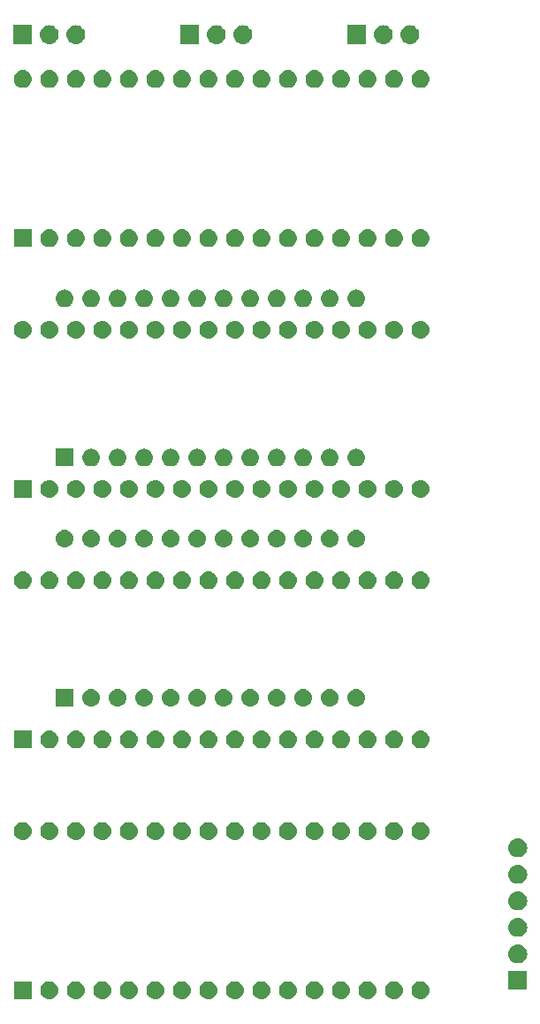
<source format=gbr>
G04 #@! TF.GenerationSoftware,KiCad,Pcbnew,(5.1.2-1)-1*
G04 #@! TF.CreationDate,2020-04-02T23:09:06+01:00*
G04 #@! TF.ProjectId,MZ80-ROMPG,4d5a3830-2d52-44f4-9d50-472e6b696361,rev?*
G04 #@! TF.SameCoordinates,Original*
G04 #@! TF.FileFunction,Soldermask,Bot*
G04 #@! TF.FilePolarity,Negative*
%FSLAX46Y46*%
G04 Gerber Fmt 4.6, Leading zero omitted, Abs format (unit mm)*
G04 Created by KiCad (PCBNEW (5.1.2-1)-1) date 2020-04-02 23:09:06*
%MOMM*%
%LPD*%
G04 APERTURE LIST*
%ADD10C,0.100000*%
G04 APERTURE END LIST*
D10*
G36*
X144266823Y-123161313D02*
G01*
X144427242Y-123209976D01*
X144559906Y-123280886D01*
X144575078Y-123288996D01*
X144704659Y-123395341D01*
X144811004Y-123524922D01*
X144811005Y-123524924D01*
X144890024Y-123672758D01*
X144938687Y-123833177D01*
X144955117Y-124000000D01*
X144938687Y-124166823D01*
X144890024Y-124327242D01*
X144819114Y-124459906D01*
X144811004Y-124475078D01*
X144704659Y-124604659D01*
X144575078Y-124711004D01*
X144575076Y-124711005D01*
X144427242Y-124790024D01*
X144266823Y-124838687D01*
X144141804Y-124851000D01*
X144058196Y-124851000D01*
X143933177Y-124838687D01*
X143772758Y-124790024D01*
X143624924Y-124711005D01*
X143624922Y-124711004D01*
X143495341Y-124604659D01*
X143388996Y-124475078D01*
X143380886Y-124459906D01*
X143309976Y-124327242D01*
X143261313Y-124166823D01*
X143244883Y-124000000D01*
X143261313Y-123833177D01*
X143309976Y-123672758D01*
X143388995Y-123524924D01*
X143388996Y-123524922D01*
X143495341Y-123395341D01*
X143624922Y-123288996D01*
X143640094Y-123280886D01*
X143772758Y-123209976D01*
X143933177Y-123161313D01*
X144058196Y-123149000D01*
X144141804Y-123149000D01*
X144266823Y-123161313D01*
X144266823Y-123161313D01*
G37*
G36*
X141726823Y-123161313D02*
G01*
X141887242Y-123209976D01*
X142019906Y-123280886D01*
X142035078Y-123288996D01*
X142164659Y-123395341D01*
X142271004Y-123524922D01*
X142271005Y-123524924D01*
X142350024Y-123672758D01*
X142398687Y-123833177D01*
X142415117Y-124000000D01*
X142398687Y-124166823D01*
X142350024Y-124327242D01*
X142279114Y-124459906D01*
X142271004Y-124475078D01*
X142164659Y-124604659D01*
X142035078Y-124711004D01*
X142035076Y-124711005D01*
X141887242Y-124790024D01*
X141726823Y-124838687D01*
X141601804Y-124851000D01*
X141518196Y-124851000D01*
X141393177Y-124838687D01*
X141232758Y-124790024D01*
X141084924Y-124711005D01*
X141084922Y-124711004D01*
X140955341Y-124604659D01*
X140848996Y-124475078D01*
X140840886Y-124459906D01*
X140769976Y-124327242D01*
X140721313Y-124166823D01*
X140704883Y-124000000D01*
X140721313Y-123833177D01*
X140769976Y-123672758D01*
X140848995Y-123524924D01*
X140848996Y-123524922D01*
X140955341Y-123395341D01*
X141084922Y-123288996D01*
X141100094Y-123280886D01*
X141232758Y-123209976D01*
X141393177Y-123161313D01*
X141518196Y-123149000D01*
X141601804Y-123149000D01*
X141726823Y-123161313D01*
X141726823Y-123161313D01*
G37*
G36*
X139186823Y-123161313D02*
G01*
X139347242Y-123209976D01*
X139479906Y-123280886D01*
X139495078Y-123288996D01*
X139624659Y-123395341D01*
X139731004Y-123524922D01*
X139731005Y-123524924D01*
X139810024Y-123672758D01*
X139858687Y-123833177D01*
X139875117Y-124000000D01*
X139858687Y-124166823D01*
X139810024Y-124327242D01*
X139739114Y-124459906D01*
X139731004Y-124475078D01*
X139624659Y-124604659D01*
X139495078Y-124711004D01*
X139495076Y-124711005D01*
X139347242Y-124790024D01*
X139186823Y-124838687D01*
X139061804Y-124851000D01*
X138978196Y-124851000D01*
X138853177Y-124838687D01*
X138692758Y-124790024D01*
X138544924Y-124711005D01*
X138544922Y-124711004D01*
X138415341Y-124604659D01*
X138308996Y-124475078D01*
X138300886Y-124459906D01*
X138229976Y-124327242D01*
X138181313Y-124166823D01*
X138164883Y-124000000D01*
X138181313Y-123833177D01*
X138229976Y-123672758D01*
X138308995Y-123524924D01*
X138308996Y-123524922D01*
X138415341Y-123395341D01*
X138544922Y-123288996D01*
X138560094Y-123280886D01*
X138692758Y-123209976D01*
X138853177Y-123161313D01*
X138978196Y-123149000D01*
X139061804Y-123149000D01*
X139186823Y-123161313D01*
X139186823Y-123161313D01*
G37*
G36*
X136646823Y-123161313D02*
G01*
X136807242Y-123209976D01*
X136939906Y-123280886D01*
X136955078Y-123288996D01*
X137084659Y-123395341D01*
X137191004Y-123524922D01*
X137191005Y-123524924D01*
X137270024Y-123672758D01*
X137318687Y-123833177D01*
X137335117Y-124000000D01*
X137318687Y-124166823D01*
X137270024Y-124327242D01*
X137199114Y-124459906D01*
X137191004Y-124475078D01*
X137084659Y-124604659D01*
X136955078Y-124711004D01*
X136955076Y-124711005D01*
X136807242Y-124790024D01*
X136646823Y-124838687D01*
X136521804Y-124851000D01*
X136438196Y-124851000D01*
X136313177Y-124838687D01*
X136152758Y-124790024D01*
X136004924Y-124711005D01*
X136004922Y-124711004D01*
X135875341Y-124604659D01*
X135768996Y-124475078D01*
X135760886Y-124459906D01*
X135689976Y-124327242D01*
X135641313Y-124166823D01*
X135624883Y-124000000D01*
X135641313Y-123833177D01*
X135689976Y-123672758D01*
X135768995Y-123524924D01*
X135768996Y-123524922D01*
X135875341Y-123395341D01*
X136004922Y-123288996D01*
X136020094Y-123280886D01*
X136152758Y-123209976D01*
X136313177Y-123161313D01*
X136438196Y-123149000D01*
X136521804Y-123149000D01*
X136646823Y-123161313D01*
X136646823Y-123161313D01*
G37*
G36*
X134106823Y-123161313D02*
G01*
X134267242Y-123209976D01*
X134399906Y-123280886D01*
X134415078Y-123288996D01*
X134544659Y-123395341D01*
X134651004Y-123524922D01*
X134651005Y-123524924D01*
X134730024Y-123672758D01*
X134778687Y-123833177D01*
X134795117Y-124000000D01*
X134778687Y-124166823D01*
X134730024Y-124327242D01*
X134659114Y-124459906D01*
X134651004Y-124475078D01*
X134544659Y-124604659D01*
X134415078Y-124711004D01*
X134415076Y-124711005D01*
X134267242Y-124790024D01*
X134106823Y-124838687D01*
X133981804Y-124851000D01*
X133898196Y-124851000D01*
X133773177Y-124838687D01*
X133612758Y-124790024D01*
X133464924Y-124711005D01*
X133464922Y-124711004D01*
X133335341Y-124604659D01*
X133228996Y-124475078D01*
X133220886Y-124459906D01*
X133149976Y-124327242D01*
X133101313Y-124166823D01*
X133084883Y-124000000D01*
X133101313Y-123833177D01*
X133149976Y-123672758D01*
X133228995Y-123524924D01*
X133228996Y-123524922D01*
X133335341Y-123395341D01*
X133464922Y-123288996D01*
X133480094Y-123280886D01*
X133612758Y-123209976D01*
X133773177Y-123161313D01*
X133898196Y-123149000D01*
X133981804Y-123149000D01*
X134106823Y-123161313D01*
X134106823Y-123161313D01*
G37*
G36*
X131566823Y-123161313D02*
G01*
X131727242Y-123209976D01*
X131859906Y-123280886D01*
X131875078Y-123288996D01*
X132004659Y-123395341D01*
X132111004Y-123524922D01*
X132111005Y-123524924D01*
X132190024Y-123672758D01*
X132238687Y-123833177D01*
X132255117Y-124000000D01*
X132238687Y-124166823D01*
X132190024Y-124327242D01*
X132119114Y-124459906D01*
X132111004Y-124475078D01*
X132004659Y-124604659D01*
X131875078Y-124711004D01*
X131875076Y-124711005D01*
X131727242Y-124790024D01*
X131566823Y-124838687D01*
X131441804Y-124851000D01*
X131358196Y-124851000D01*
X131233177Y-124838687D01*
X131072758Y-124790024D01*
X130924924Y-124711005D01*
X130924922Y-124711004D01*
X130795341Y-124604659D01*
X130688996Y-124475078D01*
X130680886Y-124459906D01*
X130609976Y-124327242D01*
X130561313Y-124166823D01*
X130544883Y-124000000D01*
X130561313Y-123833177D01*
X130609976Y-123672758D01*
X130688995Y-123524924D01*
X130688996Y-123524922D01*
X130795341Y-123395341D01*
X130924922Y-123288996D01*
X130940094Y-123280886D01*
X131072758Y-123209976D01*
X131233177Y-123161313D01*
X131358196Y-123149000D01*
X131441804Y-123149000D01*
X131566823Y-123161313D01*
X131566823Y-123161313D01*
G37*
G36*
X129026823Y-123161313D02*
G01*
X129187242Y-123209976D01*
X129319906Y-123280886D01*
X129335078Y-123288996D01*
X129464659Y-123395341D01*
X129571004Y-123524922D01*
X129571005Y-123524924D01*
X129650024Y-123672758D01*
X129698687Y-123833177D01*
X129715117Y-124000000D01*
X129698687Y-124166823D01*
X129650024Y-124327242D01*
X129579114Y-124459906D01*
X129571004Y-124475078D01*
X129464659Y-124604659D01*
X129335078Y-124711004D01*
X129335076Y-124711005D01*
X129187242Y-124790024D01*
X129026823Y-124838687D01*
X128901804Y-124851000D01*
X128818196Y-124851000D01*
X128693177Y-124838687D01*
X128532758Y-124790024D01*
X128384924Y-124711005D01*
X128384922Y-124711004D01*
X128255341Y-124604659D01*
X128148996Y-124475078D01*
X128140886Y-124459906D01*
X128069976Y-124327242D01*
X128021313Y-124166823D01*
X128004883Y-124000000D01*
X128021313Y-123833177D01*
X128069976Y-123672758D01*
X128148995Y-123524924D01*
X128148996Y-123524922D01*
X128255341Y-123395341D01*
X128384922Y-123288996D01*
X128400094Y-123280886D01*
X128532758Y-123209976D01*
X128693177Y-123161313D01*
X128818196Y-123149000D01*
X128901804Y-123149000D01*
X129026823Y-123161313D01*
X129026823Y-123161313D01*
G37*
G36*
X126486823Y-123161313D02*
G01*
X126647242Y-123209976D01*
X126779906Y-123280886D01*
X126795078Y-123288996D01*
X126924659Y-123395341D01*
X127031004Y-123524922D01*
X127031005Y-123524924D01*
X127110024Y-123672758D01*
X127158687Y-123833177D01*
X127175117Y-124000000D01*
X127158687Y-124166823D01*
X127110024Y-124327242D01*
X127039114Y-124459906D01*
X127031004Y-124475078D01*
X126924659Y-124604659D01*
X126795078Y-124711004D01*
X126795076Y-124711005D01*
X126647242Y-124790024D01*
X126486823Y-124838687D01*
X126361804Y-124851000D01*
X126278196Y-124851000D01*
X126153177Y-124838687D01*
X125992758Y-124790024D01*
X125844924Y-124711005D01*
X125844922Y-124711004D01*
X125715341Y-124604659D01*
X125608996Y-124475078D01*
X125600886Y-124459906D01*
X125529976Y-124327242D01*
X125481313Y-124166823D01*
X125464883Y-124000000D01*
X125481313Y-123833177D01*
X125529976Y-123672758D01*
X125608995Y-123524924D01*
X125608996Y-123524922D01*
X125715341Y-123395341D01*
X125844922Y-123288996D01*
X125860094Y-123280886D01*
X125992758Y-123209976D01*
X126153177Y-123161313D01*
X126278196Y-123149000D01*
X126361804Y-123149000D01*
X126486823Y-123161313D01*
X126486823Y-123161313D01*
G37*
G36*
X123946823Y-123161313D02*
G01*
X124107242Y-123209976D01*
X124239906Y-123280886D01*
X124255078Y-123288996D01*
X124384659Y-123395341D01*
X124491004Y-123524922D01*
X124491005Y-123524924D01*
X124570024Y-123672758D01*
X124618687Y-123833177D01*
X124635117Y-124000000D01*
X124618687Y-124166823D01*
X124570024Y-124327242D01*
X124499114Y-124459906D01*
X124491004Y-124475078D01*
X124384659Y-124604659D01*
X124255078Y-124711004D01*
X124255076Y-124711005D01*
X124107242Y-124790024D01*
X123946823Y-124838687D01*
X123821804Y-124851000D01*
X123738196Y-124851000D01*
X123613177Y-124838687D01*
X123452758Y-124790024D01*
X123304924Y-124711005D01*
X123304922Y-124711004D01*
X123175341Y-124604659D01*
X123068996Y-124475078D01*
X123060886Y-124459906D01*
X122989976Y-124327242D01*
X122941313Y-124166823D01*
X122924883Y-124000000D01*
X122941313Y-123833177D01*
X122989976Y-123672758D01*
X123068995Y-123524924D01*
X123068996Y-123524922D01*
X123175341Y-123395341D01*
X123304922Y-123288996D01*
X123320094Y-123280886D01*
X123452758Y-123209976D01*
X123613177Y-123161313D01*
X123738196Y-123149000D01*
X123821804Y-123149000D01*
X123946823Y-123161313D01*
X123946823Y-123161313D01*
G37*
G36*
X121406823Y-123161313D02*
G01*
X121567242Y-123209976D01*
X121699906Y-123280886D01*
X121715078Y-123288996D01*
X121844659Y-123395341D01*
X121951004Y-123524922D01*
X121951005Y-123524924D01*
X122030024Y-123672758D01*
X122078687Y-123833177D01*
X122095117Y-124000000D01*
X122078687Y-124166823D01*
X122030024Y-124327242D01*
X121959114Y-124459906D01*
X121951004Y-124475078D01*
X121844659Y-124604659D01*
X121715078Y-124711004D01*
X121715076Y-124711005D01*
X121567242Y-124790024D01*
X121406823Y-124838687D01*
X121281804Y-124851000D01*
X121198196Y-124851000D01*
X121073177Y-124838687D01*
X120912758Y-124790024D01*
X120764924Y-124711005D01*
X120764922Y-124711004D01*
X120635341Y-124604659D01*
X120528996Y-124475078D01*
X120520886Y-124459906D01*
X120449976Y-124327242D01*
X120401313Y-124166823D01*
X120384883Y-124000000D01*
X120401313Y-123833177D01*
X120449976Y-123672758D01*
X120528995Y-123524924D01*
X120528996Y-123524922D01*
X120635341Y-123395341D01*
X120764922Y-123288996D01*
X120780094Y-123280886D01*
X120912758Y-123209976D01*
X121073177Y-123161313D01*
X121198196Y-123149000D01*
X121281804Y-123149000D01*
X121406823Y-123161313D01*
X121406823Y-123161313D01*
G37*
G36*
X118866823Y-123161313D02*
G01*
X119027242Y-123209976D01*
X119159906Y-123280886D01*
X119175078Y-123288996D01*
X119304659Y-123395341D01*
X119411004Y-123524922D01*
X119411005Y-123524924D01*
X119490024Y-123672758D01*
X119538687Y-123833177D01*
X119555117Y-124000000D01*
X119538687Y-124166823D01*
X119490024Y-124327242D01*
X119419114Y-124459906D01*
X119411004Y-124475078D01*
X119304659Y-124604659D01*
X119175078Y-124711004D01*
X119175076Y-124711005D01*
X119027242Y-124790024D01*
X118866823Y-124838687D01*
X118741804Y-124851000D01*
X118658196Y-124851000D01*
X118533177Y-124838687D01*
X118372758Y-124790024D01*
X118224924Y-124711005D01*
X118224922Y-124711004D01*
X118095341Y-124604659D01*
X117988996Y-124475078D01*
X117980886Y-124459906D01*
X117909976Y-124327242D01*
X117861313Y-124166823D01*
X117844883Y-124000000D01*
X117861313Y-123833177D01*
X117909976Y-123672758D01*
X117988995Y-123524924D01*
X117988996Y-123524922D01*
X118095341Y-123395341D01*
X118224922Y-123288996D01*
X118240094Y-123280886D01*
X118372758Y-123209976D01*
X118533177Y-123161313D01*
X118658196Y-123149000D01*
X118741804Y-123149000D01*
X118866823Y-123161313D01*
X118866823Y-123161313D01*
G37*
G36*
X116326823Y-123161313D02*
G01*
X116487242Y-123209976D01*
X116619906Y-123280886D01*
X116635078Y-123288996D01*
X116764659Y-123395341D01*
X116871004Y-123524922D01*
X116871005Y-123524924D01*
X116950024Y-123672758D01*
X116998687Y-123833177D01*
X117015117Y-124000000D01*
X116998687Y-124166823D01*
X116950024Y-124327242D01*
X116879114Y-124459906D01*
X116871004Y-124475078D01*
X116764659Y-124604659D01*
X116635078Y-124711004D01*
X116635076Y-124711005D01*
X116487242Y-124790024D01*
X116326823Y-124838687D01*
X116201804Y-124851000D01*
X116118196Y-124851000D01*
X115993177Y-124838687D01*
X115832758Y-124790024D01*
X115684924Y-124711005D01*
X115684922Y-124711004D01*
X115555341Y-124604659D01*
X115448996Y-124475078D01*
X115440886Y-124459906D01*
X115369976Y-124327242D01*
X115321313Y-124166823D01*
X115304883Y-124000000D01*
X115321313Y-123833177D01*
X115369976Y-123672758D01*
X115448995Y-123524924D01*
X115448996Y-123524922D01*
X115555341Y-123395341D01*
X115684922Y-123288996D01*
X115700094Y-123280886D01*
X115832758Y-123209976D01*
X115993177Y-123161313D01*
X116118196Y-123149000D01*
X116201804Y-123149000D01*
X116326823Y-123161313D01*
X116326823Y-123161313D01*
G37*
G36*
X113786823Y-123161313D02*
G01*
X113947242Y-123209976D01*
X114079906Y-123280886D01*
X114095078Y-123288996D01*
X114224659Y-123395341D01*
X114331004Y-123524922D01*
X114331005Y-123524924D01*
X114410024Y-123672758D01*
X114458687Y-123833177D01*
X114475117Y-124000000D01*
X114458687Y-124166823D01*
X114410024Y-124327242D01*
X114339114Y-124459906D01*
X114331004Y-124475078D01*
X114224659Y-124604659D01*
X114095078Y-124711004D01*
X114095076Y-124711005D01*
X113947242Y-124790024D01*
X113786823Y-124838687D01*
X113661804Y-124851000D01*
X113578196Y-124851000D01*
X113453177Y-124838687D01*
X113292758Y-124790024D01*
X113144924Y-124711005D01*
X113144922Y-124711004D01*
X113015341Y-124604659D01*
X112908996Y-124475078D01*
X112900886Y-124459906D01*
X112829976Y-124327242D01*
X112781313Y-124166823D01*
X112764883Y-124000000D01*
X112781313Y-123833177D01*
X112829976Y-123672758D01*
X112908995Y-123524924D01*
X112908996Y-123524922D01*
X113015341Y-123395341D01*
X113144922Y-123288996D01*
X113160094Y-123280886D01*
X113292758Y-123209976D01*
X113453177Y-123161313D01*
X113578196Y-123149000D01*
X113661804Y-123149000D01*
X113786823Y-123161313D01*
X113786823Y-123161313D01*
G37*
G36*
X111246823Y-123161313D02*
G01*
X111407242Y-123209976D01*
X111539906Y-123280886D01*
X111555078Y-123288996D01*
X111684659Y-123395341D01*
X111791004Y-123524922D01*
X111791005Y-123524924D01*
X111870024Y-123672758D01*
X111918687Y-123833177D01*
X111935117Y-124000000D01*
X111918687Y-124166823D01*
X111870024Y-124327242D01*
X111799114Y-124459906D01*
X111791004Y-124475078D01*
X111684659Y-124604659D01*
X111555078Y-124711004D01*
X111555076Y-124711005D01*
X111407242Y-124790024D01*
X111246823Y-124838687D01*
X111121804Y-124851000D01*
X111038196Y-124851000D01*
X110913177Y-124838687D01*
X110752758Y-124790024D01*
X110604924Y-124711005D01*
X110604922Y-124711004D01*
X110475341Y-124604659D01*
X110368996Y-124475078D01*
X110360886Y-124459906D01*
X110289976Y-124327242D01*
X110241313Y-124166823D01*
X110224883Y-124000000D01*
X110241313Y-123833177D01*
X110289976Y-123672758D01*
X110368995Y-123524924D01*
X110368996Y-123524922D01*
X110475341Y-123395341D01*
X110604922Y-123288996D01*
X110620094Y-123280886D01*
X110752758Y-123209976D01*
X110913177Y-123161313D01*
X111038196Y-123149000D01*
X111121804Y-123149000D01*
X111246823Y-123161313D01*
X111246823Y-123161313D01*
G37*
G36*
X108706823Y-123161313D02*
G01*
X108867242Y-123209976D01*
X108999906Y-123280886D01*
X109015078Y-123288996D01*
X109144659Y-123395341D01*
X109251004Y-123524922D01*
X109251005Y-123524924D01*
X109330024Y-123672758D01*
X109378687Y-123833177D01*
X109395117Y-124000000D01*
X109378687Y-124166823D01*
X109330024Y-124327242D01*
X109259114Y-124459906D01*
X109251004Y-124475078D01*
X109144659Y-124604659D01*
X109015078Y-124711004D01*
X109015076Y-124711005D01*
X108867242Y-124790024D01*
X108706823Y-124838687D01*
X108581804Y-124851000D01*
X108498196Y-124851000D01*
X108373177Y-124838687D01*
X108212758Y-124790024D01*
X108064924Y-124711005D01*
X108064922Y-124711004D01*
X107935341Y-124604659D01*
X107828996Y-124475078D01*
X107820886Y-124459906D01*
X107749976Y-124327242D01*
X107701313Y-124166823D01*
X107684883Y-124000000D01*
X107701313Y-123833177D01*
X107749976Y-123672758D01*
X107828995Y-123524924D01*
X107828996Y-123524922D01*
X107935341Y-123395341D01*
X108064922Y-123288996D01*
X108080094Y-123280886D01*
X108212758Y-123209976D01*
X108373177Y-123161313D01*
X108498196Y-123149000D01*
X108581804Y-123149000D01*
X108706823Y-123161313D01*
X108706823Y-123161313D01*
G37*
G36*
X106851000Y-124851000D02*
G01*
X105149000Y-124851000D01*
X105149000Y-123149000D01*
X106851000Y-123149000D01*
X106851000Y-124851000D01*
X106851000Y-124851000D01*
G37*
G36*
X154317000Y-123964000D02*
G01*
X152515000Y-123964000D01*
X152515000Y-122162000D01*
X154317000Y-122162000D01*
X154317000Y-123964000D01*
X154317000Y-123964000D01*
G37*
G36*
X153526442Y-119628518D02*
G01*
X153592627Y-119635037D01*
X153762466Y-119686557D01*
X153918991Y-119770222D01*
X153954729Y-119799552D01*
X154056186Y-119882814D01*
X154139448Y-119984271D01*
X154168778Y-120020009D01*
X154252443Y-120176534D01*
X154303963Y-120346373D01*
X154321359Y-120523000D01*
X154303963Y-120699627D01*
X154252443Y-120869466D01*
X154168778Y-121025991D01*
X154139448Y-121061729D01*
X154056186Y-121163186D01*
X153954729Y-121246448D01*
X153918991Y-121275778D01*
X153762466Y-121359443D01*
X153592627Y-121410963D01*
X153526442Y-121417482D01*
X153460260Y-121424000D01*
X153371740Y-121424000D01*
X153305558Y-121417482D01*
X153239373Y-121410963D01*
X153069534Y-121359443D01*
X152913009Y-121275778D01*
X152877271Y-121246448D01*
X152775814Y-121163186D01*
X152692552Y-121061729D01*
X152663222Y-121025991D01*
X152579557Y-120869466D01*
X152528037Y-120699627D01*
X152510641Y-120523000D01*
X152528037Y-120346373D01*
X152579557Y-120176534D01*
X152663222Y-120020009D01*
X152692552Y-119984271D01*
X152775814Y-119882814D01*
X152877271Y-119799552D01*
X152913009Y-119770222D01*
X153069534Y-119686557D01*
X153239373Y-119635037D01*
X153305558Y-119628518D01*
X153371740Y-119622000D01*
X153460260Y-119622000D01*
X153526442Y-119628518D01*
X153526442Y-119628518D01*
G37*
G36*
X153526442Y-117088518D02*
G01*
X153592627Y-117095037D01*
X153762466Y-117146557D01*
X153918991Y-117230222D01*
X153954729Y-117259552D01*
X154056186Y-117342814D01*
X154139448Y-117444271D01*
X154168778Y-117480009D01*
X154252443Y-117636534D01*
X154303963Y-117806373D01*
X154321359Y-117983000D01*
X154303963Y-118159627D01*
X154252443Y-118329466D01*
X154168778Y-118485991D01*
X154139448Y-118521729D01*
X154056186Y-118623186D01*
X153954729Y-118706448D01*
X153918991Y-118735778D01*
X153762466Y-118819443D01*
X153592627Y-118870963D01*
X153526442Y-118877482D01*
X153460260Y-118884000D01*
X153371740Y-118884000D01*
X153305558Y-118877482D01*
X153239373Y-118870963D01*
X153069534Y-118819443D01*
X152913009Y-118735778D01*
X152877271Y-118706448D01*
X152775814Y-118623186D01*
X152692552Y-118521729D01*
X152663222Y-118485991D01*
X152579557Y-118329466D01*
X152528037Y-118159627D01*
X152510641Y-117983000D01*
X152528037Y-117806373D01*
X152579557Y-117636534D01*
X152663222Y-117480009D01*
X152692552Y-117444271D01*
X152775814Y-117342814D01*
X152877271Y-117259552D01*
X152913009Y-117230222D01*
X153069534Y-117146557D01*
X153239373Y-117095037D01*
X153305558Y-117088518D01*
X153371740Y-117082000D01*
X153460260Y-117082000D01*
X153526442Y-117088518D01*
X153526442Y-117088518D01*
G37*
G36*
X153526443Y-114548519D02*
G01*
X153592627Y-114555037D01*
X153762466Y-114606557D01*
X153918991Y-114690222D01*
X153954729Y-114719552D01*
X154056186Y-114802814D01*
X154139448Y-114904271D01*
X154168778Y-114940009D01*
X154252443Y-115096534D01*
X154303963Y-115266373D01*
X154321359Y-115443000D01*
X154303963Y-115619627D01*
X154252443Y-115789466D01*
X154168778Y-115945991D01*
X154139448Y-115981729D01*
X154056186Y-116083186D01*
X153954729Y-116166448D01*
X153918991Y-116195778D01*
X153762466Y-116279443D01*
X153592627Y-116330963D01*
X153526442Y-116337482D01*
X153460260Y-116344000D01*
X153371740Y-116344000D01*
X153305558Y-116337482D01*
X153239373Y-116330963D01*
X153069534Y-116279443D01*
X152913009Y-116195778D01*
X152877271Y-116166448D01*
X152775814Y-116083186D01*
X152692552Y-115981729D01*
X152663222Y-115945991D01*
X152579557Y-115789466D01*
X152528037Y-115619627D01*
X152510641Y-115443000D01*
X152528037Y-115266373D01*
X152579557Y-115096534D01*
X152663222Y-114940009D01*
X152692552Y-114904271D01*
X152775814Y-114802814D01*
X152877271Y-114719552D01*
X152913009Y-114690222D01*
X153069534Y-114606557D01*
X153239373Y-114555037D01*
X153305557Y-114548519D01*
X153371740Y-114542000D01*
X153460260Y-114542000D01*
X153526443Y-114548519D01*
X153526443Y-114548519D01*
G37*
G36*
X153526442Y-112008518D02*
G01*
X153592627Y-112015037D01*
X153762466Y-112066557D01*
X153918991Y-112150222D01*
X153954729Y-112179552D01*
X154056186Y-112262814D01*
X154139448Y-112364271D01*
X154168778Y-112400009D01*
X154252443Y-112556534D01*
X154303963Y-112726373D01*
X154321359Y-112903000D01*
X154303963Y-113079627D01*
X154252443Y-113249466D01*
X154168778Y-113405991D01*
X154139448Y-113441729D01*
X154056186Y-113543186D01*
X153954729Y-113626448D01*
X153918991Y-113655778D01*
X153762466Y-113739443D01*
X153592627Y-113790963D01*
X153526442Y-113797482D01*
X153460260Y-113804000D01*
X153371740Y-113804000D01*
X153305558Y-113797482D01*
X153239373Y-113790963D01*
X153069534Y-113739443D01*
X152913009Y-113655778D01*
X152877271Y-113626448D01*
X152775814Y-113543186D01*
X152692552Y-113441729D01*
X152663222Y-113405991D01*
X152579557Y-113249466D01*
X152528037Y-113079627D01*
X152510641Y-112903000D01*
X152528037Y-112726373D01*
X152579557Y-112556534D01*
X152663222Y-112400009D01*
X152692552Y-112364271D01*
X152775814Y-112262814D01*
X152877271Y-112179552D01*
X152913009Y-112150222D01*
X153069534Y-112066557D01*
X153239373Y-112015037D01*
X153305558Y-112008518D01*
X153371740Y-112002000D01*
X153460260Y-112002000D01*
X153526442Y-112008518D01*
X153526442Y-112008518D01*
G37*
G36*
X153526443Y-109468519D02*
G01*
X153592627Y-109475037D01*
X153762466Y-109526557D01*
X153918991Y-109610222D01*
X153954729Y-109639552D01*
X154056186Y-109722814D01*
X154139448Y-109824271D01*
X154168778Y-109860009D01*
X154252443Y-110016534D01*
X154303963Y-110186373D01*
X154321359Y-110363000D01*
X154303963Y-110539627D01*
X154252443Y-110709466D01*
X154168778Y-110865991D01*
X154139448Y-110901729D01*
X154056186Y-111003186D01*
X153954729Y-111086448D01*
X153918991Y-111115778D01*
X153762466Y-111199443D01*
X153592627Y-111250963D01*
X153526443Y-111257481D01*
X153460260Y-111264000D01*
X153371740Y-111264000D01*
X153305557Y-111257481D01*
X153239373Y-111250963D01*
X153069534Y-111199443D01*
X152913009Y-111115778D01*
X152877271Y-111086448D01*
X152775814Y-111003186D01*
X152692552Y-110901729D01*
X152663222Y-110865991D01*
X152579557Y-110709466D01*
X152528037Y-110539627D01*
X152510641Y-110363000D01*
X152528037Y-110186373D01*
X152579557Y-110016534D01*
X152663222Y-109860009D01*
X152692552Y-109824271D01*
X152775814Y-109722814D01*
X152877271Y-109639552D01*
X152913009Y-109610222D01*
X153069534Y-109526557D01*
X153239373Y-109475037D01*
X153305557Y-109468519D01*
X153371740Y-109462000D01*
X153460260Y-109462000D01*
X153526443Y-109468519D01*
X153526443Y-109468519D01*
G37*
G36*
X106166823Y-107921313D02*
G01*
X106327242Y-107969976D01*
X106459906Y-108040886D01*
X106475078Y-108048996D01*
X106604659Y-108155341D01*
X106711004Y-108284922D01*
X106711005Y-108284924D01*
X106790024Y-108432758D01*
X106838687Y-108593177D01*
X106855117Y-108760000D01*
X106838687Y-108926823D01*
X106790024Y-109087242D01*
X106719114Y-109219906D01*
X106711004Y-109235078D01*
X106604659Y-109364659D01*
X106475078Y-109471004D01*
X106475076Y-109471005D01*
X106327242Y-109550024D01*
X106166823Y-109598687D01*
X106041804Y-109611000D01*
X105958196Y-109611000D01*
X105833177Y-109598687D01*
X105672758Y-109550024D01*
X105524924Y-109471005D01*
X105524922Y-109471004D01*
X105395341Y-109364659D01*
X105288996Y-109235078D01*
X105280886Y-109219906D01*
X105209976Y-109087242D01*
X105161313Y-108926823D01*
X105144883Y-108760000D01*
X105161313Y-108593177D01*
X105209976Y-108432758D01*
X105288995Y-108284924D01*
X105288996Y-108284922D01*
X105395341Y-108155341D01*
X105524922Y-108048996D01*
X105540094Y-108040886D01*
X105672758Y-107969976D01*
X105833177Y-107921313D01*
X105958196Y-107909000D01*
X106041804Y-107909000D01*
X106166823Y-107921313D01*
X106166823Y-107921313D01*
G37*
G36*
X108706823Y-107921313D02*
G01*
X108867242Y-107969976D01*
X108999906Y-108040886D01*
X109015078Y-108048996D01*
X109144659Y-108155341D01*
X109251004Y-108284922D01*
X109251005Y-108284924D01*
X109330024Y-108432758D01*
X109378687Y-108593177D01*
X109395117Y-108760000D01*
X109378687Y-108926823D01*
X109330024Y-109087242D01*
X109259114Y-109219906D01*
X109251004Y-109235078D01*
X109144659Y-109364659D01*
X109015078Y-109471004D01*
X109015076Y-109471005D01*
X108867242Y-109550024D01*
X108706823Y-109598687D01*
X108581804Y-109611000D01*
X108498196Y-109611000D01*
X108373177Y-109598687D01*
X108212758Y-109550024D01*
X108064924Y-109471005D01*
X108064922Y-109471004D01*
X107935341Y-109364659D01*
X107828996Y-109235078D01*
X107820886Y-109219906D01*
X107749976Y-109087242D01*
X107701313Y-108926823D01*
X107684883Y-108760000D01*
X107701313Y-108593177D01*
X107749976Y-108432758D01*
X107828995Y-108284924D01*
X107828996Y-108284922D01*
X107935341Y-108155341D01*
X108064922Y-108048996D01*
X108080094Y-108040886D01*
X108212758Y-107969976D01*
X108373177Y-107921313D01*
X108498196Y-107909000D01*
X108581804Y-107909000D01*
X108706823Y-107921313D01*
X108706823Y-107921313D01*
G37*
G36*
X111246823Y-107921313D02*
G01*
X111407242Y-107969976D01*
X111539906Y-108040886D01*
X111555078Y-108048996D01*
X111684659Y-108155341D01*
X111791004Y-108284922D01*
X111791005Y-108284924D01*
X111870024Y-108432758D01*
X111918687Y-108593177D01*
X111935117Y-108760000D01*
X111918687Y-108926823D01*
X111870024Y-109087242D01*
X111799114Y-109219906D01*
X111791004Y-109235078D01*
X111684659Y-109364659D01*
X111555078Y-109471004D01*
X111555076Y-109471005D01*
X111407242Y-109550024D01*
X111246823Y-109598687D01*
X111121804Y-109611000D01*
X111038196Y-109611000D01*
X110913177Y-109598687D01*
X110752758Y-109550024D01*
X110604924Y-109471005D01*
X110604922Y-109471004D01*
X110475341Y-109364659D01*
X110368996Y-109235078D01*
X110360886Y-109219906D01*
X110289976Y-109087242D01*
X110241313Y-108926823D01*
X110224883Y-108760000D01*
X110241313Y-108593177D01*
X110289976Y-108432758D01*
X110368995Y-108284924D01*
X110368996Y-108284922D01*
X110475341Y-108155341D01*
X110604922Y-108048996D01*
X110620094Y-108040886D01*
X110752758Y-107969976D01*
X110913177Y-107921313D01*
X111038196Y-107909000D01*
X111121804Y-107909000D01*
X111246823Y-107921313D01*
X111246823Y-107921313D01*
G37*
G36*
X113786823Y-107921313D02*
G01*
X113947242Y-107969976D01*
X114079906Y-108040886D01*
X114095078Y-108048996D01*
X114224659Y-108155341D01*
X114331004Y-108284922D01*
X114331005Y-108284924D01*
X114410024Y-108432758D01*
X114458687Y-108593177D01*
X114475117Y-108760000D01*
X114458687Y-108926823D01*
X114410024Y-109087242D01*
X114339114Y-109219906D01*
X114331004Y-109235078D01*
X114224659Y-109364659D01*
X114095078Y-109471004D01*
X114095076Y-109471005D01*
X113947242Y-109550024D01*
X113786823Y-109598687D01*
X113661804Y-109611000D01*
X113578196Y-109611000D01*
X113453177Y-109598687D01*
X113292758Y-109550024D01*
X113144924Y-109471005D01*
X113144922Y-109471004D01*
X113015341Y-109364659D01*
X112908996Y-109235078D01*
X112900886Y-109219906D01*
X112829976Y-109087242D01*
X112781313Y-108926823D01*
X112764883Y-108760000D01*
X112781313Y-108593177D01*
X112829976Y-108432758D01*
X112908995Y-108284924D01*
X112908996Y-108284922D01*
X113015341Y-108155341D01*
X113144922Y-108048996D01*
X113160094Y-108040886D01*
X113292758Y-107969976D01*
X113453177Y-107921313D01*
X113578196Y-107909000D01*
X113661804Y-107909000D01*
X113786823Y-107921313D01*
X113786823Y-107921313D01*
G37*
G36*
X116326823Y-107921313D02*
G01*
X116487242Y-107969976D01*
X116619906Y-108040886D01*
X116635078Y-108048996D01*
X116764659Y-108155341D01*
X116871004Y-108284922D01*
X116871005Y-108284924D01*
X116950024Y-108432758D01*
X116998687Y-108593177D01*
X117015117Y-108760000D01*
X116998687Y-108926823D01*
X116950024Y-109087242D01*
X116879114Y-109219906D01*
X116871004Y-109235078D01*
X116764659Y-109364659D01*
X116635078Y-109471004D01*
X116635076Y-109471005D01*
X116487242Y-109550024D01*
X116326823Y-109598687D01*
X116201804Y-109611000D01*
X116118196Y-109611000D01*
X115993177Y-109598687D01*
X115832758Y-109550024D01*
X115684924Y-109471005D01*
X115684922Y-109471004D01*
X115555341Y-109364659D01*
X115448996Y-109235078D01*
X115440886Y-109219906D01*
X115369976Y-109087242D01*
X115321313Y-108926823D01*
X115304883Y-108760000D01*
X115321313Y-108593177D01*
X115369976Y-108432758D01*
X115448995Y-108284924D01*
X115448996Y-108284922D01*
X115555341Y-108155341D01*
X115684922Y-108048996D01*
X115700094Y-108040886D01*
X115832758Y-107969976D01*
X115993177Y-107921313D01*
X116118196Y-107909000D01*
X116201804Y-107909000D01*
X116326823Y-107921313D01*
X116326823Y-107921313D01*
G37*
G36*
X118866823Y-107921313D02*
G01*
X119027242Y-107969976D01*
X119159906Y-108040886D01*
X119175078Y-108048996D01*
X119304659Y-108155341D01*
X119411004Y-108284922D01*
X119411005Y-108284924D01*
X119490024Y-108432758D01*
X119538687Y-108593177D01*
X119555117Y-108760000D01*
X119538687Y-108926823D01*
X119490024Y-109087242D01*
X119419114Y-109219906D01*
X119411004Y-109235078D01*
X119304659Y-109364659D01*
X119175078Y-109471004D01*
X119175076Y-109471005D01*
X119027242Y-109550024D01*
X118866823Y-109598687D01*
X118741804Y-109611000D01*
X118658196Y-109611000D01*
X118533177Y-109598687D01*
X118372758Y-109550024D01*
X118224924Y-109471005D01*
X118224922Y-109471004D01*
X118095341Y-109364659D01*
X117988996Y-109235078D01*
X117980886Y-109219906D01*
X117909976Y-109087242D01*
X117861313Y-108926823D01*
X117844883Y-108760000D01*
X117861313Y-108593177D01*
X117909976Y-108432758D01*
X117988995Y-108284924D01*
X117988996Y-108284922D01*
X118095341Y-108155341D01*
X118224922Y-108048996D01*
X118240094Y-108040886D01*
X118372758Y-107969976D01*
X118533177Y-107921313D01*
X118658196Y-107909000D01*
X118741804Y-107909000D01*
X118866823Y-107921313D01*
X118866823Y-107921313D01*
G37*
G36*
X121406823Y-107921313D02*
G01*
X121567242Y-107969976D01*
X121699906Y-108040886D01*
X121715078Y-108048996D01*
X121844659Y-108155341D01*
X121951004Y-108284922D01*
X121951005Y-108284924D01*
X122030024Y-108432758D01*
X122078687Y-108593177D01*
X122095117Y-108760000D01*
X122078687Y-108926823D01*
X122030024Y-109087242D01*
X121959114Y-109219906D01*
X121951004Y-109235078D01*
X121844659Y-109364659D01*
X121715078Y-109471004D01*
X121715076Y-109471005D01*
X121567242Y-109550024D01*
X121406823Y-109598687D01*
X121281804Y-109611000D01*
X121198196Y-109611000D01*
X121073177Y-109598687D01*
X120912758Y-109550024D01*
X120764924Y-109471005D01*
X120764922Y-109471004D01*
X120635341Y-109364659D01*
X120528996Y-109235078D01*
X120520886Y-109219906D01*
X120449976Y-109087242D01*
X120401313Y-108926823D01*
X120384883Y-108760000D01*
X120401313Y-108593177D01*
X120449976Y-108432758D01*
X120528995Y-108284924D01*
X120528996Y-108284922D01*
X120635341Y-108155341D01*
X120764922Y-108048996D01*
X120780094Y-108040886D01*
X120912758Y-107969976D01*
X121073177Y-107921313D01*
X121198196Y-107909000D01*
X121281804Y-107909000D01*
X121406823Y-107921313D01*
X121406823Y-107921313D01*
G37*
G36*
X123946823Y-107921313D02*
G01*
X124107242Y-107969976D01*
X124239906Y-108040886D01*
X124255078Y-108048996D01*
X124384659Y-108155341D01*
X124491004Y-108284922D01*
X124491005Y-108284924D01*
X124570024Y-108432758D01*
X124618687Y-108593177D01*
X124635117Y-108760000D01*
X124618687Y-108926823D01*
X124570024Y-109087242D01*
X124499114Y-109219906D01*
X124491004Y-109235078D01*
X124384659Y-109364659D01*
X124255078Y-109471004D01*
X124255076Y-109471005D01*
X124107242Y-109550024D01*
X123946823Y-109598687D01*
X123821804Y-109611000D01*
X123738196Y-109611000D01*
X123613177Y-109598687D01*
X123452758Y-109550024D01*
X123304924Y-109471005D01*
X123304922Y-109471004D01*
X123175341Y-109364659D01*
X123068996Y-109235078D01*
X123060886Y-109219906D01*
X122989976Y-109087242D01*
X122941313Y-108926823D01*
X122924883Y-108760000D01*
X122941313Y-108593177D01*
X122989976Y-108432758D01*
X123068995Y-108284924D01*
X123068996Y-108284922D01*
X123175341Y-108155341D01*
X123304922Y-108048996D01*
X123320094Y-108040886D01*
X123452758Y-107969976D01*
X123613177Y-107921313D01*
X123738196Y-107909000D01*
X123821804Y-107909000D01*
X123946823Y-107921313D01*
X123946823Y-107921313D01*
G37*
G36*
X126486823Y-107921313D02*
G01*
X126647242Y-107969976D01*
X126779906Y-108040886D01*
X126795078Y-108048996D01*
X126924659Y-108155341D01*
X127031004Y-108284922D01*
X127031005Y-108284924D01*
X127110024Y-108432758D01*
X127158687Y-108593177D01*
X127175117Y-108760000D01*
X127158687Y-108926823D01*
X127110024Y-109087242D01*
X127039114Y-109219906D01*
X127031004Y-109235078D01*
X126924659Y-109364659D01*
X126795078Y-109471004D01*
X126795076Y-109471005D01*
X126647242Y-109550024D01*
X126486823Y-109598687D01*
X126361804Y-109611000D01*
X126278196Y-109611000D01*
X126153177Y-109598687D01*
X125992758Y-109550024D01*
X125844924Y-109471005D01*
X125844922Y-109471004D01*
X125715341Y-109364659D01*
X125608996Y-109235078D01*
X125600886Y-109219906D01*
X125529976Y-109087242D01*
X125481313Y-108926823D01*
X125464883Y-108760000D01*
X125481313Y-108593177D01*
X125529976Y-108432758D01*
X125608995Y-108284924D01*
X125608996Y-108284922D01*
X125715341Y-108155341D01*
X125844922Y-108048996D01*
X125860094Y-108040886D01*
X125992758Y-107969976D01*
X126153177Y-107921313D01*
X126278196Y-107909000D01*
X126361804Y-107909000D01*
X126486823Y-107921313D01*
X126486823Y-107921313D01*
G37*
G36*
X129026823Y-107921313D02*
G01*
X129187242Y-107969976D01*
X129319906Y-108040886D01*
X129335078Y-108048996D01*
X129464659Y-108155341D01*
X129571004Y-108284922D01*
X129571005Y-108284924D01*
X129650024Y-108432758D01*
X129698687Y-108593177D01*
X129715117Y-108760000D01*
X129698687Y-108926823D01*
X129650024Y-109087242D01*
X129579114Y-109219906D01*
X129571004Y-109235078D01*
X129464659Y-109364659D01*
X129335078Y-109471004D01*
X129335076Y-109471005D01*
X129187242Y-109550024D01*
X129026823Y-109598687D01*
X128901804Y-109611000D01*
X128818196Y-109611000D01*
X128693177Y-109598687D01*
X128532758Y-109550024D01*
X128384924Y-109471005D01*
X128384922Y-109471004D01*
X128255341Y-109364659D01*
X128148996Y-109235078D01*
X128140886Y-109219906D01*
X128069976Y-109087242D01*
X128021313Y-108926823D01*
X128004883Y-108760000D01*
X128021313Y-108593177D01*
X128069976Y-108432758D01*
X128148995Y-108284924D01*
X128148996Y-108284922D01*
X128255341Y-108155341D01*
X128384922Y-108048996D01*
X128400094Y-108040886D01*
X128532758Y-107969976D01*
X128693177Y-107921313D01*
X128818196Y-107909000D01*
X128901804Y-107909000D01*
X129026823Y-107921313D01*
X129026823Y-107921313D01*
G37*
G36*
X131566823Y-107921313D02*
G01*
X131727242Y-107969976D01*
X131859906Y-108040886D01*
X131875078Y-108048996D01*
X132004659Y-108155341D01*
X132111004Y-108284922D01*
X132111005Y-108284924D01*
X132190024Y-108432758D01*
X132238687Y-108593177D01*
X132255117Y-108760000D01*
X132238687Y-108926823D01*
X132190024Y-109087242D01*
X132119114Y-109219906D01*
X132111004Y-109235078D01*
X132004659Y-109364659D01*
X131875078Y-109471004D01*
X131875076Y-109471005D01*
X131727242Y-109550024D01*
X131566823Y-109598687D01*
X131441804Y-109611000D01*
X131358196Y-109611000D01*
X131233177Y-109598687D01*
X131072758Y-109550024D01*
X130924924Y-109471005D01*
X130924922Y-109471004D01*
X130795341Y-109364659D01*
X130688996Y-109235078D01*
X130680886Y-109219906D01*
X130609976Y-109087242D01*
X130561313Y-108926823D01*
X130544883Y-108760000D01*
X130561313Y-108593177D01*
X130609976Y-108432758D01*
X130688995Y-108284924D01*
X130688996Y-108284922D01*
X130795341Y-108155341D01*
X130924922Y-108048996D01*
X130940094Y-108040886D01*
X131072758Y-107969976D01*
X131233177Y-107921313D01*
X131358196Y-107909000D01*
X131441804Y-107909000D01*
X131566823Y-107921313D01*
X131566823Y-107921313D01*
G37*
G36*
X134106823Y-107921313D02*
G01*
X134267242Y-107969976D01*
X134399906Y-108040886D01*
X134415078Y-108048996D01*
X134544659Y-108155341D01*
X134651004Y-108284922D01*
X134651005Y-108284924D01*
X134730024Y-108432758D01*
X134778687Y-108593177D01*
X134795117Y-108760000D01*
X134778687Y-108926823D01*
X134730024Y-109087242D01*
X134659114Y-109219906D01*
X134651004Y-109235078D01*
X134544659Y-109364659D01*
X134415078Y-109471004D01*
X134415076Y-109471005D01*
X134267242Y-109550024D01*
X134106823Y-109598687D01*
X133981804Y-109611000D01*
X133898196Y-109611000D01*
X133773177Y-109598687D01*
X133612758Y-109550024D01*
X133464924Y-109471005D01*
X133464922Y-109471004D01*
X133335341Y-109364659D01*
X133228996Y-109235078D01*
X133220886Y-109219906D01*
X133149976Y-109087242D01*
X133101313Y-108926823D01*
X133084883Y-108760000D01*
X133101313Y-108593177D01*
X133149976Y-108432758D01*
X133228995Y-108284924D01*
X133228996Y-108284922D01*
X133335341Y-108155341D01*
X133464922Y-108048996D01*
X133480094Y-108040886D01*
X133612758Y-107969976D01*
X133773177Y-107921313D01*
X133898196Y-107909000D01*
X133981804Y-107909000D01*
X134106823Y-107921313D01*
X134106823Y-107921313D01*
G37*
G36*
X136646823Y-107921313D02*
G01*
X136807242Y-107969976D01*
X136939906Y-108040886D01*
X136955078Y-108048996D01*
X137084659Y-108155341D01*
X137191004Y-108284922D01*
X137191005Y-108284924D01*
X137270024Y-108432758D01*
X137318687Y-108593177D01*
X137335117Y-108760000D01*
X137318687Y-108926823D01*
X137270024Y-109087242D01*
X137199114Y-109219906D01*
X137191004Y-109235078D01*
X137084659Y-109364659D01*
X136955078Y-109471004D01*
X136955076Y-109471005D01*
X136807242Y-109550024D01*
X136646823Y-109598687D01*
X136521804Y-109611000D01*
X136438196Y-109611000D01*
X136313177Y-109598687D01*
X136152758Y-109550024D01*
X136004924Y-109471005D01*
X136004922Y-109471004D01*
X135875341Y-109364659D01*
X135768996Y-109235078D01*
X135760886Y-109219906D01*
X135689976Y-109087242D01*
X135641313Y-108926823D01*
X135624883Y-108760000D01*
X135641313Y-108593177D01*
X135689976Y-108432758D01*
X135768995Y-108284924D01*
X135768996Y-108284922D01*
X135875341Y-108155341D01*
X136004922Y-108048996D01*
X136020094Y-108040886D01*
X136152758Y-107969976D01*
X136313177Y-107921313D01*
X136438196Y-107909000D01*
X136521804Y-107909000D01*
X136646823Y-107921313D01*
X136646823Y-107921313D01*
G37*
G36*
X139186823Y-107921313D02*
G01*
X139347242Y-107969976D01*
X139479906Y-108040886D01*
X139495078Y-108048996D01*
X139624659Y-108155341D01*
X139731004Y-108284922D01*
X139731005Y-108284924D01*
X139810024Y-108432758D01*
X139858687Y-108593177D01*
X139875117Y-108760000D01*
X139858687Y-108926823D01*
X139810024Y-109087242D01*
X139739114Y-109219906D01*
X139731004Y-109235078D01*
X139624659Y-109364659D01*
X139495078Y-109471004D01*
X139495076Y-109471005D01*
X139347242Y-109550024D01*
X139186823Y-109598687D01*
X139061804Y-109611000D01*
X138978196Y-109611000D01*
X138853177Y-109598687D01*
X138692758Y-109550024D01*
X138544924Y-109471005D01*
X138544922Y-109471004D01*
X138415341Y-109364659D01*
X138308996Y-109235078D01*
X138300886Y-109219906D01*
X138229976Y-109087242D01*
X138181313Y-108926823D01*
X138164883Y-108760000D01*
X138181313Y-108593177D01*
X138229976Y-108432758D01*
X138308995Y-108284924D01*
X138308996Y-108284922D01*
X138415341Y-108155341D01*
X138544922Y-108048996D01*
X138560094Y-108040886D01*
X138692758Y-107969976D01*
X138853177Y-107921313D01*
X138978196Y-107909000D01*
X139061804Y-107909000D01*
X139186823Y-107921313D01*
X139186823Y-107921313D01*
G37*
G36*
X141726823Y-107921313D02*
G01*
X141887242Y-107969976D01*
X142019906Y-108040886D01*
X142035078Y-108048996D01*
X142164659Y-108155341D01*
X142271004Y-108284922D01*
X142271005Y-108284924D01*
X142350024Y-108432758D01*
X142398687Y-108593177D01*
X142415117Y-108760000D01*
X142398687Y-108926823D01*
X142350024Y-109087242D01*
X142279114Y-109219906D01*
X142271004Y-109235078D01*
X142164659Y-109364659D01*
X142035078Y-109471004D01*
X142035076Y-109471005D01*
X141887242Y-109550024D01*
X141726823Y-109598687D01*
X141601804Y-109611000D01*
X141518196Y-109611000D01*
X141393177Y-109598687D01*
X141232758Y-109550024D01*
X141084924Y-109471005D01*
X141084922Y-109471004D01*
X140955341Y-109364659D01*
X140848996Y-109235078D01*
X140840886Y-109219906D01*
X140769976Y-109087242D01*
X140721313Y-108926823D01*
X140704883Y-108760000D01*
X140721313Y-108593177D01*
X140769976Y-108432758D01*
X140848995Y-108284924D01*
X140848996Y-108284922D01*
X140955341Y-108155341D01*
X141084922Y-108048996D01*
X141100094Y-108040886D01*
X141232758Y-107969976D01*
X141393177Y-107921313D01*
X141518196Y-107909000D01*
X141601804Y-107909000D01*
X141726823Y-107921313D01*
X141726823Y-107921313D01*
G37*
G36*
X144266823Y-107921313D02*
G01*
X144427242Y-107969976D01*
X144559906Y-108040886D01*
X144575078Y-108048996D01*
X144704659Y-108155341D01*
X144811004Y-108284922D01*
X144811005Y-108284924D01*
X144890024Y-108432758D01*
X144938687Y-108593177D01*
X144955117Y-108760000D01*
X144938687Y-108926823D01*
X144890024Y-109087242D01*
X144819114Y-109219906D01*
X144811004Y-109235078D01*
X144704659Y-109364659D01*
X144575078Y-109471004D01*
X144575076Y-109471005D01*
X144427242Y-109550024D01*
X144266823Y-109598687D01*
X144141804Y-109611000D01*
X144058196Y-109611000D01*
X143933177Y-109598687D01*
X143772758Y-109550024D01*
X143624924Y-109471005D01*
X143624922Y-109471004D01*
X143495341Y-109364659D01*
X143388996Y-109235078D01*
X143380886Y-109219906D01*
X143309976Y-109087242D01*
X143261313Y-108926823D01*
X143244883Y-108760000D01*
X143261313Y-108593177D01*
X143309976Y-108432758D01*
X143388995Y-108284924D01*
X143388996Y-108284922D01*
X143495341Y-108155341D01*
X143624922Y-108048996D01*
X143640094Y-108040886D01*
X143772758Y-107969976D01*
X143933177Y-107921313D01*
X144058196Y-107909000D01*
X144141804Y-107909000D01*
X144266823Y-107921313D01*
X144266823Y-107921313D01*
G37*
G36*
X131566823Y-99161313D02*
G01*
X131727242Y-99209976D01*
X131859906Y-99280886D01*
X131875078Y-99288996D01*
X132004659Y-99395341D01*
X132111004Y-99524922D01*
X132111005Y-99524924D01*
X132190024Y-99672758D01*
X132238687Y-99833177D01*
X132255117Y-100000000D01*
X132238687Y-100166823D01*
X132190024Y-100327242D01*
X132119114Y-100459906D01*
X132111004Y-100475078D01*
X132004659Y-100604659D01*
X131875078Y-100711004D01*
X131875076Y-100711005D01*
X131727242Y-100790024D01*
X131566823Y-100838687D01*
X131441804Y-100851000D01*
X131358196Y-100851000D01*
X131233177Y-100838687D01*
X131072758Y-100790024D01*
X130924924Y-100711005D01*
X130924922Y-100711004D01*
X130795341Y-100604659D01*
X130688996Y-100475078D01*
X130680886Y-100459906D01*
X130609976Y-100327242D01*
X130561313Y-100166823D01*
X130544883Y-100000000D01*
X130561313Y-99833177D01*
X130609976Y-99672758D01*
X130688995Y-99524924D01*
X130688996Y-99524922D01*
X130795341Y-99395341D01*
X130924922Y-99288996D01*
X130940094Y-99280886D01*
X131072758Y-99209976D01*
X131233177Y-99161313D01*
X131358196Y-99149000D01*
X131441804Y-99149000D01*
X131566823Y-99161313D01*
X131566823Y-99161313D01*
G37*
G36*
X139186823Y-99161313D02*
G01*
X139347242Y-99209976D01*
X139479906Y-99280886D01*
X139495078Y-99288996D01*
X139624659Y-99395341D01*
X139731004Y-99524922D01*
X139731005Y-99524924D01*
X139810024Y-99672758D01*
X139858687Y-99833177D01*
X139875117Y-100000000D01*
X139858687Y-100166823D01*
X139810024Y-100327242D01*
X139739114Y-100459906D01*
X139731004Y-100475078D01*
X139624659Y-100604659D01*
X139495078Y-100711004D01*
X139495076Y-100711005D01*
X139347242Y-100790024D01*
X139186823Y-100838687D01*
X139061804Y-100851000D01*
X138978196Y-100851000D01*
X138853177Y-100838687D01*
X138692758Y-100790024D01*
X138544924Y-100711005D01*
X138544922Y-100711004D01*
X138415341Y-100604659D01*
X138308996Y-100475078D01*
X138300886Y-100459906D01*
X138229976Y-100327242D01*
X138181313Y-100166823D01*
X138164883Y-100000000D01*
X138181313Y-99833177D01*
X138229976Y-99672758D01*
X138308995Y-99524924D01*
X138308996Y-99524922D01*
X138415341Y-99395341D01*
X138544922Y-99288996D01*
X138560094Y-99280886D01*
X138692758Y-99209976D01*
X138853177Y-99161313D01*
X138978196Y-99149000D01*
X139061804Y-99149000D01*
X139186823Y-99161313D01*
X139186823Y-99161313D01*
G37*
G36*
X106851000Y-100851000D02*
G01*
X105149000Y-100851000D01*
X105149000Y-99149000D01*
X106851000Y-99149000D01*
X106851000Y-100851000D01*
X106851000Y-100851000D01*
G37*
G36*
X108706823Y-99161313D02*
G01*
X108867242Y-99209976D01*
X108999906Y-99280886D01*
X109015078Y-99288996D01*
X109144659Y-99395341D01*
X109251004Y-99524922D01*
X109251005Y-99524924D01*
X109330024Y-99672758D01*
X109378687Y-99833177D01*
X109395117Y-100000000D01*
X109378687Y-100166823D01*
X109330024Y-100327242D01*
X109259114Y-100459906D01*
X109251004Y-100475078D01*
X109144659Y-100604659D01*
X109015078Y-100711004D01*
X109015076Y-100711005D01*
X108867242Y-100790024D01*
X108706823Y-100838687D01*
X108581804Y-100851000D01*
X108498196Y-100851000D01*
X108373177Y-100838687D01*
X108212758Y-100790024D01*
X108064924Y-100711005D01*
X108064922Y-100711004D01*
X107935341Y-100604659D01*
X107828996Y-100475078D01*
X107820886Y-100459906D01*
X107749976Y-100327242D01*
X107701313Y-100166823D01*
X107684883Y-100000000D01*
X107701313Y-99833177D01*
X107749976Y-99672758D01*
X107828995Y-99524924D01*
X107828996Y-99524922D01*
X107935341Y-99395341D01*
X108064922Y-99288996D01*
X108080094Y-99280886D01*
X108212758Y-99209976D01*
X108373177Y-99161313D01*
X108498196Y-99149000D01*
X108581804Y-99149000D01*
X108706823Y-99161313D01*
X108706823Y-99161313D01*
G37*
G36*
X111246823Y-99161313D02*
G01*
X111407242Y-99209976D01*
X111539906Y-99280886D01*
X111555078Y-99288996D01*
X111684659Y-99395341D01*
X111791004Y-99524922D01*
X111791005Y-99524924D01*
X111870024Y-99672758D01*
X111918687Y-99833177D01*
X111935117Y-100000000D01*
X111918687Y-100166823D01*
X111870024Y-100327242D01*
X111799114Y-100459906D01*
X111791004Y-100475078D01*
X111684659Y-100604659D01*
X111555078Y-100711004D01*
X111555076Y-100711005D01*
X111407242Y-100790024D01*
X111246823Y-100838687D01*
X111121804Y-100851000D01*
X111038196Y-100851000D01*
X110913177Y-100838687D01*
X110752758Y-100790024D01*
X110604924Y-100711005D01*
X110604922Y-100711004D01*
X110475341Y-100604659D01*
X110368996Y-100475078D01*
X110360886Y-100459906D01*
X110289976Y-100327242D01*
X110241313Y-100166823D01*
X110224883Y-100000000D01*
X110241313Y-99833177D01*
X110289976Y-99672758D01*
X110368995Y-99524924D01*
X110368996Y-99524922D01*
X110475341Y-99395341D01*
X110604922Y-99288996D01*
X110620094Y-99280886D01*
X110752758Y-99209976D01*
X110913177Y-99161313D01*
X111038196Y-99149000D01*
X111121804Y-99149000D01*
X111246823Y-99161313D01*
X111246823Y-99161313D01*
G37*
G36*
X113786823Y-99161313D02*
G01*
X113947242Y-99209976D01*
X114079906Y-99280886D01*
X114095078Y-99288996D01*
X114224659Y-99395341D01*
X114331004Y-99524922D01*
X114331005Y-99524924D01*
X114410024Y-99672758D01*
X114458687Y-99833177D01*
X114475117Y-100000000D01*
X114458687Y-100166823D01*
X114410024Y-100327242D01*
X114339114Y-100459906D01*
X114331004Y-100475078D01*
X114224659Y-100604659D01*
X114095078Y-100711004D01*
X114095076Y-100711005D01*
X113947242Y-100790024D01*
X113786823Y-100838687D01*
X113661804Y-100851000D01*
X113578196Y-100851000D01*
X113453177Y-100838687D01*
X113292758Y-100790024D01*
X113144924Y-100711005D01*
X113144922Y-100711004D01*
X113015341Y-100604659D01*
X112908996Y-100475078D01*
X112900886Y-100459906D01*
X112829976Y-100327242D01*
X112781313Y-100166823D01*
X112764883Y-100000000D01*
X112781313Y-99833177D01*
X112829976Y-99672758D01*
X112908995Y-99524924D01*
X112908996Y-99524922D01*
X113015341Y-99395341D01*
X113144922Y-99288996D01*
X113160094Y-99280886D01*
X113292758Y-99209976D01*
X113453177Y-99161313D01*
X113578196Y-99149000D01*
X113661804Y-99149000D01*
X113786823Y-99161313D01*
X113786823Y-99161313D01*
G37*
G36*
X116326823Y-99161313D02*
G01*
X116487242Y-99209976D01*
X116619906Y-99280886D01*
X116635078Y-99288996D01*
X116764659Y-99395341D01*
X116871004Y-99524922D01*
X116871005Y-99524924D01*
X116950024Y-99672758D01*
X116998687Y-99833177D01*
X117015117Y-100000000D01*
X116998687Y-100166823D01*
X116950024Y-100327242D01*
X116879114Y-100459906D01*
X116871004Y-100475078D01*
X116764659Y-100604659D01*
X116635078Y-100711004D01*
X116635076Y-100711005D01*
X116487242Y-100790024D01*
X116326823Y-100838687D01*
X116201804Y-100851000D01*
X116118196Y-100851000D01*
X115993177Y-100838687D01*
X115832758Y-100790024D01*
X115684924Y-100711005D01*
X115684922Y-100711004D01*
X115555341Y-100604659D01*
X115448996Y-100475078D01*
X115440886Y-100459906D01*
X115369976Y-100327242D01*
X115321313Y-100166823D01*
X115304883Y-100000000D01*
X115321313Y-99833177D01*
X115369976Y-99672758D01*
X115448995Y-99524924D01*
X115448996Y-99524922D01*
X115555341Y-99395341D01*
X115684922Y-99288996D01*
X115700094Y-99280886D01*
X115832758Y-99209976D01*
X115993177Y-99161313D01*
X116118196Y-99149000D01*
X116201804Y-99149000D01*
X116326823Y-99161313D01*
X116326823Y-99161313D01*
G37*
G36*
X118866823Y-99161313D02*
G01*
X119027242Y-99209976D01*
X119159906Y-99280886D01*
X119175078Y-99288996D01*
X119304659Y-99395341D01*
X119411004Y-99524922D01*
X119411005Y-99524924D01*
X119490024Y-99672758D01*
X119538687Y-99833177D01*
X119555117Y-100000000D01*
X119538687Y-100166823D01*
X119490024Y-100327242D01*
X119419114Y-100459906D01*
X119411004Y-100475078D01*
X119304659Y-100604659D01*
X119175078Y-100711004D01*
X119175076Y-100711005D01*
X119027242Y-100790024D01*
X118866823Y-100838687D01*
X118741804Y-100851000D01*
X118658196Y-100851000D01*
X118533177Y-100838687D01*
X118372758Y-100790024D01*
X118224924Y-100711005D01*
X118224922Y-100711004D01*
X118095341Y-100604659D01*
X117988996Y-100475078D01*
X117980886Y-100459906D01*
X117909976Y-100327242D01*
X117861313Y-100166823D01*
X117844883Y-100000000D01*
X117861313Y-99833177D01*
X117909976Y-99672758D01*
X117988995Y-99524924D01*
X117988996Y-99524922D01*
X118095341Y-99395341D01*
X118224922Y-99288996D01*
X118240094Y-99280886D01*
X118372758Y-99209976D01*
X118533177Y-99161313D01*
X118658196Y-99149000D01*
X118741804Y-99149000D01*
X118866823Y-99161313D01*
X118866823Y-99161313D01*
G37*
G36*
X121406823Y-99161313D02*
G01*
X121567242Y-99209976D01*
X121699906Y-99280886D01*
X121715078Y-99288996D01*
X121844659Y-99395341D01*
X121951004Y-99524922D01*
X121951005Y-99524924D01*
X122030024Y-99672758D01*
X122078687Y-99833177D01*
X122095117Y-100000000D01*
X122078687Y-100166823D01*
X122030024Y-100327242D01*
X121959114Y-100459906D01*
X121951004Y-100475078D01*
X121844659Y-100604659D01*
X121715078Y-100711004D01*
X121715076Y-100711005D01*
X121567242Y-100790024D01*
X121406823Y-100838687D01*
X121281804Y-100851000D01*
X121198196Y-100851000D01*
X121073177Y-100838687D01*
X120912758Y-100790024D01*
X120764924Y-100711005D01*
X120764922Y-100711004D01*
X120635341Y-100604659D01*
X120528996Y-100475078D01*
X120520886Y-100459906D01*
X120449976Y-100327242D01*
X120401313Y-100166823D01*
X120384883Y-100000000D01*
X120401313Y-99833177D01*
X120449976Y-99672758D01*
X120528995Y-99524924D01*
X120528996Y-99524922D01*
X120635341Y-99395341D01*
X120764922Y-99288996D01*
X120780094Y-99280886D01*
X120912758Y-99209976D01*
X121073177Y-99161313D01*
X121198196Y-99149000D01*
X121281804Y-99149000D01*
X121406823Y-99161313D01*
X121406823Y-99161313D01*
G37*
G36*
X123946823Y-99161313D02*
G01*
X124107242Y-99209976D01*
X124239906Y-99280886D01*
X124255078Y-99288996D01*
X124384659Y-99395341D01*
X124491004Y-99524922D01*
X124491005Y-99524924D01*
X124570024Y-99672758D01*
X124618687Y-99833177D01*
X124635117Y-100000000D01*
X124618687Y-100166823D01*
X124570024Y-100327242D01*
X124499114Y-100459906D01*
X124491004Y-100475078D01*
X124384659Y-100604659D01*
X124255078Y-100711004D01*
X124255076Y-100711005D01*
X124107242Y-100790024D01*
X123946823Y-100838687D01*
X123821804Y-100851000D01*
X123738196Y-100851000D01*
X123613177Y-100838687D01*
X123452758Y-100790024D01*
X123304924Y-100711005D01*
X123304922Y-100711004D01*
X123175341Y-100604659D01*
X123068996Y-100475078D01*
X123060886Y-100459906D01*
X122989976Y-100327242D01*
X122941313Y-100166823D01*
X122924883Y-100000000D01*
X122941313Y-99833177D01*
X122989976Y-99672758D01*
X123068995Y-99524924D01*
X123068996Y-99524922D01*
X123175341Y-99395341D01*
X123304922Y-99288996D01*
X123320094Y-99280886D01*
X123452758Y-99209976D01*
X123613177Y-99161313D01*
X123738196Y-99149000D01*
X123821804Y-99149000D01*
X123946823Y-99161313D01*
X123946823Y-99161313D01*
G37*
G36*
X126486823Y-99161313D02*
G01*
X126647242Y-99209976D01*
X126779906Y-99280886D01*
X126795078Y-99288996D01*
X126924659Y-99395341D01*
X127031004Y-99524922D01*
X127031005Y-99524924D01*
X127110024Y-99672758D01*
X127158687Y-99833177D01*
X127175117Y-100000000D01*
X127158687Y-100166823D01*
X127110024Y-100327242D01*
X127039114Y-100459906D01*
X127031004Y-100475078D01*
X126924659Y-100604659D01*
X126795078Y-100711004D01*
X126795076Y-100711005D01*
X126647242Y-100790024D01*
X126486823Y-100838687D01*
X126361804Y-100851000D01*
X126278196Y-100851000D01*
X126153177Y-100838687D01*
X125992758Y-100790024D01*
X125844924Y-100711005D01*
X125844922Y-100711004D01*
X125715341Y-100604659D01*
X125608996Y-100475078D01*
X125600886Y-100459906D01*
X125529976Y-100327242D01*
X125481313Y-100166823D01*
X125464883Y-100000000D01*
X125481313Y-99833177D01*
X125529976Y-99672758D01*
X125608995Y-99524924D01*
X125608996Y-99524922D01*
X125715341Y-99395341D01*
X125844922Y-99288996D01*
X125860094Y-99280886D01*
X125992758Y-99209976D01*
X126153177Y-99161313D01*
X126278196Y-99149000D01*
X126361804Y-99149000D01*
X126486823Y-99161313D01*
X126486823Y-99161313D01*
G37*
G36*
X129026823Y-99161313D02*
G01*
X129187242Y-99209976D01*
X129319906Y-99280886D01*
X129335078Y-99288996D01*
X129464659Y-99395341D01*
X129571004Y-99524922D01*
X129571005Y-99524924D01*
X129650024Y-99672758D01*
X129698687Y-99833177D01*
X129715117Y-100000000D01*
X129698687Y-100166823D01*
X129650024Y-100327242D01*
X129579114Y-100459906D01*
X129571004Y-100475078D01*
X129464659Y-100604659D01*
X129335078Y-100711004D01*
X129335076Y-100711005D01*
X129187242Y-100790024D01*
X129026823Y-100838687D01*
X128901804Y-100851000D01*
X128818196Y-100851000D01*
X128693177Y-100838687D01*
X128532758Y-100790024D01*
X128384924Y-100711005D01*
X128384922Y-100711004D01*
X128255341Y-100604659D01*
X128148996Y-100475078D01*
X128140886Y-100459906D01*
X128069976Y-100327242D01*
X128021313Y-100166823D01*
X128004883Y-100000000D01*
X128021313Y-99833177D01*
X128069976Y-99672758D01*
X128148995Y-99524924D01*
X128148996Y-99524922D01*
X128255341Y-99395341D01*
X128384922Y-99288996D01*
X128400094Y-99280886D01*
X128532758Y-99209976D01*
X128693177Y-99161313D01*
X128818196Y-99149000D01*
X128901804Y-99149000D01*
X129026823Y-99161313D01*
X129026823Y-99161313D01*
G37*
G36*
X134106823Y-99161313D02*
G01*
X134267242Y-99209976D01*
X134399906Y-99280886D01*
X134415078Y-99288996D01*
X134544659Y-99395341D01*
X134651004Y-99524922D01*
X134651005Y-99524924D01*
X134730024Y-99672758D01*
X134778687Y-99833177D01*
X134795117Y-100000000D01*
X134778687Y-100166823D01*
X134730024Y-100327242D01*
X134659114Y-100459906D01*
X134651004Y-100475078D01*
X134544659Y-100604659D01*
X134415078Y-100711004D01*
X134415076Y-100711005D01*
X134267242Y-100790024D01*
X134106823Y-100838687D01*
X133981804Y-100851000D01*
X133898196Y-100851000D01*
X133773177Y-100838687D01*
X133612758Y-100790024D01*
X133464924Y-100711005D01*
X133464922Y-100711004D01*
X133335341Y-100604659D01*
X133228996Y-100475078D01*
X133220886Y-100459906D01*
X133149976Y-100327242D01*
X133101313Y-100166823D01*
X133084883Y-100000000D01*
X133101313Y-99833177D01*
X133149976Y-99672758D01*
X133228995Y-99524924D01*
X133228996Y-99524922D01*
X133335341Y-99395341D01*
X133464922Y-99288996D01*
X133480094Y-99280886D01*
X133612758Y-99209976D01*
X133773177Y-99161313D01*
X133898196Y-99149000D01*
X133981804Y-99149000D01*
X134106823Y-99161313D01*
X134106823Y-99161313D01*
G37*
G36*
X136646823Y-99161313D02*
G01*
X136807242Y-99209976D01*
X136939906Y-99280886D01*
X136955078Y-99288996D01*
X137084659Y-99395341D01*
X137191004Y-99524922D01*
X137191005Y-99524924D01*
X137270024Y-99672758D01*
X137318687Y-99833177D01*
X137335117Y-100000000D01*
X137318687Y-100166823D01*
X137270024Y-100327242D01*
X137199114Y-100459906D01*
X137191004Y-100475078D01*
X137084659Y-100604659D01*
X136955078Y-100711004D01*
X136955076Y-100711005D01*
X136807242Y-100790024D01*
X136646823Y-100838687D01*
X136521804Y-100851000D01*
X136438196Y-100851000D01*
X136313177Y-100838687D01*
X136152758Y-100790024D01*
X136004924Y-100711005D01*
X136004922Y-100711004D01*
X135875341Y-100604659D01*
X135768996Y-100475078D01*
X135760886Y-100459906D01*
X135689976Y-100327242D01*
X135641313Y-100166823D01*
X135624883Y-100000000D01*
X135641313Y-99833177D01*
X135689976Y-99672758D01*
X135768995Y-99524924D01*
X135768996Y-99524922D01*
X135875341Y-99395341D01*
X136004922Y-99288996D01*
X136020094Y-99280886D01*
X136152758Y-99209976D01*
X136313177Y-99161313D01*
X136438196Y-99149000D01*
X136521804Y-99149000D01*
X136646823Y-99161313D01*
X136646823Y-99161313D01*
G37*
G36*
X141726823Y-99161313D02*
G01*
X141887242Y-99209976D01*
X142019906Y-99280886D01*
X142035078Y-99288996D01*
X142164659Y-99395341D01*
X142271004Y-99524922D01*
X142271005Y-99524924D01*
X142350024Y-99672758D01*
X142398687Y-99833177D01*
X142415117Y-100000000D01*
X142398687Y-100166823D01*
X142350024Y-100327242D01*
X142279114Y-100459906D01*
X142271004Y-100475078D01*
X142164659Y-100604659D01*
X142035078Y-100711004D01*
X142035076Y-100711005D01*
X141887242Y-100790024D01*
X141726823Y-100838687D01*
X141601804Y-100851000D01*
X141518196Y-100851000D01*
X141393177Y-100838687D01*
X141232758Y-100790024D01*
X141084924Y-100711005D01*
X141084922Y-100711004D01*
X140955341Y-100604659D01*
X140848996Y-100475078D01*
X140840886Y-100459906D01*
X140769976Y-100327242D01*
X140721313Y-100166823D01*
X140704883Y-100000000D01*
X140721313Y-99833177D01*
X140769976Y-99672758D01*
X140848995Y-99524924D01*
X140848996Y-99524922D01*
X140955341Y-99395341D01*
X141084922Y-99288996D01*
X141100094Y-99280886D01*
X141232758Y-99209976D01*
X141393177Y-99161313D01*
X141518196Y-99149000D01*
X141601804Y-99149000D01*
X141726823Y-99161313D01*
X141726823Y-99161313D01*
G37*
G36*
X144266823Y-99161313D02*
G01*
X144427242Y-99209976D01*
X144559906Y-99280886D01*
X144575078Y-99288996D01*
X144704659Y-99395341D01*
X144811004Y-99524922D01*
X144811005Y-99524924D01*
X144890024Y-99672758D01*
X144938687Y-99833177D01*
X144955117Y-100000000D01*
X144938687Y-100166823D01*
X144890024Y-100327242D01*
X144819114Y-100459906D01*
X144811004Y-100475078D01*
X144704659Y-100604659D01*
X144575078Y-100711004D01*
X144575076Y-100711005D01*
X144427242Y-100790024D01*
X144266823Y-100838687D01*
X144141804Y-100851000D01*
X144058196Y-100851000D01*
X143933177Y-100838687D01*
X143772758Y-100790024D01*
X143624924Y-100711005D01*
X143624922Y-100711004D01*
X143495341Y-100604659D01*
X143388996Y-100475078D01*
X143380886Y-100459906D01*
X143309976Y-100327242D01*
X143261313Y-100166823D01*
X143244883Y-100000000D01*
X143261313Y-99833177D01*
X143309976Y-99672758D01*
X143388995Y-99524924D01*
X143388996Y-99524922D01*
X143495341Y-99395341D01*
X143624922Y-99288996D01*
X143640094Y-99280886D01*
X143772758Y-99209976D01*
X143933177Y-99161313D01*
X144058196Y-99149000D01*
X144141804Y-99149000D01*
X144266823Y-99161313D01*
X144266823Y-99161313D01*
G37*
G36*
X115246823Y-95161313D02*
G01*
X115407242Y-95209976D01*
X115539906Y-95280886D01*
X115555078Y-95288996D01*
X115684659Y-95395341D01*
X115791004Y-95524922D01*
X115791005Y-95524924D01*
X115870024Y-95672758D01*
X115918687Y-95833177D01*
X115935117Y-96000000D01*
X115918687Y-96166823D01*
X115870024Y-96327242D01*
X115799114Y-96459906D01*
X115791004Y-96475078D01*
X115684659Y-96604659D01*
X115555078Y-96711004D01*
X115555076Y-96711005D01*
X115407242Y-96790024D01*
X115246823Y-96838687D01*
X115121804Y-96851000D01*
X115038196Y-96851000D01*
X114913177Y-96838687D01*
X114752758Y-96790024D01*
X114604924Y-96711005D01*
X114604922Y-96711004D01*
X114475341Y-96604659D01*
X114368996Y-96475078D01*
X114360886Y-96459906D01*
X114289976Y-96327242D01*
X114241313Y-96166823D01*
X114224883Y-96000000D01*
X114241313Y-95833177D01*
X114289976Y-95672758D01*
X114368995Y-95524924D01*
X114368996Y-95524922D01*
X114475341Y-95395341D01*
X114604922Y-95288996D01*
X114620094Y-95280886D01*
X114752758Y-95209976D01*
X114913177Y-95161313D01*
X115038196Y-95149000D01*
X115121804Y-95149000D01*
X115246823Y-95161313D01*
X115246823Y-95161313D01*
G37*
G36*
X112706823Y-95161313D02*
G01*
X112867242Y-95209976D01*
X112999906Y-95280886D01*
X113015078Y-95288996D01*
X113144659Y-95395341D01*
X113251004Y-95524922D01*
X113251005Y-95524924D01*
X113330024Y-95672758D01*
X113378687Y-95833177D01*
X113395117Y-96000000D01*
X113378687Y-96166823D01*
X113330024Y-96327242D01*
X113259114Y-96459906D01*
X113251004Y-96475078D01*
X113144659Y-96604659D01*
X113015078Y-96711004D01*
X113015076Y-96711005D01*
X112867242Y-96790024D01*
X112706823Y-96838687D01*
X112581804Y-96851000D01*
X112498196Y-96851000D01*
X112373177Y-96838687D01*
X112212758Y-96790024D01*
X112064924Y-96711005D01*
X112064922Y-96711004D01*
X111935341Y-96604659D01*
X111828996Y-96475078D01*
X111820886Y-96459906D01*
X111749976Y-96327242D01*
X111701313Y-96166823D01*
X111684883Y-96000000D01*
X111701313Y-95833177D01*
X111749976Y-95672758D01*
X111828995Y-95524924D01*
X111828996Y-95524922D01*
X111935341Y-95395341D01*
X112064922Y-95288996D01*
X112080094Y-95280886D01*
X112212758Y-95209976D01*
X112373177Y-95161313D01*
X112498196Y-95149000D01*
X112581804Y-95149000D01*
X112706823Y-95161313D01*
X112706823Y-95161313D01*
G37*
G36*
X110851000Y-96851000D02*
G01*
X109149000Y-96851000D01*
X109149000Y-95149000D01*
X110851000Y-95149000D01*
X110851000Y-96851000D01*
X110851000Y-96851000D01*
G37*
G36*
X120326823Y-95161313D02*
G01*
X120487242Y-95209976D01*
X120619906Y-95280886D01*
X120635078Y-95288996D01*
X120764659Y-95395341D01*
X120871004Y-95524922D01*
X120871005Y-95524924D01*
X120950024Y-95672758D01*
X120998687Y-95833177D01*
X121015117Y-96000000D01*
X120998687Y-96166823D01*
X120950024Y-96327242D01*
X120879114Y-96459906D01*
X120871004Y-96475078D01*
X120764659Y-96604659D01*
X120635078Y-96711004D01*
X120635076Y-96711005D01*
X120487242Y-96790024D01*
X120326823Y-96838687D01*
X120201804Y-96851000D01*
X120118196Y-96851000D01*
X119993177Y-96838687D01*
X119832758Y-96790024D01*
X119684924Y-96711005D01*
X119684922Y-96711004D01*
X119555341Y-96604659D01*
X119448996Y-96475078D01*
X119440886Y-96459906D01*
X119369976Y-96327242D01*
X119321313Y-96166823D01*
X119304883Y-96000000D01*
X119321313Y-95833177D01*
X119369976Y-95672758D01*
X119448995Y-95524924D01*
X119448996Y-95524922D01*
X119555341Y-95395341D01*
X119684922Y-95288996D01*
X119700094Y-95280886D01*
X119832758Y-95209976D01*
X119993177Y-95161313D01*
X120118196Y-95149000D01*
X120201804Y-95149000D01*
X120326823Y-95161313D01*
X120326823Y-95161313D01*
G37*
G36*
X117786823Y-95161313D02*
G01*
X117947242Y-95209976D01*
X118079906Y-95280886D01*
X118095078Y-95288996D01*
X118224659Y-95395341D01*
X118331004Y-95524922D01*
X118331005Y-95524924D01*
X118410024Y-95672758D01*
X118458687Y-95833177D01*
X118475117Y-96000000D01*
X118458687Y-96166823D01*
X118410024Y-96327242D01*
X118339114Y-96459906D01*
X118331004Y-96475078D01*
X118224659Y-96604659D01*
X118095078Y-96711004D01*
X118095076Y-96711005D01*
X117947242Y-96790024D01*
X117786823Y-96838687D01*
X117661804Y-96851000D01*
X117578196Y-96851000D01*
X117453177Y-96838687D01*
X117292758Y-96790024D01*
X117144924Y-96711005D01*
X117144922Y-96711004D01*
X117015341Y-96604659D01*
X116908996Y-96475078D01*
X116900886Y-96459906D01*
X116829976Y-96327242D01*
X116781313Y-96166823D01*
X116764883Y-96000000D01*
X116781313Y-95833177D01*
X116829976Y-95672758D01*
X116908995Y-95524924D01*
X116908996Y-95524922D01*
X117015341Y-95395341D01*
X117144922Y-95288996D01*
X117160094Y-95280886D01*
X117292758Y-95209976D01*
X117453177Y-95161313D01*
X117578196Y-95149000D01*
X117661804Y-95149000D01*
X117786823Y-95161313D01*
X117786823Y-95161313D01*
G37*
G36*
X122866823Y-95161313D02*
G01*
X123027242Y-95209976D01*
X123159906Y-95280886D01*
X123175078Y-95288996D01*
X123304659Y-95395341D01*
X123411004Y-95524922D01*
X123411005Y-95524924D01*
X123490024Y-95672758D01*
X123538687Y-95833177D01*
X123555117Y-96000000D01*
X123538687Y-96166823D01*
X123490024Y-96327242D01*
X123419114Y-96459906D01*
X123411004Y-96475078D01*
X123304659Y-96604659D01*
X123175078Y-96711004D01*
X123175076Y-96711005D01*
X123027242Y-96790024D01*
X122866823Y-96838687D01*
X122741804Y-96851000D01*
X122658196Y-96851000D01*
X122533177Y-96838687D01*
X122372758Y-96790024D01*
X122224924Y-96711005D01*
X122224922Y-96711004D01*
X122095341Y-96604659D01*
X121988996Y-96475078D01*
X121980886Y-96459906D01*
X121909976Y-96327242D01*
X121861313Y-96166823D01*
X121844883Y-96000000D01*
X121861313Y-95833177D01*
X121909976Y-95672758D01*
X121988995Y-95524924D01*
X121988996Y-95524922D01*
X122095341Y-95395341D01*
X122224922Y-95288996D01*
X122240094Y-95280886D01*
X122372758Y-95209976D01*
X122533177Y-95161313D01*
X122658196Y-95149000D01*
X122741804Y-95149000D01*
X122866823Y-95161313D01*
X122866823Y-95161313D01*
G37*
G36*
X125406823Y-95161313D02*
G01*
X125567242Y-95209976D01*
X125699906Y-95280886D01*
X125715078Y-95288996D01*
X125844659Y-95395341D01*
X125951004Y-95524922D01*
X125951005Y-95524924D01*
X126030024Y-95672758D01*
X126078687Y-95833177D01*
X126095117Y-96000000D01*
X126078687Y-96166823D01*
X126030024Y-96327242D01*
X125959114Y-96459906D01*
X125951004Y-96475078D01*
X125844659Y-96604659D01*
X125715078Y-96711004D01*
X125715076Y-96711005D01*
X125567242Y-96790024D01*
X125406823Y-96838687D01*
X125281804Y-96851000D01*
X125198196Y-96851000D01*
X125073177Y-96838687D01*
X124912758Y-96790024D01*
X124764924Y-96711005D01*
X124764922Y-96711004D01*
X124635341Y-96604659D01*
X124528996Y-96475078D01*
X124520886Y-96459906D01*
X124449976Y-96327242D01*
X124401313Y-96166823D01*
X124384883Y-96000000D01*
X124401313Y-95833177D01*
X124449976Y-95672758D01*
X124528995Y-95524924D01*
X124528996Y-95524922D01*
X124635341Y-95395341D01*
X124764922Y-95288996D01*
X124780094Y-95280886D01*
X124912758Y-95209976D01*
X125073177Y-95161313D01*
X125198196Y-95149000D01*
X125281804Y-95149000D01*
X125406823Y-95161313D01*
X125406823Y-95161313D01*
G37*
G36*
X127946823Y-95161313D02*
G01*
X128107242Y-95209976D01*
X128239906Y-95280886D01*
X128255078Y-95288996D01*
X128384659Y-95395341D01*
X128491004Y-95524922D01*
X128491005Y-95524924D01*
X128570024Y-95672758D01*
X128618687Y-95833177D01*
X128635117Y-96000000D01*
X128618687Y-96166823D01*
X128570024Y-96327242D01*
X128499114Y-96459906D01*
X128491004Y-96475078D01*
X128384659Y-96604659D01*
X128255078Y-96711004D01*
X128255076Y-96711005D01*
X128107242Y-96790024D01*
X127946823Y-96838687D01*
X127821804Y-96851000D01*
X127738196Y-96851000D01*
X127613177Y-96838687D01*
X127452758Y-96790024D01*
X127304924Y-96711005D01*
X127304922Y-96711004D01*
X127175341Y-96604659D01*
X127068996Y-96475078D01*
X127060886Y-96459906D01*
X126989976Y-96327242D01*
X126941313Y-96166823D01*
X126924883Y-96000000D01*
X126941313Y-95833177D01*
X126989976Y-95672758D01*
X127068995Y-95524924D01*
X127068996Y-95524922D01*
X127175341Y-95395341D01*
X127304922Y-95288996D01*
X127320094Y-95280886D01*
X127452758Y-95209976D01*
X127613177Y-95161313D01*
X127738196Y-95149000D01*
X127821804Y-95149000D01*
X127946823Y-95161313D01*
X127946823Y-95161313D01*
G37*
G36*
X130486823Y-95161313D02*
G01*
X130647242Y-95209976D01*
X130779906Y-95280886D01*
X130795078Y-95288996D01*
X130924659Y-95395341D01*
X131031004Y-95524922D01*
X131031005Y-95524924D01*
X131110024Y-95672758D01*
X131158687Y-95833177D01*
X131175117Y-96000000D01*
X131158687Y-96166823D01*
X131110024Y-96327242D01*
X131039114Y-96459906D01*
X131031004Y-96475078D01*
X130924659Y-96604659D01*
X130795078Y-96711004D01*
X130795076Y-96711005D01*
X130647242Y-96790024D01*
X130486823Y-96838687D01*
X130361804Y-96851000D01*
X130278196Y-96851000D01*
X130153177Y-96838687D01*
X129992758Y-96790024D01*
X129844924Y-96711005D01*
X129844922Y-96711004D01*
X129715341Y-96604659D01*
X129608996Y-96475078D01*
X129600886Y-96459906D01*
X129529976Y-96327242D01*
X129481313Y-96166823D01*
X129464883Y-96000000D01*
X129481313Y-95833177D01*
X129529976Y-95672758D01*
X129608995Y-95524924D01*
X129608996Y-95524922D01*
X129715341Y-95395341D01*
X129844922Y-95288996D01*
X129860094Y-95280886D01*
X129992758Y-95209976D01*
X130153177Y-95161313D01*
X130278196Y-95149000D01*
X130361804Y-95149000D01*
X130486823Y-95161313D01*
X130486823Y-95161313D01*
G37*
G36*
X133026823Y-95161313D02*
G01*
X133187242Y-95209976D01*
X133319906Y-95280886D01*
X133335078Y-95288996D01*
X133464659Y-95395341D01*
X133571004Y-95524922D01*
X133571005Y-95524924D01*
X133650024Y-95672758D01*
X133698687Y-95833177D01*
X133715117Y-96000000D01*
X133698687Y-96166823D01*
X133650024Y-96327242D01*
X133579114Y-96459906D01*
X133571004Y-96475078D01*
X133464659Y-96604659D01*
X133335078Y-96711004D01*
X133335076Y-96711005D01*
X133187242Y-96790024D01*
X133026823Y-96838687D01*
X132901804Y-96851000D01*
X132818196Y-96851000D01*
X132693177Y-96838687D01*
X132532758Y-96790024D01*
X132384924Y-96711005D01*
X132384922Y-96711004D01*
X132255341Y-96604659D01*
X132148996Y-96475078D01*
X132140886Y-96459906D01*
X132069976Y-96327242D01*
X132021313Y-96166823D01*
X132004883Y-96000000D01*
X132021313Y-95833177D01*
X132069976Y-95672758D01*
X132148995Y-95524924D01*
X132148996Y-95524922D01*
X132255341Y-95395341D01*
X132384922Y-95288996D01*
X132400094Y-95280886D01*
X132532758Y-95209976D01*
X132693177Y-95161313D01*
X132818196Y-95149000D01*
X132901804Y-95149000D01*
X133026823Y-95161313D01*
X133026823Y-95161313D01*
G37*
G36*
X135566823Y-95161313D02*
G01*
X135727242Y-95209976D01*
X135859906Y-95280886D01*
X135875078Y-95288996D01*
X136004659Y-95395341D01*
X136111004Y-95524922D01*
X136111005Y-95524924D01*
X136190024Y-95672758D01*
X136238687Y-95833177D01*
X136255117Y-96000000D01*
X136238687Y-96166823D01*
X136190024Y-96327242D01*
X136119114Y-96459906D01*
X136111004Y-96475078D01*
X136004659Y-96604659D01*
X135875078Y-96711004D01*
X135875076Y-96711005D01*
X135727242Y-96790024D01*
X135566823Y-96838687D01*
X135441804Y-96851000D01*
X135358196Y-96851000D01*
X135233177Y-96838687D01*
X135072758Y-96790024D01*
X134924924Y-96711005D01*
X134924922Y-96711004D01*
X134795341Y-96604659D01*
X134688996Y-96475078D01*
X134680886Y-96459906D01*
X134609976Y-96327242D01*
X134561313Y-96166823D01*
X134544883Y-96000000D01*
X134561313Y-95833177D01*
X134609976Y-95672758D01*
X134688995Y-95524924D01*
X134688996Y-95524922D01*
X134795341Y-95395341D01*
X134924922Y-95288996D01*
X134940094Y-95280886D01*
X135072758Y-95209976D01*
X135233177Y-95161313D01*
X135358196Y-95149000D01*
X135441804Y-95149000D01*
X135566823Y-95161313D01*
X135566823Y-95161313D01*
G37*
G36*
X138106823Y-95161313D02*
G01*
X138267242Y-95209976D01*
X138399906Y-95280886D01*
X138415078Y-95288996D01*
X138544659Y-95395341D01*
X138651004Y-95524922D01*
X138651005Y-95524924D01*
X138730024Y-95672758D01*
X138778687Y-95833177D01*
X138795117Y-96000000D01*
X138778687Y-96166823D01*
X138730024Y-96327242D01*
X138659114Y-96459906D01*
X138651004Y-96475078D01*
X138544659Y-96604659D01*
X138415078Y-96711004D01*
X138415076Y-96711005D01*
X138267242Y-96790024D01*
X138106823Y-96838687D01*
X137981804Y-96851000D01*
X137898196Y-96851000D01*
X137773177Y-96838687D01*
X137612758Y-96790024D01*
X137464924Y-96711005D01*
X137464922Y-96711004D01*
X137335341Y-96604659D01*
X137228996Y-96475078D01*
X137220886Y-96459906D01*
X137149976Y-96327242D01*
X137101313Y-96166823D01*
X137084883Y-96000000D01*
X137101313Y-95833177D01*
X137149976Y-95672758D01*
X137228995Y-95524924D01*
X137228996Y-95524922D01*
X137335341Y-95395341D01*
X137464922Y-95288996D01*
X137480094Y-95280886D01*
X137612758Y-95209976D01*
X137773177Y-95161313D01*
X137898196Y-95149000D01*
X137981804Y-95149000D01*
X138106823Y-95161313D01*
X138106823Y-95161313D01*
G37*
G36*
X116326823Y-83921313D02*
G01*
X116487242Y-83969976D01*
X116619906Y-84040886D01*
X116635078Y-84048996D01*
X116764659Y-84155341D01*
X116871004Y-84284922D01*
X116871005Y-84284924D01*
X116950024Y-84432758D01*
X116998687Y-84593177D01*
X117015117Y-84760000D01*
X116998687Y-84926823D01*
X116950024Y-85087242D01*
X116879114Y-85219906D01*
X116871004Y-85235078D01*
X116764659Y-85364659D01*
X116635078Y-85471004D01*
X116635076Y-85471005D01*
X116487242Y-85550024D01*
X116326823Y-85598687D01*
X116201804Y-85611000D01*
X116118196Y-85611000D01*
X115993177Y-85598687D01*
X115832758Y-85550024D01*
X115684924Y-85471005D01*
X115684922Y-85471004D01*
X115555341Y-85364659D01*
X115448996Y-85235078D01*
X115440886Y-85219906D01*
X115369976Y-85087242D01*
X115321313Y-84926823D01*
X115304883Y-84760000D01*
X115321313Y-84593177D01*
X115369976Y-84432758D01*
X115448995Y-84284924D01*
X115448996Y-84284922D01*
X115555341Y-84155341D01*
X115684922Y-84048996D01*
X115700094Y-84040886D01*
X115832758Y-83969976D01*
X115993177Y-83921313D01*
X116118196Y-83909000D01*
X116201804Y-83909000D01*
X116326823Y-83921313D01*
X116326823Y-83921313D01*
G37*
G36*
X106166823Y-83921313D02*
G01*
X106327242Y-83969976D01*
X106459906Y-84040886D01*
X106475078Y-84048996D01*
X106604659Y-84155341D01*
X106711004Y-84284922D01*
X106711005Y-84284924D01*
X106790024Y-84432758D01*
X106838687Y-84593177D01*
X106855117Y-84760000D01*
X106838687Y-84926823D01*
X106790024Y-85087242D01*
X106719114Y-85219906D01*
X106711004Y-85235078D01*
X106604659Y-85364659D01*
X106475078Y-85471004D01*
X106475076Y-85471005D01*
X106327242Y-85550024D01*
X106166823Y-85598687D01*
X106041804Y-85611000D01*
X105958196Y-85611000D01*
X105833177Y-85598687D01*
X105672758Y-85550024D01*
X105524924Y-85471005D01*
X105524922Y-85471004D01*
X105395341Y-85364659D01*
X105288996Y-85235078D01*
X105280886Y-85219906D01*
X105209976Y-85087242D01*
X105161313Y-84926823D01*
X105144883Y-84760000D01*
X105161313Y-84593177D01*
X105209976Y-84432758D01*
X105288995Y-84284924D01*
X105288996Y-84284922D01*
X105395341Y-84155341D01*
X105524922Y-84048996D01*
X105540094Y-84040886D01*
X105672758Y-83969976D01*
X105833177Y-83921313D01*
X105958196Y-83909000D01*
X106041804Y-83909000D01*
X106166823Y-83921313D01*
X106166823Y-83921313D01*
G37*
G36*
X113786823Y-83921313D02*
G01*
X113947242Y-83969976D01*
X114079906Y-84040886D01*
X114095078Y-84048996D01*
X114224659Y-84155341D01*
X114331004Y-84284922D01*
X114331005Y-84284924D01*
X114410024Y-84432758D01*
X114458687Y-84593177D01*
X114475117Y-84760000D01*
X114458687Y-84926823D01*
X114410024Y-85087242D01*
X114339114Y-85219906D01*
X114331004Y-85235078D01*
X114224659Y-85364659D01*
X114095078Y-85471004D01*
X114095076Y-85471005D01*
X113947242Y-85550024D01*
X113786823Y-85598687D01*
X113661804Y-85611000D01*
X113578196Y-85611000D01*
X113453177Y-85598687D01*
X113292758Y-85550024D01*
X113144924Y-85471005D01*
X113144922Y-85471004D01*
X113015341Y-85364659D01*
X112908996Y-85235078D01*
X112900886Y-85219906D01*
X112829976Y-85087242D01*
X112781313Y-84926823D01*
X112764883Y-84760000D01*
X112781313Y-84593177D01*
X112829976Y-84432758D01*
X112908995Y-84284924D01*
X112908996Y-84284922D01*
X113015341Y-84155341D01*
X113144922Y-84048996D01*
X113160094Y-84040886D01*
X113292758Y-83969976D01*
X113453177Y-83921313D01*
X113578196Y-83909000D01*
X113661804Y-83909000D01*
X113786823Y-83921313D01*
X113786823Y-83921313D01*
G37*
G36*
X108706823Y-83921313D02*
G01*
X108867242Y-83969976D01*
X108999906Y-84040886D01*
X109015078Y-84048996D01*
X109144659Y-84155341D01*
X109251004Y-84284922D01*
X109251005Y-84284924D01*
X109330024Y-84432758D01*
X109378687Y-84593177D01*
X109395117Y-84760000D01*
X109378687Y-84926823D01*
X109330024Y-85087242D01*
X109259114Y-85219906D01*
X109251004Y-85235078D01*
X109144659Y-85364659D01*
X109015078Y-85471004D01*
X109015076Y-85471005D01*
X108867242Y-85550024D01*
X108706823Y-85598687D01*
X108581804Y-85611000D01*
X108498196Y-85611000D01*
X108373177Y-85598687D01*
X108212758Y-85550024D01*
X108064924Y-85471005D01*
X108064922Y-85471004D01*
X107935341Y-85364659D01*
X107828996Y-85235078D01*
X107820886Y-85219906D01*
X107749976Y-85087242D01*
X107701313Y-84926823D01*
X107684883Y-84760000D01*
X107701313Y-84593177D01*
X107749976Y-84432758D01*
X107828995Y-84284924D01*
X107828996Y-84284922D01*
X107935341Y-84155341D01*
X108064922Y-84048996D01*
X108080094Y-84040886D01*
X108212758Y-83969976D01*
X108373177Y-83921313D01*
X108498196Y-83909000D01*
X108581804Y-83909000D01*
X108706823Y-83921313D01*
X108706823Y-83921313D01*
G37*
G36*
X144266823Y-83921313D02*
G01*
X144427242Y-83969976D01*
X144559906Y-84040886D01*
X144575078Y-84048996D01*
X144704659Y-84155341D01*
X144811004Y-84284922D01*
X144811005Y-84284924D01*
X144890024Y-84432758D01*
X144938687Y-84593177D01*
X144955117Y-84760000D01*
X144938687Y-84926823D01*
X144890024Y-85087242D01*
X144819114Y-85219906D01*
X144811004Y-85235078D01*
X144704659Y-85364659D01*
X144575078Y-85471004D01*
X144575076Y-85471005D01*
X144427242Y-85550024D01*
X144266823Y-85598687D01*
X144141804Y-85611000D01*
X144058196Y-85611000D01*
X143933177Y-85598687D01*
X143772758Y-85550024D01*
X143624924Y-85471005D01*
X143624922Y-85471004D01*
X143495341Y-85364659D01*
X143388996Y-85235078D01*
X143380886Y-85219906D01*
X143309976Y-85087242D01*
X143261313Y-84926823D01*
X143244883Y-84760000D01*
X143261313Y-84593177D01*
X143309976Y-84432758D01*
X143388995Y-84284924D01*
X143388996Y-84284922D01*
X143495341Y-84155341D01*
X143624922Y-84048996D01*
X143640094Y-84040886D01*
X143772758Y-83969976D01*
X143933177Y-83921313D01*
X144058196Y-83909000D01*
X144141804Y-83909000D01*
X144266823Y-83921313D01*
X144266823Y-83921313D01*
G37*
G36*
X111246823Y-83921313D02*
G01*
X111407242Y-83969976D01*
X111539906Y-84040886D01*
X111555078Y-84048996D01*
X111684659Y-84155341D01*
X111791004Y-84284922D01*
X111791005Y-84284924D01*
X111870024Y-84432758D01*
X111918687Y-84593177D01*
X111935117Y-84760000D01*
X111918687Y-84926823D01*
X111870024Y-85087242D01*
X111799114Y-85219906D01*
X111791004Y-85235078D01*
X111684659Y-85364659D01*
X111555078Y-85471004D01*
X111555076Y-85471005D01*
X111407242Y-85550024D01*
X111246823Y-85598687D01*
X111121804Y-85611000D01*
X111038196Y-85611000D01*
X110913177Y-85598687D01*
X110752758Y-85550024D01*
X110604924Y-85471005D01*
X110604922Y-85471004D01*
X110475341Y-85364659D01*
X110368996Y-85235078D01*
X110360886Y-85219906D01*
X110289976Y-85087242D01*
X110241313Y-84926823D01*
X110224883Y-84760000D01*
X110241313Y-84593177D01*
X110289976Y-84432758D01*
X110368995Y-84284924D01*
X110368996Y-84284922D01*
X110475341Y-84155341D01*
X110604922Y-84048996D01*
X110620094Y-84040886D01*
X110752758Y-83969976D01*
X110913177Y-83921313D01*
X111038196Y-83909000D01*
X111121804Y-83909000D01*
X111246823Y-83921313D01*
X111246823Y-83921313D01*
G37*
G36*
X141726823Y-83921313D02*
G01*
X141887242Y-83969976D01*
X142019906Y-84040886D01*
X142035078Y-84048996D01*
X142164659Y-84155341D01*
X142271004Y-84284922D01*
X142271005Y-84284924D01*
X142350024Y-84432758D01*
X142398687Y-84593177D01*
X142415117Y-84760000D01*
X142398687Y-84926823D01*
X142350024Y-85087242D01*
X142279114Y-85219906D01*
X142271004Y-85235078D01*
X142164659Y-85364659D01*
X142035078Y-85471004D01*
X142035076Y-85471005D01*
X141887242Y-85550024D01*
X141726823Y-85598687D01*
X141601804Y-85611000D01*
X141518196Y-85611000D01*
X141393177Y-85598687D01*
X141232758Y-85550024D01*
X141084924Y-85471005D01*
X141084922Y-85471004D01*
X140955341Y-85364659D01*
X140848996Y-85235078D01*
X140840886Y-85219906D01*
X140769976Y-85087242D01*
X140721313Y-84926823D01*
X140704883Y-84760000D01*
X140721313Y-84593177D01*
X140769976Y-84432758D01*
X140848995Y-84284924D01*
X140848996Y-84284922D01*
X140955341Y-84155341D01*
X141084922Y-84048996D01*
X141100094Y-84040886D01*
X141232758Y-83969976D01*
X141393177Y-83921313D01*
X141518196Y-83909000D01*
X141601804Y-83909000D01*
X141726823Y-83921313D01*
X141726823Y-83921313D01*
G37*
G36*
X139186823Y-83921313D02*
G01*
X139347242Y-83969976D01*
X139479906Y-84040886D01*
X139495078Y-84048996D01*
X139624659Y-84155341D01*
X139731004Y-84284922D01*
X139731005Y-84284924D01*
X139810024Y-84432758D01*
X139858687Y-84593177D01*
X139875117Y-84760000D01*
X139858687Y-84926823D01*
X139810024Y-85087242D01*
X139739114Y-85219906D01*
X139731004Y-85235078D01*
X139624659Y-85364659D01*
X139495078Y-85471004D01*
X139495076Y-85471005D01*
X139347242Y-85550024D01*
X139186823Y-85598687D01*
X139061804Y-85611000D01*
X138978196Y-85611000D01*
X138853177Y-85598687D01*
X138692758Y-85550024D01*
X138544924Y-85471005D01*
X138544922Y-85471004D01*
X138415341Y-85364659D01*
X138308996Y-85235078D01*
X138300886Y-85219906D01*
X138229976Y-85087242D01*
X138181313Y-84926823D01*
X138164883Y-84760000D01*
X138181313Y-84593177D01*
X138229976Y-84432758D01*
X138308995Y-84284924D01*
X138308996Y-84284922D01*
X138415341Y-84155341D01*
X138544922Y-84048996D01*
X138560094Y-84040886D01*
X138692758Y-83969976D01*
X138853177Y-83921313D01*
X138978196Y-83909000D01*
X139061804Y-83909000D01*
X139186823Y-83921313D01*
X139186823Y-83921313D01*
G37*
G36*
X136646823Y-83921313D02*
G01*
X136807242Y-83969976D01*
X136939906Y-84040886D01*
X136955078Y-84048996D01*
X137084659Y-84155341D01*
X137191004Y-84284922D01*
X137191005Y-84284924D01*
X137270024Y-84432758D01*
X137318687Y-84593177D01*
X137335117Y-84760000D01*
X137318687Y-84926823D01*
X137270024Y-85087242D01*
X137199114Y-85219906D01*
X137191004Y-85235078D01*
X137084659Y-85364659D01*
X136955078Y-85471004D01*
X136955076Y-85471005D01*
X136807242Y-85550024D01*
X136646823Y-85598687D01*
X136521804Y-85611000D01*
X136438196Y-85611000D01*
X136313177Y-85598687D01*
X136152758Y-85550024D01*
X136004924Y-85471005D01*
X136004922Y-85471004D01*
X135875341Y-85364659D01*
X135768996Y-85235078D01*
X135760886Y-85219906D01*
X135689976Y-85087242D01*
X135641313Y-84926823D01*
X135624883Y-84760000D01*
X135641313Y-84593177D01*
X135689976Y-84432758D01*
X135768995Y-84284924D01*
X135768996Y-84284922D01*
X135875341Y-84155341D01*
X136004922Y-84048996D01*
X136020094Y-84040886D01*
X136152758Y-83969976D01*
X136313177Y-83921313D01*
X136438196Y-83909000D01*
X136521804Y-83909000D01*
X136646823Y-83921313D01*
X136646823Y-83921313D01*
G37*
G36*
X134106823Y-83921313D02*
G01*
X134267242Y-83969976D01*
X134399906Y-84040886D01*
X134415078Y-84048996D01*
X134544659Y-84155341D01*
X134651004Y-84284922D01*
X134651005Y-84284924D01*
X134730024Y-84432758D01*
X134778687Y-84593177D01*
X134795117Y-84760000D01*
X134778687Y-84926823D01*
X134730024Y-85087242D01*
X134659114Y-85219906D01*
X134651004Y-85235078D01*
X134544659Y-85364659D01*
X134415078Y-85471004D01*
X134415076Y-85471005D01*
X134267242Y-85550024D01*
X134106823Y-85598687D01*
X133981804Y-85611000D01*
X133898196Y-85611000D01*
X133773177Y-85598687D01*
X133612758Y-85550024D01*
X133464924Y-85471005D01*
X133464922Y-85471004D01*
X133335341Y-85364659D01*
X133228996Y-85235078D01*
X133220886Y-85219906D01*
X133149976Y-85087242D01*
X133101313Y-84926823D01*
X133084883Y-84760000D01*
X133101313Y-84593177D01*
X133149976Y-84432758D01*
X133228995Y-84284924D01*
X133228996Y-84284922D01*
X133335341Y-84155341D01*
X133464922Y-84048996D01*
X133480094Y-84040886D01*
X133612758Y-83969976D01*
X133773177Y-83921313D01*
X133898196Y-83909000D01*
X133981804Y-83909000D01*
X134106823Y-83921313D01*
X134106823Y-83921313D01*
G37*
G36*
X118866823Y-83921313D02*
G01*
X119027242Y-83969976D01*
X119159906Y-84040886D01*
X119175078Y-84048996D01*
X119304659Y-84155341D01*
X119411004Y-84284922D01*
X119411005Y-84284924D01*
X119490024Y-84432758D01*
X119538687Y-84593177D01*
X119555117Y-84760000D01*
X119538687Y-84926823D01*
X119490024Y-85087242D01*
X119419114Y-85219906D01*
X119411004Y-85235078D01*
X119304659Y-85364659D01*
X119175078Y-85471004D01*
X119175076Y-85471005D01*
X119027242Y-85550024D01*
X118866823Y-85598687D01*
X118741804Y-85611000D01*
X118658196Y-85611000D01*
X118533177Y-85598687D01*
X118372758Y-85550024D01*
X118224924Y-85471005D01*
X118224922Y-85471004D01*
X118095341Y-85364659D01*
X117988996Y-85235078D01*
X117980886Y-85219906D01*
X117909976Y-85087242D01*
X117861313Y-84926823D01*
X117844883Y-84760000D01*
X117861313Y-84593177D01*
X117909976Y-84432758D01*
X117988995Y-84284924D01*
X117988996Y-84284922D01*
X118095341Y-84155341D01*
X118224922Y-84048996D01*
X118240094Y-84040886D01*
X118372758Y-83969976D01*
X118533177Y-83921313D01*
X118658196Y-83909000D01*
X118741804Y-83909000D01*
X118866823Y-83921313D01*
X118866823Y-83921313D01*
G37*
G36*
X131566823Y-83921313D02*
G01*
X131727242Y-83969976D01*
X131859906Y-84040886D01*
X131875078Y-84048996D01*
X132004659Y-84155341D01*
X132111004Y-84284922D01*
X132111005Y-84284924D01*
X132190024Y-84432758D01*
X132238687Y-84593177D01*
X132255117Y-84760000D01*
X132238687Y-84926823D01*
X132190024Y-85087242D01*
X132119114Y-85219906D01*
X132111004Y-85235078D01*
X132004659Y-85364659D01*
X131875078Y-85471004D01*
X131875076Y-85471005D01*
X131727242Y-85550024D01*
X131566823Y-85598687D01*
X131441804Y-85611000D01*
X131358196Y-85611000D01*
X131233177Y-85598687D01*
X131072758Y-85550024D01*
X130924924Y-85471005D01*
X130924922Y-85471004D01*
X130795341Y-85364659D01*
X130688996Y-85235078D01*
X130680886Y-85219906D01*
X130609976Y-85087242D01*
X130561313Y-84926823D01*
X130544883Y-84760000D01*
X130561313Y-84593177D01*
X130609976Y-84432758D01*
X130688995Y-84284924D01*
X130688996Y-84284922D01*
X130795341Y-84155341D01*
X130924922Y-84048996D01*
X130940094Y-84040886D01*
X131072758Y-83969976D01*
X131233177Y-83921313D01*
X131358196Y-83909000D01*
X131441804Y-83909000D01*
X131566823Y-83921313D01*
X131566823Y-83921313D01*
G37*
G36*
X121406823Y-83921313D02*
G01*
X121567242Y-83969976D01*
X121699906Y-84040886D01*
X121715078Y-84048996D01*
X121844659Y-84155341D01*
X121951004Y-84284922D01*
X121951005Y-84284924D01*
X122030024Y-84432758D01*
X122078687Y-84593177D01*
X122095117Y-84760000D01*
X122078687Y-84926823D01*
X122030024Y-85087242D01*
X121959114Y-85219906D01*
X121951004Y-85235078D01*
X121844659Y-85364659D01*
X121715078Y-85471004D01*
X121715076Y-85471005D01*
X121567242Y-85550024D01*
X121406823Y-85598687D01*
X121281804Y-85611000D01*
X121198196Y-85611000D01*
X121073177Y-85598687D01*
X120912758Y-85550024D01*
X120764924Y-85471005D01*
X120764922Y-85471004D01*
X120635341Y-85364659D01*
X120528996Y-85235078D01*
X120520886Y-85219906D01*
X120449976Y-85087242D01*
X120401313Y-84926823D01*
X120384883Y-84760000D01*
X120401313Y-84593177D01*
X120449976Y-84432758D01*
X120528995Y-84284924D01*
X120528996Y-84284922D01*
X120635341Y-84155341D01*
X120764922Y-84048996D01*
X120780094Y-84040886D01*
X120912758Y-83969976D01*
X121073177Y-83921313D01*
X121198196Y-83909000D01*
X121281804Y-83909000D01*
X121406823Y-83921313D01*
X121406823Y-83921313D01*
G37*
G36*
X123946823Y-83921313D02*
G01*
X124107242Y-83969976D01*
X124239906Y-84040886D01*
X124255078Y-84048996D01*
X124384659Y-84155341D01*
X124491004Y-84284922D01*
X124491005Y-84284924D01*
X124570024Y-84432758D01*
X124618687Y-84593177D01*
X124635117Y-84760000D01*
X124618687Y-84926823D01*
X124570024Y-85087242D01*
X124499114Y-85219906D01*
X124491004Y-85235078D01*
X124384659Y-85364659D01*
X124255078Y-85471004D01*
X124255076Y-85471005D01*
X124107242Y-85550024D01*
X123946823Y-85598687D01*
X123821804Y-85611000D01*
X123738196Y-85611000D01*
X123613177Y-85598687D01*
X123452758Y-85550024D01*
X123304924Y-85471005D01*
X123304922Y-85471004D01*
X123175341Y-85364659D01*
X123068996Y-85235078D01*
X123060886Y-85219906D01*
X122989976Y-85087242D01*
X122941313Y-84926823D01*
X122924883Y-84760000D01*
X122941313Y-84593177D01*
X122989976Y-84432758D01*
X123068995Y-84284924D01*
X123068996Y-84284922D01*
X123175341Y-84155341D01*
X123304922Y-84048996D01*
X123320094Y-84040886D01*
X123452758Y-83969976D01*
X123613177Y-83921313D01*
X123738196Y-83909000D01*
X123821804Y-83909000D01*
X123946823Y-83921313D01*
X123946823Y-83921313D01*
G37*
G36*
X126486823Y-83921313D02*
G01*
X126647242Y-83969976D01*
X126779906Y-84040886D01*
X126795078Y-84048996D01*
X126924659Y-84155341D01*
X127031004Y-84284922D01*
X127031005Y-84284924D01*
X127110024Y-84432758D01*
X127158687Y-84593177D01*
X127175117Y-84760000D01*
X127158687Y-84926823D01*
X127110024Y-85087242D01*
X127039114Y-85219906D01*
X127031004Y-85235078D01*
X126924659Y-85364659D01*
X126795078Y-85471004D01*
X126795076Y-85471005D01*
X126647242Y-85550024D01*
X126486823Y-85598687D01*
X126361804Y-85611000D01*
X126278196Y-85611000D01*
X126153177Y-85598687D01*
X125992758Y-85550024D01*
X125844924Y-85471005D01*
X125844922Y-85471004D01*
X125715341Y-85364659D01*
X125608996Y-85235078D01*
X125600886Y-85219906D01*
X125529976Y-85087242D01*
X125481313Y-84926823D01*
X125464883Y-84760000D01*
X125481313Y-84593177D01*
X125529976Y-84432758D01*
X125608995Y-84284924D01*
X125608996Y-84284922D01*
X125715341Y-84155341D01*
X125844922Y-84048996D01*
X125860094Y-84040886D01*
X125992758Y-83969976D01*
X126153177Y-83921313D01*
X126278196Y-83909000D01*
X126361804Y-83909000D01*
X126486823Y-83921313D01*
X126486823Y-83921313D01*
G37*
G36*
X129026823Y-83921313D02*
G01*
X129187242Y-83969976D01*
X129319906Y-84040886D01*
X129335078Y-84048996D01*
X129464659Y-84155341D01*
X129571004Y-84284922D01*
X129571005Y-84284924D01*
X129650024Y-84432758D01*
X129698687Y-84593177D01*
X129715117Y-84760000D01*
X129698687Y-84926823D01*
X129650024Y-85087242D01*
X129579114Y-85219906D01*
X129571004Y-85235078D01*
X129464659Y-85364659D01*
X129335078Y-85471004D01*
X129335076Y-85471005D01*
X129187242Y-85550024D01*
X129026823Y-85598687D01*
X128901804Y-85611000D01*
X128818196Y-85611000D01*
X128693177Y-85598687D01*
X128532758Y-85550024D01*
X128384924Y-85471005D01*
X128384922Y-85471004D01*
X128255341Y-85364659D01*
X128148996Y-85235078D01*
X128140886Y-85219906D01*
X128069976Y-85087242D01*
X128021313Y-84926823D01*
X128004883Y-84760000D01*
X128021313Y-84593177D01*
X128069976Y-84432758D01*
X128148995Y-84284924D01*
X128148996Y-84284922D01*
X128255341Y-84155341D01*
X128384922Y-84048996D01*
X128400094Y-84040886D01*
X128532758Y-83969976D01*
X128693177Y-83921313D01*
X128818196Y-83909000D01*
X128901804Y-83909000D01*
X129026823Y-83921313D01*
X129026823Y-83921313D01*
G37*
G36*
X127946823Y-79921313D02*
G01*
X128107242Y-79969976D01*
X128239906Y-80040886D01*
X128255078Y-80048996D01*
X128384659Y-80155341D01*
X128491004Y-80284922D01*
X128491005Y-80284924D01*
X128570024Y-80432758D01*
X128618687Y-80593177D01*
X128635117Y-80760000D01*
X128618687Y-80926823D01*
X128570024Y-81087242D01*
X128499114Y-81219906D01*
X128491004Y-81235078D01*
X128384659Y-81364659D01*
X128255078Y-81471004D01*
X128255076Y-81471005D01*
X128107242Y-81550024D01*
X127946823Y-81598687D01*
X127821804Y-81611000D01*
X127738196Y-81611000D01*
X127613177Y-81598687D01*
X127452758Y-81550024D01*
X127304924Y-81471005D01*
X127304922Y-81471004D01*
X127175341Y-81364659D01*
X127068996Y-81235078D01*
X127060886Y-81219906D01*
X126989976Y-81087242D01*
X126941313Y-80926823D01*
X126924883Y-80760000D01*
X126941313Y-80593177D01*
X126989976Y-80432758D01*
X127068995Y-80284924D01*
X127068996Y-80284922D01*
X127175341Y-80155341D01*
X127304922Y-80048996D01*
X127320094Y-80040886D01*
X127452758Y-79969976D01*
X127613177Y-79921313D01*
X127738196Y-79909000D01*
X127821804Y-79909000D01*
X127946823Y-79921313D01*
X127946823Y-79921313D01*
G37*
G36*
X125406823Y-79921313D02*
G01*
X125567242Y-79969976D01*
X125699906Y-80040886D01*
X125715078Y-80048996D01*
X125844659Y-80155341D01*
X125951004Y-80284922D01*
X125951005Y-80284924D01*
X126030024Y-80432758D01*
X126078687Y-80593177D01*
X126095117Y-80760000D01*
X126078687Y-80926823D01*
X126030024Y-81087242D01*
X125959114Y-81219906D01*
X125951004Y-81235078D01*
X125844659Y-81364659D01*
X125715078Y-81471004D01*
X125715076Y-81471005D01*
X125567242Y-81550024D01*
X125406823Y-81598687D01*
X125281804Y-81611000D01*
X125198196Y-81611000D01*
X125073177Y-81598687D01*
X124912758Y-81550024D01*
X124764924Y-81471005D01*
X124764922Y-81471004D01*
X124635341Y-81364659D01*
X124528996Y-81235078D01*
X124520886Y-81219906D01*
X124449976Y-81087242D01*
X124401313Y-80926823D01*
X124384883Y-80760000D01*
X124401313Y-80593177D01*
X124449976Y-80432758D01*
X124528995Y-80284924D01*
X124528996Y-80284922D01*
X124635341Y-80155341D01*
X124764922Y-80048996D01*
X124780094Y-80040886D01*
X124912758Y-79969976D01*
X125073177Y-79921313D01*
X125198196Y-79909000D01*
X125281804Y-79909000D01*
X125406823Y-79921313D01*
X125406823Y-79921313D01*
G37*
G36*
X130486823Y-79921313D02*
G01*
X130647242Y-79969976D01*
X130779906Y-80040886D01*
X130795078Y-80048996D01*
X130924659Y-80155341D01*
X131031004Y-80284922D01*
X131031005Y-80284924D01*
X131110024Y-80432758D01*
X131158687Y-80593177D01*
X131175117Y-80760000D01*
X131158687Y-80926823D01*
X131110024Y-81087242D01*
X131039114Y-81219906D01*
X131031004Y-81235078D01*
X130924659Y-81364659D01*
X130795078Y-81471004D01*
X130795076Y-81471005D01*
X130647242Y-81550024D01*
X130486823Y-81598687D01*
X130361804Y-81611000D01*
X130278196Y-81611000D01*
X130153177Y-81598687D01*
X129992758Y-81550024D01*
X129844924Y-81471005D01*
X129844922Y-81471004D01*
X129715341Y-81364659D01*
X129608996Y-81235078D01*
X129600886Y-81219906D01*
X129529976Y-81087242D01*
X129481313Y-80926823D01*
X129464883Y-80760000D01*
X129481313Y-80593177D01*
X129529976Y-80432758D01*
X129608995Y-80284924D01*
X129608996Y-80284922D01*
X129715341Y-80155341D01*
X129844922Y-80048996D01*
X129860094Y-80040886D01*
X129992758Y-79969976D01*
X130153177Y-79921313D01*
X130278196Y-79909000D01*
X130361804Y-79909000D01*
X130486823Y-79921313D01*
X130486823Y-79921313D01*
G37*
G36*
X122866823Y-79921313D02*
G01*
X123027242Y-79969976D01*
X123159906Y-80040886D01*
X123175078Y-80048996D01*
X123304659Y-80155341D01*
X123411004Y-80284922D01*
X123411005Y-80284924D01*
X123490024Y-80432758D01*
X123538687Y-80593177D01*
X123555117Y-80760000D01*
X123538687Y-80926823D01*
X123490024Y-81087242D01*
X123419114Y-81219906D01*
X123411004Y-81235078D01*
X123304659Y-81364659D01*
X123175078Y-81471004D01*
X123175076Y-81471005D01*
X123027242Y-81550024D01*
X122866823Y-81598687D01*
X122741804Y-81611000D01*
X122658196Y-81611000D01*
X122533177Y-81598687D01*
X122372758Y-81550024D01*
X122224924Y-81471005D01*
X122224922Y-81471004D01*
X122095341Y-81364659D01*
X121988996Y-81235078D01*
X121980886Y-81219906D01*
X121909976Y-81087242D01*
X121861313Y-80926823D01*
X121844883Y-80760000D01*
X121861313Y-80593177D01*
X121909976Y-80432758D01*
X121988995Y-80284924D01*
X121988996Y-80284922D01*
X122095341Y-80155341D01*
X122224922Y-80048996D01*
X122240094Y-80040886D01*
X122372758Y-79969976D01*
X122533177Y-79921313D01*
X122658196Y-79909000D01*
X122741804Y-79909000D01*
X122866823Y-79921313D01*
X122866823Y-79921313D01*
G37*
G36*
X133026823Y-79921313D02*
G01*
X133187242Y-79969976D01*
X133319906Y-80040886D01*
X133335078Y-80048996D01*
X133464659Y-80155341D01*
X133571004Y-80284922D01*
X133571005Y-80284924D01*
X133650024Y-80432758D01*
X133698687Y-80593177D01*
X133715117Y-80760000D01*
X133698687Y-80926823D01*
X133650024Y-81087242D01*
X133579114Y-81219906D01*
X133571004Y-81235078D01*
X133464659Y-81364659D01*
X133335078Y-81471004D01*
X133335076Y-81471005D01*
X133187242Y-81550024D01*
X133026823Y-81598687D01*
X132901804Y-81611000D01*
X132818196Y-81611000D01*
X132693177Y-81598687D01*
X132532758Y-81550024D01*
X132384924Y-81471005D01*
X132384922Y-81471004D01*
X132255341Y-81364659D01*
X132148996Y-81235078D01*
X132140886Y-81219906D01*
X132069976Y-81087242D01*
X132021313Y-80926823D01*
X132004883Y-80760000D01*
X132021313Y-80593177D01*
X132069976Y-80432758D01*
X132148995Y-80284924D01*
X132148996Y-80284922D01*
X132255341Y-80155341D01*
X132384922Y-80048996D01*
X132400094Y-80040886D01*
X132532758Y-79969976D01*
X132693177Y-79921313D01*
X132818196Y-79909000D01*
X132901804Y-79909000D01*
X133026823Y-79921313D01*
X133026823Y-79921313D01*
G37*
G36*
X120326823Y-79921313D02*
G01*
X120487242Y-79969976D01*
X120619906Y-80040886D01*
X120635078Y-80048996D01*
X120764659Y-80155341D01*
X120871004Y-80284922D01*
X120871005Y-80284924D01*
X120950024Y-80432758D01*
X120998687Y-80593177D01*
X121015117Y-80760000D01*
X120998687Y-80926823D01*
X120950024Y-81087242D01*
X120879114Y-81219906D01*
X120871004Y-81235078D01*
X120764659Y-81364659D01*
X120635078Y-81471004D01*
X120635076Y-81471005D01*
X120487242Y-81550024D01*
X120326823Y-81598687D01*
X120201804Y-81611000D01*
X120118196Y-81611000D01*
X119993177Y-81598687D01*
X119832758Y-81550024D01*
X119684924Y-81471005D01*
X119684922Y-81471004D01*
X119555341Y-81364659D01*
X119448996Y-81235078D01*
X119440886Y-81219906D01*
X119369976Y-81087242D01*
X119321313Y-80926823D01*
X119304883Y-80760000D01*
X119321313Y-80593177D01*
X119369976Y-80432758D01*
X119448995Y-80284924D01*
X119448996Y-80284922D01*
X119555341Y-80155341D01*
X119684922Y-80048996D01*
X119700094Y-80040886D01*
X119832758Y-79969976D01*
X119993177Y-79921313D01*
X120118196Y-79909000D01*
X120201804Y-79909000D01*
X120326823Y-79921313D01*
X120326823Y-79921313D01*
G37*
G36*
X112706823Y-79921313D02*
G01*
X112867242Y-79969976D01*
X112999906Y-80040886D01*
X113015078Y-80048996D01*
X113144659Y-80155341D01*
X113251004Y-80284922D01*
X113251005Y-80284924D01*
X113330024Y-80432758D01*
X113378687Y-80593177D01*
X113395117Y-80760000D01*
X113378687Y-80926823D01*
X113330024Y-81087242D01*
X113259114Y-81219906D01*
X113251004Y-81235078D01*
X113144659Y-81364659D01*
X113015078Y-81471004D01*
X113015076Y-81471005D01*
X112867242Y-81550024D01*
X112706823Y-81598687D01*
X112581804Y-81611000D01*
X112498196Y-81611000D01*
X112373177Y-81598687D01*
X112212758Y-81550024D01*
X112064924Y-81471005D01*
X112064922Y-81471004D01*
X111935341Y-81364659D01*
X111828996Y-81235078D01*
X111820886Y-81219906D01*
X111749976Y-81087242D01*
X111701313Y-80926823D01*
X111684883Y-80760000D01*
X111701313Y-80593177D01*
X111749976Y-80432758D01*
X111828995Y-80284924D01*
X111828996Y-80284922D01*
X111935341Y-80155341D01*
X112064922Y-80048996D01*
X112080094Y-80040886D01*
X112212758Y-79969976D01*
X112373177Y-79921313D01*
X112498196Y-79909000D01*
X112581804Y-79909000D01*
X112706823Y-79921313D01*
X112706823Y-79921313D01*
G37*
G36*
X135566823Y-79921313D02*
G01*
X135727242Y-79969976D01*
X135859906Y-80040886D01*
X135875078Y-80048996D01*
X136004659Y-80155341D01*
X136111004Y-80284922D01*
X136111005Y-80284924D01*
X136190024Y-80432758D01*
X136238687Y-80593177D01*
X136255117Y-80760000D01*
X136238687Y-80926823D01*
X136190024Y-81087242D01*
X136119114Y-81219906D01*
X136111004Y-81235078D01*
X136004659Y-81364659D01*
X135875078Y-81471004D01*
X135875076Y-81471005D01*
X135727242Y-81550024D01*
X135566823Y-81598687D01*
X135441804Y-81611000D01*
X135358196Y-81611000D01*
X135233177Y-81598687D01*
X135072758Y-81550024D01*
X134924924Y-81471005D01*
X134924922Y-81471004D01*
X134795341Y-81364659D01*
X134688996Y-81235078D01*
X134680886Y-81219906D01*
X134609976Y-81087242D01*
X134561313Y-80926823D01*
X134544883Y-80760000D01*
X134561313Y-80593177D01*
X134609976Y-80432758D01*
X134688995Y-80284924D01*
X134688996Y-80284922D01*
X134795341Y-80155341D01*
X134924922Y-80048996D01*
X134940094Y-80040886D01*
X135072758Y-79969976D01*
X135233177Y-79921313D01*
X135358196Y-79909000D01*
X135441804Y-79909000D01*
X135566823Y-79921313D01*
X135566823Y-79921313D01*
G37*
G36*
X138106823Y-79921313D02*
G01*
X138267242Y-79969976D01*
X138399906Y-80040886D01*
X138415078Y-80048996D01*
X138544659Y-80155341D01*
X138651004Y-80284922D01*
X138651005Y-80284924D01*
X138730024Y-80432758D01*
X138778687Y-80593177D01*
X138795117Y-80760000D01*
X138778687Y-80926823D01*
X138730024Y-81087242D01*
X138659114Y-81219906D01*
X138651004Y-81235078D01*
X138544659Y-81364659D01*
X138415078Y-81471004D01*
X138415076Y-81471005D01*
X138267242Y-81550024D01*
X138106823Y-81598687D01*
X137981804Y-81611000D01*
X137898196Y-81611000D01*
X137773177Y-81598687D01*
X137612758Y-81550024D01*
X137464924Y-81471005D01*
X137464922Y-81471004D01*
X137335341Y-81364659D01*
X137228996Y-81235078D01*
X137220886Y-81219906D01*
X137149976Y-81087242D01*
X137101313Y-80926823D01*
X137084883Y-80760000D01*
X137101313Y-80593177D01*
X137149976Y-80432758D01*
X137228995Y-80284924D01*
X137228996Y-80284922D01*
X137335341Y-80155341D01*
X137464922Y-80048996D01*
X137480094Y-80040886D01*
X137612758Y-79969976D01*
X137773177Y-79921313D01*
X137898196Y-79909000D01*
X137981804Y-79909000D01*
X138106823Y-79921313D01*
X138106823Y-79921313D01*
G37*
G36*
X115246823Y-79921313D02*
G01*
X115407242Y-79969976D01*
X115539906Y-80040886D01*
X115555078Y-80048996D01*
X115684659Y-80155341D01*
X115791004Y-80284922D01*
X115791005Y-80284924D01*
X115870024Y-80432758D01*
X115918687Y-80593177D01*
X115935117Y-80760000D01*
X115918687Y-80926823D01*
X115870024Y-81087242D01*
X115799114Y-81219906D01*
X115791004Y-81235078D01*
X115684659Y-81364659D01*
X115555078Y-81471004D01*
X115555076Y-81471005D01*
X115407242Y-81550024D01*
X115246823Y-81598687D01*
X115121804Y-81611000D01*
X115038196Y-81611000D01*
X114913177Y-81598687D01*
X114752758Y-81550024D01*
X114604924Y-81471005D01*
X114604922Y-81471004D01*
X114475341Y-81364659D01*
X114368996Y-81235078D01*
X114360886Y-81219906D01*
X114289976Y-81087242D01*
X114241313Y-80926823D01*
X114224883Y-80760000D01*
X114241313Y-80593177D01*
X114289976Y-80432758D01*
X114368995Y-80284924D01*
X114368996Y-80284922D01*
X114475341Y-80155341D01*
X114604922Y-80048996D01*
X114620094Y-80040886D01*
X114752758Y-79969976D01*
X114913177Y-79921313D01*
X115038196Y-79909000D01*
X115121804Y-79909000D01*
X115246823Y-79921313D01*
X115246823Y-79921313D01*
G37*
G36*
X110166823Y-79921313D02*
G01*
X110327242Y-79969976D01*
X110459906Y-80040886D01*
X110475078Y-80048996D01*
X110604659Y-80155341D01*
X110711004Y-80284922D01*
X110711005Y-80284924D01*
X110790024Y-80432758D01*
X110838687Y-80593177D01*
X110855117Y-80760000D01*
X110838687Y-80926823D01*
X110790024Y-81087242D01*
X110719114Y-81219906D01*
X110711004Y-81235078D01*
X110604659Y-81364659D01*
X110475078Y-81471004D01*
X110475076Y-81471005D01*
X110327242Y-81550024D01*
X110166823Y-81598687D01*
X110041804Y-81611000D01*
X109958196Y-81611000D01*
X109833177Y-81598687D01*
X109672758Y-81550024D01*
X109524924Y-81471005D01*
X109524922Y-81471004D01*
X109395341Y-81364659D01*
X109288996Y-81235078D01*
X109280886Y-81219906D01*
X109209976Y-81087242D01*
X109161313Y-80926823D01*
X109144883Y-80760000D01*
X109161313Y-80593177D01*
X109209976Y-80432758D01*
X109288995Y-80284924D01*
X109288996Y-80284922D01*
X109395341Y-80155341D01*
X109524922Y-80048996D01*
X109540094Y-80040886D01*
X109672758Y-79969976D01*
X109833177Y-79921313D01*
X109958196Y-79909000D01*
X110041804Y-79909000D01*
X110166823Y-79921313D01*
X110166823Y-79921313D01*
G37*
G36*
X117786823Y-79921313D02*
G01*
X117947242Y-79969976D01*
X118079906Y-80040886D01*
X118095078Y-80048996D01*
X118224659Y-80155341D01*
X118331004Y-80284922D01*
X118331005Y-80284924D01*
X118410024Y-80432758D01*
X118458687Y-80593177D01*
X118475117Y-80760000D01*
X118458687Y-80926823D01*
X118410024Y-81087242D01*
X118339114Y-81219906D01*
X118331004Y-81235078D01*
X118224659Y-81364659D01*
X118095078Y-81471004D01*
X118095076Y-81471005D01*
X117947242Y-81550024D01*
X117786823Y-81598687D01*
X117661804Y-81611000D01*
X117578196Y-81611000D01*
X117453177Y-81598687D01*
X117292758Y-81550024D01*
X117144924Y-81471005D01*
X117144922Y-81471004D01*
X117015341Y-81364659D01*
X116908996Y-81235078D01*
X116900886Y-81219906D01*
X116829976Y-81087242D01*
X116781313Y-80926823D01*
X116764883Y-80760000D01*
X116781313Y-80593177D01*
X116829976Y-80432758D01*
X116908995Y-80284924D01*
X116908996Y-80284922D01*
X117015341Y-80155341D01*
X117144922Y-80048996D01*
X117160094Y-80040886D01*
X117292758Y-79969976D01*
X117453177Y-79921313D01*
X117578196Y-79909000D01*
X117661804Y-79909000D01*
X117786823Y-79921313D01*
X117786823Y-79921313D01*
G37*
G36*
X126486823Y-75161313D02*
G01*
X126647242Y-75209976D01*
X126779906Y-75280886D01*
X126795078Y-75288996D01*
X126924659Y-75395341D01*
X127031004Y-75524922D01*
X127031005Y-75524924D01*
X127110024Y-75672758D01*
X127158687Y-75833177D01*
X127175117Y-76000000D01*
X127158687Y-76166823D01*
X127110024Y-76327242D01*
X127039114Y-76459906D01*
X127031004Y-76475078D01*
X126924659Y-76604659D01*
X126795078Y-76711004D01*
X126795076Y-76711005D01*
X126647242Y-76790024D01*
X126486823Y-76838687D01*
X126361804Y-76851000D01*
X126278196Y-76851000D01*
X126153177Y-76838687D01*
X125992758Y-76790024D01*
X125844924Y-76711005D01*
X125844922Y-76711004D01*
X125715341Y-76604659D01*
X125608996Y-76475078D01*
X125600886Y-76459906D01*
X125529976Y-76327242D01*
X125481313Y-76166823D01*
X125464883Y-76000000D01*
X125481313Y-75833177D01*
X125529976Y-75672758D01*
X125608995Y-75524924D01*
X125608996Y-75524922D01*
X125715341Y-75395341D01*
X125844922Y-75288996D01*
X125860094Y-75280886D01*
X125992758Y-75209976D01*
X126153177Y-75161313D01*
X126278196Y-75149000D01*
X126361804Y-75149000D01*
X126486823Y-75161313D01*
X126486823Y-75161313D01*
G37*
G36*
X108706823Y-75161313D02*
G01*
X108867242Y-75209976D01*
X108999906Y-75280886D01*
X109015078Y-75288996D01*
X109144659Y-75395341D01*
X109251004Y-75524922D01*
X109251005Y-75524924D01*
X109330024Y-75672758D01*
X109378687Y-75833177D01*
X109395117Y-76000000D01*
X109378687Y-76166823D01*
X109330024Y-76327242D01*
X109259114Y-76459906D01*
X109251004Y-76475078D01*
X109144659Y-76604659D01*
X109015078Y-76711004D01*
X109015076Y-76711005D01*
X108867242Y-76790024D01*
X108706823Y-76838687D01*
X108581804Y-76851000D01*
X108498196Y-76851000D01*
X108373177Y-76838687D01*
X108212758Y-76790024D01*
X108064924Y-76711005D01*
X108064922Y-76711004D01*
X107935341Y-76604659D01*
X107828996Y-76475078D01*
X107820886Y-76459906D01*
X107749976Y-76327242D01*
X107701313Y-76166823D01*
X107684883Y-76000000D01*
X107701313Y-75833177D01*
X107749976Y-75672758D01*
X107828995Y-75524924D01*
X107828996Y-75524922D01*
X107935341Y-75395341D01*
X108064922Y-75288996D01*
X108080094Y-75280886D01*
X108212758Y-75209976D01*
X108373177Y-75161313D01*
X108498196Y-75149000D01*
X108581804Y-75149000D01*
X108706823Y-75161313D01*
X108706823Y-75161313D01*
G37*
G36*
X111246823Y-75161313D02*
G01*
X111407242Y-75209976D01*
X111539906Y-75280886D01*
X111555078Y-75288996D01*
X111684659Y-75395341D01*
X111791004Y-75524922D01*
X111791005Y-75524924D01*
X111870024Y-75672758D01*
X111918687Y-75833177D01*
X111935117Y-76000000D01*
X111918687Y-76166823D01*
X111870024Y-76327242D01*
X111799114Y-76459906D01*
X111791004Y-76475078D01*
X111684659Y-76604659D01*
X111555078Y-76711004D01*
X111555076Y-76711005D01*
X111407242Y-76790024D01*
X111246823Y-76838687D01*
X111121804Y-76851000D01*
X111038196Y-76851000D01*
X110913177Y-76838687D01*
X110752758Y-76790024D01*
X110604924Y-76711005D01*
X110604922Y-76711004D01*
X110475341Y-76604659D01*
X110368996Y-76475078D01*
X110360886Y-76459906D01*
X110289976Y-76327242D01*
X110241313Y-76166823D01*
X110224883Y-76000000D01*
X110241313Y-75833177D01*
X110289976Y-75672758D01*
X110368995Y-75524924D01*
X110368996Y-75524922D01*
X110475341Y-75395341D01*
X110604922Y-75288996D01*
X110620094Y-75280886D01*
X110752758Y-75209976D01*
X110913177Y-75161313D01*
X111038196Y-75149000D01*
X111121804Y-75149000D01*
X111246823Y-75161313D01*
X111246823Y-75161313D01*
G37*
G36*
X113786823Y-75161313D02*
G01*
X113947242Y-75209976D01*
X114079906Y-75280886D01*
X114095078Y-75288996D01*
X114224659Y-75395341D01*
X114331004Y-75524922D01*
X114331005Y-75524924D01*
X114410024Y-75672758D01*
X114458687Y-75833177D01*
X114475117Y-76000000D01*
X114458687Y-76166823D01*
X114410024Y-76327242D01*
X114339114Y-76459906D01*
X114331004Y-76475078D01*
X114224659Y-76604659D01*
X114095078Y-76711004D01*
X114095076Y-76711005D01*
X113947242Y-76790024D01*
X113786823Y-76838687D01*
X113661804Y-76851000D01*
X113578196Y-76851000D01*
X113453177Y-76838687D01*
X113292758Y-76790024D01*
X113144924Y-76711005D01*
X113144922Y-76711004D01*
X113015341Y-76604659D01*
X112908996Y-76475078D01*
X112900886Y-76459906D01*
X112829976Y-76327242D01*
X112781313Y-76166823D01*
X112764883Y-76000000D01*
X112781313Y-75833177D01*
X112829976Y-75672758D01*
X112908995Y-75524924D01*
X112908996Y-75524922D01*
X113015341Y-75395341D01*
X113144922Y-75288996D01*
X113160094Y-75280886D01*
X113292758Y-75209976D01*
X113453177Y-75161313D01*
X113578196Y-75149000D01*
X113661804Y-75149000D01*
X113786823Y-75161313D01*
X113786823Y-75161313D01*
G37*
G36*
X116326823Y-75161313D02*
G01*
X116487242Y-75209976D01*
X116619906Y-75280886D01*
X116635078Y-75288996D01*
X116764659Y-75395341D01*
X116871004Y-75524922D01*
X116871005Y-75524924D01*
X116950024Y-75672758D01*
X116998687Y-75833177D01*
X117015117Y-76000000D01*
X116998687Y-76166823D01*
X116950024Y-76327242D01*
X116879114Y-76459906D01*
X116871004Y-76475078D01*
X116764659Y-76604659D01*
X116635078Y-76711004D01*
X116635076Y-76711005D01*
X116487242Y-76790024D01*
X116326823Y-76838687D01*
X116201804Y-76851000D01*
X116118196Y-76851000D01*
X115993177Y-76838687D01*
X115832758Y-76790024D01*
X115684924Y-76711005D01*
X115684922Y-76711004D01*
X115555341Y-76604659D01*
X115448996Y-76475078D01*
X115440886Y-76459906D01*
X115369976Y-76327242D01*
X115321313Y-76166823D01*
X115304883Y-76000000D01*
X115321313Y-75833177D01*
X115369976Y-75672758D01*
X115448995Y-75524924D01*
X115448996Y-75524922D01*
X115555341Y-75395341D01*
X115684922Y-75288996D01*
X115700094Y-75280886D01*
X115832758Y-75209976D01*
X115993177Y-75161313D01*
X116118196Y-75149000D01*
X116201804Y-75149000D01*
X116326823Y-75161313D01*
X116326823Y-75161313D01*
G37*
G36*
X118866823Y-75161313D02*
G01*
X119027242Y-75209976D01*
X119159906Y-75280886D01*
X119175078Y-75288996D01*
X119304659Y-75395341D01*
X119411004Y-75524922D01*
X119411005Y-75524924D01*
X119490024Y-75672758D01*
X119538687Y-75833177D01*
X119555117Y-76000000D01*
X119538687Y-76166823D01*
X119490024Y-76327242D01*
X119419114Y-76459906D01*
X119411004Y-76475078D01*
X119304659Y-76604659D01*
X119175078Y-76711004D01*
X119175076Y-76711005D01*
X119027242Y-76790024D01*
X118866823Y-76838687D01*
X118741804Y-76851000D01*
X118658196Y-76851000D01*
X118533177Y-76838687D01*
X118372758Y-76790024D01*
X118224924Y-76711005D01*
X118224922Y-76711004D01*
X118095341Y-76604659D01*
X117988996Y-76475078D01*
X117980886Y-76459906D01*
X117909976Y-76327242D01*
X117861313Y-76166823D01*
X117844883Y-76000000D01*
X117861313Y-75833177D01*
X117909976Y-75672758D01*
X117988995Y-75524924D01*
X117988996Y-75524922D01*
X118095341Y-75395341D01*
X118224922Y-75288996D01*
X118240094Y-75280886D01*
X118372758Y-75209976D01*
X118533177Y-75161313D01*
X118658196Y-75149000D01*
X118741804Y-75149000D01*
X118866823Y-75161313D01*
X118866823Y-75161313D01*
G37*
G36*
X121406823Y-75161313D02*
G01*
X121567242Y-75209976D01*
X121699906Y-75280886D01*
X121715078Y-75288996D01*
X121844659Y-75395341D01*
X121951004Y-75524922D01*
X121951005Y-75524924D01*
X122030024Y-75672758D01*
X122078687Y-75833177D01*
X122095117Y-76000000D01*
X122078687Y-76166823D01*
X122030024Y-76327242D01*
X121959114Y-76459906D01*
X121951004Y-76475078D01*
X121844659Y-76604659D01*
X121715078Y-76711004D01*
X121715076Y-76711005D01*
X121567242Y-76790024D01*
X121406823Y-76838687D01*
X121281804Y-76851000D01*
X121198196Y-76851000D01*
X121073177Y-76838687D01*
X120912758Y-76790024D01*
X120764924Y-76711005D01*
X120764922Y-76711004D01*
X120635341Y-76604659D01*
X120528996Y-76475078D01*
X120520886Y-76459906D01*
X120449976Y-76327242D01*
X120401313Y-76166823D01*
X120384883Y-76000000D01*
X120401313Y-75833177D01*
X120449976Y-75672758D01*
X120528995Y-75524924D01*
X120528996Y-75524922D01*
X120635341Y-75395341D01*
X120764922Y-75288996D01*
X120780094Y-75280886D01*
X120912758Y-75209976D01*
X121073177Y-75161313D01*
X121198196Y-75149000D01*
X121281804Y-75149000D01*
X121406823Y-75161313D01*
X121406823Y-75161313D01*
G37*
G36*
X123946823Y-75161313D02*
G01*
X124107242Y-75209976D01*
X124239906Y-75280886D01*
X124255078Y-75288996D01*
X124384659Y-75395341D01*
X124491004Y-75524922D01*
X124491005Y-75524924D01*
X124570024Y-75672758D01*
X124618687Y-75833177D01*
X124635117Y-76000000D01*
X124618687Y-76166823D01*
X124570024Y-76327242D01*
X124499114Y-76459906D01*
X124491004Y-76475078D01*
X124384659Y-76604659D01*
X124255078Y-76711004D01*
X124255076Y-76711005D01*
X124107242Y-76790024D01*
X123946823Y-76838687D01*
X123821804Y-76851000D01*
X123738196Y-76851000D01*
X123613177Y-76838687D01*
X123452758Y-76790024D01*
X123304924Y-76711005D01*
X123304922Y-76711004D01*
X123175341Y-76604659D01*
X123068996Y-76475078D01*
X123060886Y-76459906D01*
X122989976Y-76327242D01*
X122941313Y-76166823D01*
X122924883Y-76000000D01*
X122941313Y-75833177D01*
X122989976Y-75672758D01*
X123068995Y-75524924D01*
X123068996Y-75524922D01*
X123175341Y-75395341D01*
X123304922Y-75288996D01*
X123320094Y-75280886D01*
X123452758Y-75209976D01*
X123613177Y-75161313D01*
X123738196Y-75149000D01*
X123821804Y-75149000D01*
X123946823Y-75161313D01*
X123946823Y-75161313D01*
G37*
G36*
X106851000Y-76851000D02*
G01*
X105149000Y-76851000D01*
X105149000Y-75149000D01*
X106851000Y-75149000D01*
X106851000Y-76851000D01*
X106851000Y-76851000D01*
G37*
G36*
X129026823Y-75161313D02*
G01*
X129187242Y-75209976D01*
X129319906Y-75280886D01*
X129335078Y-75288996D01*
X129464659Y-75395341D01*
X129571004Y-75524922D01*
X129571005Y-75524924D01*
X129650024Y-75672758D01*
X129698687Y-75833177D01*
X129715117Y-76000000D01*
X129698687Y-76166823D01*
X129650024Y-76327242D01*
X129579114Y-76459906D01*
X129571004Y-76475078D01*
X129464659Y-76604659D01*
X129335078Y-76711004D01*
X129335076Y-76711005D01*
X129187242Y-76790024D01*
X129026823Y-76838687D01*
X128901804Y-76851000D01*
X128818196Y-76851000D01*
X128693177Y-76838687D01*
X128532758Y-76790024D01*
X128384924Y-76711005D01*
X128384922Y-76711004D01*
X128255341Y-76604659D01*
X128148996Y-76475078D01*
X128140886Y-76459906D01*
X128069976Y-76327242D01*
X128021313Y-76166823D01*
X128004883Y-76000000D01*
X128021313Y-75833177D01*
X128069976Y-75672758D01*
X128148995Y-75524924D01*
X128148996Y-75524922D01*
X128255341Y-75395341D01*
X128384922Y-75288996D01*
X128400094Y-75280886D01*
X128532758Y-75209976D01*
X128693177Y-75161313D01*
X128818196Y-75149000D01*
X128901804Y-75149000D01*
X129026823Y-75161313D01*
X129026823Y-75161313D01*
G37*
G36*
X131566823Y-75161313D02*
G01*
X131727242Y-75209976D01*
X131859906Y-75280886D01*
X131875078Y-75288996D01*
X132004659Y-75395341D01*
X132111004Y-75524922D01*
X132111005Y-75524924D01*
X132190024Y-75672758D01*
X132238687Y-75833177D01*
X132255117Y-76000000D01*
X132238687Y-76166823D01*
X132190024Y-76327242D01*
X132119114Y-76459906D01*
X132111004Y-76475078D01*
X132004659Y-76604659D01*
X131875078Y-76711004D01*
X131875076Y-76711005D01*
X131727242Y-76790024D01*
X131566823Y-76838687D01*
X131441804Y-76851000D01*
X131358196Y-76851000D01*
X131233177Y-76838687D01*
X131072758Y-76790024D01*
X130924924Y-76711005D01*
X130924922Y-76711004D01*
X130795341Y-76604659D01*
X130688996Y-76475078D01*
X130680886Y-76459906D01*
X130609976Y-76327242D01*
X130561313Y-76166823D01*
X130544883Y-76000000D01*
X130561313Y-75833177D01*
X130609976Y-75672758D01*
X130688995Y-75524924D01*
X130688996Y-75524922D01*
X130795341Y-75395341D01*
X130924922Y-75288996D01*
X130940094Y-75280886D01*
X131072758Y-75209976D01*
X131233177Y-75161313D01*
X131358196Y-75149000D01*
X131441804Y-75149000D01*
X131566823Y-75161313D01*
X131566823Y-75161313D01*
G37*
G36*
X134106823Y-75161313D02*
G01*
X134267242Y-75209976D01*
X134399906Y-75280886D01*
X134415078Y-75288996D01*
X134544659Y-75395341D01*
X134651004Y-75524922D01*
X134651005Y-75524924D01*
X134730024Y-75672758D01*
X134778687Y-75833177D01*
X134795117Y-76000000D01*
X134778687Y-76166823D01*
X134730024Y-76327242D01*
X134659114Y-76459906D01*
X134651004Y-76475078D01*
X134544659Y-76604659D01*
X134415078Y-76711004D01*
X134415076Y-76711005D01*
X134267242Y-76790024D01*
X134106823Y-76838687D01*
X133981804Y-76851000D01*
X133898196Y-76851000D01*
X133773177Y-76838687D01*
X133612758Y-76790024D01*
X133464924Y-76711005D01*
X133464922Y-76711004D01*
X133335341Y-76604659D01*
X133228996Y-76475078D01*
X133220886Y-76459906D01*
X133149976Y-76327242D01*
X133101313Y-76166823D01*
X133084883Y-76000000D01*
X133101313Y-75833177D01*
X133149976Y-75672758D01*
X133228995Y-75524924D01*
X133228996Y-75524922D01*
X133335341Y-75395341D01*
X133464922Y-75288996D01*
X133480094Y-75280886D01*
X133612758Y-75209976D01*
X133773177Y-75161313D01*
X133898196Y-75149000D01*
X133981804Y-75149000D01*
X134106823Y-75161313D01*
X134106823Y-75161313D01*
G37*
G36*
X136646823Y-75161313D02*
G01*
X136807242Y-75209976D01*
X136939906Y-75280886D01*
X136955078Y-75288996D01*
X137084659Y-75395341D01*
X137191004Y-75524922D01*
X137191005Y-75524924D01*
X137270024Y-75672758D01*
X137318687Y-75833177D01*
X137335117Y-76000000D01*
X137318687Y-76166823D01*
X137270024Y-76327242D01*
X137199114Y-76459906D01*
X137191004Y-76475078D01*
X137084659Y-76604659D01*
X136955078Y-76711004D01*
X136955076Y-76711005D01*
X136807242Y-76790024D01*
X136646823Y-76838687D01*
X136521804Y-76851000D01*
X136438196Y-76851000D01*
X136313177Y-76838687D01*
X136152758Y-76790024D01*
X136004924Y-76711005D01*
X136004922Y-76711004D01*
X135875341Y-76604659D01*
X135768996Y-76475078D01*
X135760886Y-76459906D01*
X135689976Y-76327242D01*
X135641313Y-76166823D01*
X135624883Y-76000000D01*
X135641313Y-75833177D01*
X135689976Y-75672758D01*
X135768995Y-75524924D01*
X135768996Y-75524922D01*
X135875341Y-75395341D01*
X136004922Y-75288996D01*
X136020094Y-75280886D01*
X136152758Y-75209976D01*
X136313177Y-75161313D01*
X136438196Y-75149000D01*
X136521804Y-75149000D01*
X136646823Y-75161313D01*
X136646823Y-75161313D01*
G37*
G36*
X139186823Y-75161313D02*
G01*
X139347242Y-75209976D01*
X139479906Y-75280886D01*
X139495078Y-75288996D01*
X139624659Y-75395341D01*
X139731004Y-75524922D01*
X139731005Y-75524924D01*
X139810024Y-75672758D01*
X139858687Y-75833177D01*
X139875117Y-76000000D01*
X139858687Y-76166823D01*
X139810024Y-76327242D01*
X139739114Y-76459906D01*
X139731004Y-76475078D01*
X139624659Y-76604659D01*
X139495078Y-76711004D01*
X139495076Y-76711005D01*
X139347242Y-76790024D01*
X139186823Y-76838687D01*
X139061804Y-76851000D01*
X138978196Y-76851000D01*
X138853177Y-76838687D01*
X138692758Y-76790024D01*
X138544924Y-76711005D01*
X138544922Y-76711004D01*
X138415341Y-76604659D01*
X138308996Y-76475078D01*
X138300886Y-76459906D01*
X138229976Y-76327242D01*
X138181313Y-76166823D01*
X138164883Y-76000000D01*
X138181313Y-75833177D01*
X138229976Y-75672758D01*
X138308995Y-75524924D01*
X138308996Y-75524922D01*
X138415341Y-75395341D01*
X138544922Y-75288996D01*
X138560094Y-75280886D01*
X138692758Y-75209976D01*
X138853177Y-75161313D01*
X138978196Y-75149000D01*
X139061804Y-75149000D01*
X139186823Y-75161313D01*
X139186823Y-75161313D01*
G37*
G36*
X141726823Y-75161313D02*
G01*
X141887242Y-75209976D01*
X142019906Y-75280886D01*
X142035078Y-75288996D01*
X142164659Y-75395341D01*
X142271004Y-75524922D01*
X142271005Y-75524924D01*
X142350024Y-75672758D01*
X142398687Y-75833177D01*
X142415117Y-76000000D01*
X142398687Y-76166823D01*
X142350024Y-76327242D01*
X142279114Y-76459906D01*
X142271004Y-76475078D01*
X142164659Y-76604659D01*
X142035078Y-76711004D01*
X142035076Y-76711005D01*
X141887242Y-76790024D01*
X141726823Y-76838687D01*
X141601804Y-76851000D01*
X141518196Y-76851000D01*
X141393177Y-76838687D01*
X141232758Y-76790024D01*
X141084924Y-76711005D01*
X141084922Y-76711004D01*
X140955341Y-76604659D01*
X140848996Y-76475078D01*
X140840886Y-76459906D01*
X140769976Y-76327242D01*
X140721313Y-76166823D01*
X140704883Y-76000000D01*
X140721313Y-75833177D01*
X140769976Y-75672758D01*
X140848995Y-75524924D01*
X140848996Y-75524922D01*
X140955341Y-75395341D01*
X141084922Y-75288996D01*
X141100094Y-75280886D01*
X141232758Y-75209976D01*
X141393177Y-75161313D01*
X141518196Y-75149000D01*
X141601804Y-75149000D01*
X141726823Y-75161313D01*
X141726823Y-75161313D01*
G37*
G36*
X144266823Y-75161313D02*
G01*
X144427242Y-75209976D01*
X144559906Y-75280886D01*
X144575078Y-75288996D01*
X144704659Y-75395341D01*
X144811004Y-75524922D01*
X144811005Y-75524924D01*
X144890024Y-75672758D01*
X144938687Y-75833177D01*
X144955117Y-76000000D01*
X144938687Y-76166823D01*
X144890024Y-76327242D01*
X144819114Y-76459906D01*
X144811004Y-76475078D01*
X144704659Y-76604659D01*
X144575078Y-76711004D01*
X144575076Y-76711005D01*
X144427242Y-76790024D01*
X144266823Y-76838687D01*
X144141804Y-76851000D01*
X144058196Y-76851000D01*
X143933177Y-76838687D01*
X143772758Y-76790024D01*
X143624924Y-76711005D01*
X143624922Y-76711004D01*
X143495341Y-76604659D01*
X143388996Y-76475078D01*
X143380886Y-76459906D01*
X143309976Y-76327242D01*
X143261313Y-76166823D01*
X143244883Y-76000000D01*
X143261313Y-75833177D01*
X143309976Y-75672758D01*
X143388995Y-75524924D01*
X143388996Y-75524922D01*
X143495341Y-75395341D01*
X143624922Y-75288996D01*
X143640094Y-75280886D01*
X143772758Y-75209976D01*
X143933177Y-75161313D01*
X144058196Y-75149000D01*
X144141804Y-75149000D01*
X144266823Y-75161313D01*
X144266823Y-75161313D01*
G37*
G36*
X120326823Y-72161313D02*
G01*
X120487242Y-72209976D01*
X120619906Y-72280886D01*
X120635078Y-72288996D01*
X120764659Y-72395341D01*
X120871004Y-72524922D01*
X120871005Y-72524924D01*
X120950024Y-72672758D01*
X120998687Y-72833177D01*
X121015117Y-73000000D01*
X120998687Y-73166823D01*
X120950024Y-73327242D01*
X120879114Y-73459906D01*
X120871004Y-73475078D01*
X120764659Y-73604659D01*
X120635078Y-73711004D01*
X120635076Y-73711005D01*
X120487242Y-73790024D01*
X120326823Y-73838687D01*
X120201804Y-73851000D01*
X120118196Y-73851000D01*
X119993177Y-73838687D01*
X119832758Y-73790024D01*
X119684924Y-73711005D01*
X119684922Y-73711004D01*
X119555341Y-73604659D01*
X119448996Y-73475078D01*
X119440886Y-73459906D01*
X119369976Y-73327242D01*
X119321313Y-73166823D01*
X119304883Y-73000000D01*
X119321313Y-72833177D01*
X119369976Y-72672758D01*
X119448995Y-72524924D01*
X119448996Y-72524922D01*
X119555341Y-72395341D01*
X119684922Y-72288996D01*
X119700094Y-72280886D01*
X119832758Y-72209976D01*
X119993177Y-72161313D01*
X120118196Y-72149000D01*
X120201804Y-72149000D01*
X120326823Y-72161313D01*
X120326823Y-72161313D01*
G37*
G36*
X138106823Y-72161313D02*
G01*
X138267242Y-72209976D01*
X138399906Y-72280886D01*
X138415078Y-72288996D01*
X138544659Y-72395341D01*
X138651004Y-72524922D01*
X138651005Y-72524924D01*
X138730024Y-72672758D01*
X138778687Y-72833177D01*
X138795117Y-73000000D01*
X138778687Y-73166823D01*
X138730024Y-73327242D01*
X138659114Y-73459906D01*
X138651004Y-73475078D01*
X138544659Y-73604659D01*
X138415078Y-73711004D01*
X138415076Y-73711005D01*
X138267242Y-73790024D01*
X138106823Y-73838687D01*
X137981804Y-73851000D01*
X137898196Y-73851000D01*
X137773177Y-73838687D01*
X137612758Y-73790024D01*
X137464924Y-73711005D01*
X137464922Y-73711004D01*
X137335341Y-73604659D01*
X137228996Y-73475078D01*
X137220886Y-73459906D01*
X137149976Y-73327242D01*
X137101313Y-73166823D01*
X137084883Y-73000000D01*
X137101313Y-72833177D01*
X137149976Y-72672758D01*
X137228995Y-72524924D01*
X137228996Y-72524922D01*
X137335341Y-72395341D01*
X137464922Y-72288996D01*
X137480094Y-72280886D01*
X137612758Y-72209976D01*
X137773177Y-72161313D01*
X137898196Y-72149000D01*
X137981804Y-72149000D01*
X138106823Y-72161313D01*
X138106823Y-72161313D01*
G37*
G36*
X122866823Y-72161313D02*
G01*
X123027242Y-72209976D01*
X123159906Y-72280886D01*
X123175078Y-72288996D01*
X123304659Y-72395341D01*
X123411004Y-72524922D01*
X123411005Y-72524924D01*
X123490024Y-72672758D01*
X123538687Y-72833177D01*
X123555117Y-73000000D01*
X123538687Y-73166823D01*
X123490024Y-73327242D01*
X123419114Y-73459906D01*
X123411004Y-73475078D01*
X123304659Y-73604659D01*
X123175078Y-73711004D01*
X123175076Y-73711005D01*
X123027242Y-73790024D01*
X122866823Y-73838687D01*
X122741804Y-73851000D01*
X122658196Y-73851000D01*
X122533177Y-73838687D01*
X122372758Y-73790024D01*
X122224924Y-73711005D01*
X122224922Y-73711004D01*
X122095341Y-73604659D01*
X121988996Y-73475078D01*
X121980886Y-73459906D01*
X121909976Y-73327242D01*
X121861313Y-73166823D01*
X121844883Y-73000000D01*
X121861313Y-72833177D01*
X121909976Y-72672758D01*
X121988995Y-72524924D01*
X121988996Y-72524922D01*
X122095341Y-72395341D01*
X122224922Y-72288996D01*
X122240094Y-72280886D01*
X122372758Y-72209976D01*
X122533177Y-72161313D01*
X122658196Y-72149000D01*
X122741804Y-72149000D01*
X122866823Y-72161313D01*
X122866823Y-72161313D01*
G37*
G36*
X135566823Y-72161313D02*
G01*
X135727242Y-72209976D01*
X135859906Y-72280886D01*
X135875078Y-72288996D01*
X136004659Y-72395341D01*
X136111004Y-72524922D01*
X136111005Y-72524924D01*
X136190024Y-72672758D01*
X136238687Y-72833177D01*
X136255117Y-73000000D01*
X136238687Y-73166823D01*
X136190024Y-73327242D01*
X136119114Y-73459906D01*
X136111004Y-73475078D01*
X136004659Y-73604659D01*
X135875078Y-73711004D01*
X135875076Y-73711005D01*
X135727242Y-73790024D01*
X135566823Y-73838687D01*
X135441804Y-73851000D01*
X135358196Y-73851000D01*
X135233177Y-73838687D01*
X135072758Y-73790024D01*
X134924924Y-73711005D01*
X134924922Y-73711004D01*
X134795341Y-73604659D01*
X134688996Y-73475078D01*
X134680886Y-73459906D01*
X134609976Y-73327242D01*
X134561313Y-73166823D01*
X134544883Y-73000000D01*
X134561313Y-72833177D01*
X134609976Y-72672758D01*
X134688995Y-72524924D01*
X134688996Y-72524922D01*
X134795341Y-72395341D01*
X134924922Y-72288996D01*
X134940094Y-72280886D01*
X135072758Y-72209976D01*
X135233177Y-72161313D01*
X135358196Y-72149000D01*
X135441804Y-72149000D01*
X135566823Y-72161313D01*
X135566823Y-72161313D01*
G37*
G36*
X125406823Y-72161313D02*
G01*
X125567242Y-72209976D01*
X125699906Y-72280886D01*
X125715078Y-72288996D01*
X125844659Y-72395341D01*
X125951004Y-72524922D01*
X125951005Y-72524924D01*
X126030024Y-72672758D01*
X126078687Y-72833177D01*
X126095117Y-73000000D01*
X126078687Y-73166823D01*
X126030024Y-73327242D01*
X125959114Y-73459906D01*
X125951004Y-73475078D01*
X125844659Y-73604659D01*
X125715078Y-73711004D01*
X125715076Y-73711005D01*
X125567242Y-73790024D01*
X125406823Y-73838687D01*
X125281804Y-73851000D01*
X125198196Y-73851000D01*
X125073177Y-73838687D01*
X124912758Y-73790024D01*
X124764924Y-73711005D01*
X124764922Y-73711004D01*
X124635341Y-73604659D01*
X124528996Y-73475078D01*
X124520886Y-73459906D01*
X124449976Y-73327242D01*
X124401313Y-73166823D01*
X124384883Y-73000000D01*
X124401313Y-72833177D01*
X124449976Y-72672758D01*
X124528995Y-72524924D01*
X124528996Y-72524922D01*
X124635341Y-72395341D01*
X124764922Y-72288996D01*
X124780094Y-72280886D01*
X124912758Y-72209976D01*
X125073177Y-72161313D01*
X125198196Y-72149000D01*
X125281804Y-72149000D01*
X125406823Y-72161313D01*
X125406823Y-72161313D01*
G37*
G36*
X133026823Y-72161313D02*
G01*
X133187242Y-72209976D01*
X133319906Y-72280886D01*
X133335078Y-72288996D01*
X133464659Y-72395341D01*
X133571004Y-72524922D01*
X133571005Y-72524924D01*
X133650024Y-72672758D01*
X133698687Y-72833177D01*
X133715117Y-73000000D01*
X133698687Y-73166823D01*
X133650024Y-73327242D01*
X133579114Y-73459906D01*
X133571004Y-73475078D01*
X133464659Y-73604659D01*
X133335078Y-73711004D01*
X133335076Y-73711005D01*
X133187242Y-73790024D01*
X133026823Y-73838687D01*
X132901804Y-73851000D01*
X132818196Y-73851000D01*
X132693177Y-73838687D01*
X132532758Y-73790024D01*
X132384924Y-73711005D01*
X132384922Y-73711004D01*
X132255341Y-73604659D01*
X132148996Y-73475078D01*
X132140886Y-73459906D01*
X132069976Y-73327242D01*
X132021313Y-73166823D01*
X132004883Y-73000000D01*
X132021313Y-72833177D01*
X132069976Y-72672758D01*
X132148995Y-72524924D01*
X132148996Y-72524922D01*
X132255341Y-72395341D01*
X132384922Y-72288996D01*
X132400094Y-72280886D01*
X132532758Y-72209976D01*
X132693177Y-72161313D01*
X132818196Y-72149000D01*
X132901804Y-72149000D01*
X133026823Y-72161313D01*
X133026823Y-72161313D01*
G37*
G36*
X127946823Y-72161313D02*
G01*
X128107242Y-72209976D01*
X128239906Y-72280886D01*
X128255078Y-72288996D01*
X128384659Y-72395341D01*
X128491004Y-72524922D01*
X128491005Y-72524924D01*
X128570024Y-72672758D01*
X128618687Y-72833177D01*
X128635117Y-73000000D01*
X128618687Y-73166823D01*
X128570024Y-73327242D01*
X128499114Y-73459906D01*
X128491004Y-73475078D01*
X128384659Y-73604659D01*
X128255078Y-73711004D01*
X128255076Y-73711005D01*
X128107242Y-73790024D01*
X127946823Y-73838687D01*
X127821804Y-73851000D01*
X127738196Y-73851000D01*
X127613177Y-73838687D01*
X127452758Y-73790024D01*
X127304924Y-73711005D01*
X127304922Y-73711004D01*
X127175341Y-73604659D01*
X127068996Y-73475078D01*
X127060886Y-73459906D01*
X126989976Y-73327242D01*
X126941313Y-73166823D01*
X126924883Y-73000000D01*
X126941313Y-72833177D01*
X126989976Y-72672758D01*
X127068995Y-72524924D01*
X127068996Y-72524922D01*
X127175341Y-72395341D01*
X127304922Y-72288996D01*
X127320094Y-72280886D01*
X127452758Y-72209976D01*
X127613177Y-72161313D01*
X127738196Y-72149000D01*
X127821804Y-72149000D01*
X127946823Y-72161313D01*
X127946823Y-72161313D01*
G37*
G36*
X110851000Y-73851000D02*
G01*
X109149000Y-73851000D01*
X109149000Y-72149000D01*
X110851000Y-72149000D01*
X110851000Y-73851000D01*
X110851000Y-73851000D01*
G37*
G36*
X130486823Y-72161313D02*
G01*
X130647242Y-72209976D01*
X130779906Y-72280886D01*
X130795078Y-72288996D01*
X130924659Y-72395341D01*
X131031004Y-72524922D01*
X131031005Y-72524924D01*
X131110024Y-72672758D01*
X131158687Y-72833177D01*
X131175117Y-73000000D01*
X131158687Y-73166823D01*
X131110024Y-73327242D01*
X131039114Y-73459906D01*
X131031004Y-73475078D01*
X130924659Y-73604659D01*
X130795078Y-73711004D01*
X130795076Y-73711005D01*
X130647242Y-73790024D01*
X130486823Y-73838687D01*
X130361804Y-73851000D01*
X130278196Y-73851000D01*
X130153177Y-73838687D01*
X129992758Y-73790024D01*
X129844924Y-73711005D01*
X129844922Y-73711004D01*
X129715341Y-73604659D01*
X129608996Y-73475078D01*
X129600886Y-73459906D01*
X129529976Y-73327242D01*
X129481313Y-73166823D01*
X129464883Y-73000000D01*
X129481313Y-72833177D01*
X129529976Y-72672758D01*
X129608995Y-72524924D01*
X129608996Y-72524922D01*
X129715341Y-72395341D01*
X129844922Y-72288996D01*
X129860094Y-72280886D01*
X129992758Y-72209976D01*
X130153177Y-72161313D01*
X130278196Y-72149000D01*
X130361804Y-72149000D01*
X130486823Y-72161313D01*
X130486823Y-72161313D01*
G37*
G36*
X117786823Y-72161313D02*
G01*
X117947242Y-72209976D01*
X118079906Y-72280886D01*
X118095078Y-72288996D01*
X118224659Y-72395341D01*
X118331004Y-72524922D01*
X118331005Y-72524924D01*
X118410024Y-72672758D01*
X118458687Y-72833177D01*
X118475117Y-73000000D01*
X118458687Y-73166823D01*
X118410024Y-73327242D01*
X118339114Y-73459906D01*
X118331004Y-73475078D01*
X118224659Y-73604659D01*
X118095078Y-73711004D01*
X118095076Y-73711005D01*
X117947242Y-73790024D01*
X117786823Y-73838687D01*
X117661804Y-73851000D01*
X117578196Y-73851000D01*
X117453177Y-73838687D01*
X117292758Y-73790024D01*
X117144924Y-73711005D01*
X117144922Y-73711004D01*
X117015341Y-73604659D01*
X116908996Y-73475078D01*
X116900886Y-73459906D01*
X116829976Y-73327242D01*
X116781313Y-73166823D01*
X116764883Y-73000000D01*
X116781313Y-72833177D01*
X116829976Y-72672758D01*
X116908995Y-72524924D01*
X116908996Y-72524922D01*
X117015341Y-72395341D01*
X117144922Y-72288996D01*
X117160094Y-72280886D01*
X117292758Y-72209976D01*
X117453177Y-72161313D01*
X117578196Y-72149000D01*
X117661804Y-72149000D01*
X117786823Y-72161313D01*
X117786823Y-72161313D01*
G37*
G36*
X112706823Y-72161313D02*
G01*
X112867242Y-72209976D01*
X112999906Y-72280886D01*
X113015078Y-72288996D01*
X113144659Y-72395341D01*
X113251004Y-72524922D01*
X113251005Y-72524924D01*
X113330024Y-72672758D01*
X113378687Y-72833177D01*
X113395117Y-73000000D01*
X113378687Y-73166823D01*
X113330024Y-73327242D01*
X113259114Y-73459906D01*
X113251004Y-73475078D01*
X113144659Y-73604659D01*
X113015078Y-73711004D01*
X113015076Y-73711005D01*
X112867242Y-73790024D01*
X112706823Y-73838687D01*
X112581804Y-73851000D01*
X112498196Y-73851000D01*
X112373177Y-73838687D01*
X112212758Y-73790024D01*
X112064924Y-73711005D01*
X112064922Y-73711004D01*
X111935341Y-73604659D01*
X111828996Y-73475078D01*
X111820886Y-73459906D01*
X111749976Y-73327242D01*
X111701313Y-73166823D01*
X111684883Y-73000000D01*
X111701313Y-72833177D01*
X111749976Y-72672758D01*
X111828995Y-72524924D01*
X111828996Y-72524922D01*
X111935341Y-72395341D01*
X112064922Y-72288996D01*
X112080094Y-72280886D01*
X112212758Y-72209976D01*
X112373177Y-72161313D01*
X112498196Y-72149000D01*
X112581804Y-72149000D01*
X112706823Y-72161313D01*
X112706823Y-72161313D01*
G37*
G36*
X115246823Y-72161313D02*
G01*
X115407242Y-72209976D01*
X115539906Y-72280886D01*
X115555078Y-72288996D01*
X115684659Y-72395341D01*
X115791004Y-72524922D01*
X115791005Y-72524924D01*
X115870024Y-72672758D01*
X115918687Y-72833177D01*
X115935117Y-73000000D01*
X115918687Y-73166823D01*
X115870024Y-73327242D01*
X115799114Y-73459906D01*
X115791004Y-73475078D01*
X115684659Y-73604659D01*
X115555078Y-73711004D01*
X115555076Y-73711005D01*
X115407242Y-73790024D01*
X115246823Y-73838687D01*
X115121804Y-73851000D01*
X115038196Y-73851000D01*
X114913177Y-73838687D01*
X114752758Y-73790024D01*
X114604924Y-73711005D01*
X114604922Y-73711004D01*
X114475341Y-73604659D01*
X114368996Y-73475078D01*
X114360886Y-73459906D01*
X114289976Y-73327242D01*
X114241313Y-73166823D01*
X114224883Y-73000000D01*
X114241313Y-72833177D01*
X114289976Y-72672758D01*
X114368995Y-72524924D01*
X114368996Y-72524922D01*
X114475341Y-72395341D01*
X114604922Y-72288996D01*
X114620094Y-72280886D01*
X114752758Y-72209976D01*
X114913177Y-72161313D01*
X115038196Y-72149000D01*
X115121804Y-72149000D01*
X115246823Y-72161313D01*
X115246823Y-72161313D01*
G37*
G36*
X123946823Y-59921313D02*
G01*
X124107242Y-59969976D01*
X124239906Y-60040886D01*
X124255078Y-60048996D01*
X124384659Y-60155341D01*
X124491004Y-60284922D01*
X124491005Y-60284924D01*
X124570024Y-60432758D01*
X124618687Y-60593177D01*
X124635117Y-60760000D01*
X124618687Y-60926823D01*
X124570024Y-61087242D01*
X124499114Y-61219906D01*
X124491004Y-61235078D01*
X124384659Y-61364659D01*
X124255078Y-61471004D01*
X124255076Y-61471005D01*
X124107242Y-61550024D01*
X123946823Y-61598687D01*
X123821804Y-61611000D01*
X123738196Y-61611000D01*
X123613177Y-61598687D01*
X123452758Y-61550024D01*
X123304924Y-61471005D01*
X123304922Y-61471004D01*
X123175341Y-61364659D01*
X123068996Y-61235078D01*
X123060886Y-61219906D01*
X122989976Y-61087242D01*
X122941313Y-60926823D01*
X122924883Y-60760000D01*
X122941313Y-60593177D01*
X122989976Y-60432758D01*
X123068995Y-60284924D01*
X123068996Y-60284922D01*
X123175341Y-60155341D01*
X123304922Y-60048996D01*
X123320094Y-60040886D01*
X123452758Y-59969976D01*
X123613177Y-59921313D01*
X123738196Y-59909000D01*
X123821804Y-59909000D01*
X123946823Y-59921313D01*
X123946823Y-59921313D01*
G37*
G36*
X126486823Y-59921313D02*
G01*
X126647242Y-59969976D01*
X126779906Y-60040886D01*
X126795078Y-60048996D01*
X126924659Y-60155341D01*
X127031004Y-60284922D01*
X127031005Y-60284924D01*
X127110024Y-60432758D01*
X127158687Y-60593177D01*
X127175117Y-60760000D01*
X127158687Y-60926823D01*
X127110024Y-61087242D01*
X127039114Y-61219906D01*
X127031004Y-61235078D01*
X126924659Y-61364659D01*
X126795078Y-61471004D01*
X126795076Y-61471005D01*
X126647242Y-61550024D01*
X126486823Y-61598687D01*
X126361804Y-61611000D01*
X126278196Y-61611000D01*
X126153177Y-61598687D01*
X125992758Y-61550024D01*
X125844924Y-61471005D01*
X125844922Y-61471004D01*
X125715341Y-61364659D01*
X125608996Y-61235078D01*
X125600886Y-61219906D01*
X125529976Y-61087242D01*
X125481313Y-60926823D01*
X125464883Y-60760000D01*
X125481313Y-60593177D01*
X125529976Y-60432758D01*
X125608995Y-60284924D01*
X125608996Y-60284922D01*
X125715341Y-60155341D01*
X125844922Y-60048996D01*
X125860094Y-60040886D01*
X125992758Y-59969976D01*
X126153177Y-59921313D01*
X126278196Y-59909000D01*
X126361804Y-59909000D01*
X126486823Y-59921313D01*
X126486823Y-59921313D01*
G37*
G36*
X121406823Y-59921313D02*
G01*
X121567242Y-59969976D01*
X121699906Y-60040886D01*
X121715078Y-60048996D01*
X121844659Y-60155341D01*
X121951004Y-60284922D01*
X121951005Y-60284924D01*
X122030024Y-60432758D01*
X122078687Y-60593177D01*
X122095117Y-60760000D01*
X122078687Y-60926823D01*
X122030024Y-61087242D01*
X121959114Y-61219906D01*
X121951004Y-61235078D01*
X121844659Y-61364659D01*
X121715078Y-61471004D01*
X121715076Y-61471005D01*
X121567242Y-61550024D01*
X121406823Y-61598687D01*
X121281804Y-61611000D01*
X121198196Y-61611000D01*
X121073177Y-61598687D01*
X120912758Y-61550024D01*
X120764924Y-61471005D01*
X120764922Y-61471004D01*
X120635341Y-61364659D01*
X120528996Y-61235078D01*
X120520886Y-61219906D01*
X120449976Y-61087242D01*
X120401313Y-60926823D01*
X120384883Y-60760000D01*
X120401313Y-60593177D01*
X120449976Y-60432758D01*
X120528995Y-60284924D01*
X120528996Y-60284922D01*
X120635341Y-60155341D01*
X120764922Y-60048996D01*
X120780094Y-60040886D01*
X120912758Y-59969976D01*
X121073177Y-59921313D01*
X121198196Y-59909000D01*
X121281804Y-59909000D01*
X121406823Y-59921313D01*
X121406823Y-59921313D01*
G37*
G36*
X129026823Y-59921313D02*
G01*
X129187242Y-59969976D01*
X129319906Y-60040886D01*
X129335078Y-60048996D01*
X129464659Y-60155341D01*
X129571004Y-60284922D01*
X129571005Y-60284924D01*
X129650024Y-60432758D01*
X129698687Y-60593177D01*
X129715117Y-60760000D01*
X129698687Y-60926823D01*
X129650024Y-61087242D01*
X129579114Y-61219906D01*
X129571004Y-61235078D01*
X129464659Y-61364659D01*
X129335078Y-61471004D01*
X129335076Y-61471005D01*
X129187242Y-61550024D01*
X129026823Y-61598687D01*
X128901804Y-61611000D01*
X128818196Y-61611000D01*
X128693177Y-61598687D01*
X128532758Y-61550024D01*
X128384924Y-61471005D01*
X128384922Y-61471004D01*
X128255341Y-61364659D01*
X128148996Y-61235078D01*
X128140886Y-61219906D01*
X128069976Y-61087242D01*
X128021313Y-60926823D01*
X128004883Y-60760000D01*
X128021313Y-60593177D01*
X128069976Y-60432758D01*
X128148995Y-60284924D01*
X128148996Y-60284922D01*
X128255341Y-60155341D01*
X128384922Y-60048996D01*
X128400094Y-60040886D01*
X128532758Y-59969976D01*
X128693177Y-59921313D01*
X128818196Y-59909000D01*
X128901804Y-59909000D01*
X129026823Y-59921313D01*
X129026823Y-59921313D01*
G37*
G36*
X118866823Y-59921313D02*
G01*
X119027242Y-59969976D01*
X119159906Y-60040886D01*
X119175078Y-60048996D01*
X119304659Y-60155341D01*
X119411004Y-60284922D01*
X119411005Y-60284924D01*
X119490024Y-60432758D01*
X119538687Y-60593177D01*
X119555117Y-60760000D01*
X119538687Y-60926823D01*
X119490024Y-61087242D01*
X119419114Y-61219906D01*
X119411004Y-61235078D01*
X119304659Y-61364659D01*
X119175078Y-61471004D01*
X119175076Y-61471005D01*
X119027242Y-61550024D01*
X118866823Y-61598687D01*
X118741804Y-61611000D01*
X118658196Y-61611000D01*
X118533177Y-61598687D01*
X118372758Y-61550024D01*
X118224924Y-61471005D01*
X118224922Y-61471004D01*
X118095341Y-61364659D01*
X117988996Y-61235078D01*
X117980886Y-61219906D01*
X117909976Y-61087242D01*
X117861313Y-60926823D01*
X117844883Y-60760000D01*
X117861313Y-60593177D01*
X117909976Y-60432758D01*
X117988995Y-60284924D01*
X117988996Y-60284922D01*
X118095341Y-60155341D01*
X118224922Y-60048996D01*
X118240094Y-60040886D01*
X118372758Y-59969976D01*
X118533177Y-59921313D01*
X118658196Y-59909000D01*
X118741804Y-59909000D01*
X118866823Y-59921313D01*
X118866823Y-59921313D01*
G37*
G36*
X131566823Y-59921313D02*
G01*
X131727242Y-59969976D01*
X131859906Y-60040886D01*
X131875078Y-60048996D01*
X132004659Y-60155341D01*
X132111004Y-60284922D01*
X132111005Y-60284924D01*
X132190024Y-60432758D01*
X132238687Y-60593177D01*
X132255117Y-60760000D01*
X132238687Y-60926823D01*
X132190024Y-61087242D01*
X132119114Y-61219906D01*
X132111004Y-61235078D01*
X132004659Y-61364659D01*
X131875078Y-61471004D01*
X131875076Y-61471005D01*
X131727242Y-61550024D01*
X131566823Y-61598687D01*
X131441804Y-61611000D01*
X131358196Y-61611000D01*
X131233177Y-61598687D01*
X131072758Y-61550024D01*
X130924924Y-61471005D01*
X130924922Y-61471004D01*
X130795341Y-61364659D01*
X130688996Y-61235078D01*
X130680886Y-61219906D01*
X130609976Y-61087242D01*
X130561313Y-60926823D01*
X130544883Y-60760000D01*
X130561313Y-60593177D01*
X130609976Y-60432758D01*
X130688995Y-60284924D01*
X130688996Y-60284922D01*
X130795341Y-60155341D01*
X130924922Y-60048996D01*
X130940094Y-60040886D01*
X131072758Y-59969976D01*
X131233177Y-59921313D01*
X131358196Y-59909000D01*
X131441804Y-59909000D01*
X131566823Y-59921313D01*
X131566823Y-59921313D01*
G37*
G36*
X116326823Y-59921313D02*
G01*
X116487242Y-59969976D01*
X116619906Y-60040886D01*
X116635078Y-60048996D01*
X116764659Y-60155341D01*
X116871004Y-60284922D01*
X116871005Y-60284924D01*
X116950024Y-60432758D01*
X116998687Y-60593177D01*
X117015117Y-60760000D01*
X116998687Y-60926823D01*
X116950024Y-61087242D01*
X116879114Y-61219906D01*
X116871004Y-61235078D01*
X116764659Y-61364659D01*
X116635078Y-61471004D01*
X116635076Y-61471005D01*
X116487242Y-61550024D01*
X116326823Y-61598687D01*
X116201804Y-61611000D01*
X116118196Y-61611000D01*
X115993177Y-61598687D01*
X115832758Y-61550024D01*
X115684924Y-61471005D01*
X115684922Y-61471004D01*
X115555341Y-61364659D01*
X115448996Y-61235078D01*
X115440886Y-61219906D01*
X115369976Y-61087242D01*
X115321313Y-60926823D01*
X115304883Y-60760000D01*
X115321313Y-60593177D01*
X115369976Y-60432758D01*
X115448995Y-60284924D01*
X115448996Y-60284922D01*
X115555341Y-60155341D01*
X115684922Y-60048996D01*
X115700094Y-60040886D01*
X115832758Y-59969976D01*
X115993177Y-59921313D01*
X116118196Y-59909000D01*
X116201804Y-59909000D01*
X116326823Y-59921313D01*
X116326823Y-59921313D01*
G37*
G36*
X134106823Y-59921313D02*
G01*
X134267242Y-59969976D01*
X134399906Y-60040886D01*
X134415078Y-60048996D01*
X134544659Y-60155341D01*
X134651004Y-60284922D01*
X134651005Y-60284924D01*
X134730024Y-60432758D01*
X134778687Y-60593177D01*
X134795117Y-60760000D01*
X134778687Y-60926823D01*
X134730024Y-61087242D01*
X134659114Y-61219906D01*
X134651004Y-61235078D01*
X134544659Y-61364659D01*
X134415078Y-61471004D01*
X134415076Y-61471005D01*
X134267242Y-61550024D01*
X134106823Y-61598687D01*
X133981804Y-61611000D01*
X133898196Y-61611000D01*
X133773177Y-61598687D01*
X133612758Y-61550024D01*
X133464924Y-61471005D01*
X133464922Y-61471004D01*
X133335341Y-61364659D01*
X133228996Y-61235078D01*
X133220886Y-61219906D01*
X133149976Y-61087242D01*
X133101313Y-60926823D01*
X133084883Y-60760000D01*
X133101313Y-60593177D01*
X133149976Y-60432758D01*
X133228995Y-60284924D01*
X133228996Y-60284922D01*
X133335341Y-60155341D01*
X133464922Y-60048996D01*
X133480094Y-60040886D01*
X133612758Y-59969976D01*
X133773177Y-59921313D01*
X133898196Y-59909000D01*
X133981804Y-59909000D01*
X134106823Y-59921313D01*
X134106823Y-59921313D01*
G37*
G36*
X113786823Y-59921313D02*
G01*
X113947242Y-59969976D01*
X114079906Y-60040886D01*
X114095078Y-60048996D01*
X114224659Y-60155341D01*
X114331004Y-60284922D01*
X114331005Y-60284924D01*
X114410024Y-60432758D01*
X114458687Y-60593177D01*
X114475117Y-60760000D01*
X114458687Y-60926823D01*
X114410024Y-61087242D01*
X114339114Y-61219906D01*
X114331004Y-61235078D01*
X114224659Y-61364659D01*
X114095078Y-61471004D01*
X114095076Y-61471005D01*
X113947242Y-61550024D01*
X113786823Y-61598687D01*
X113661804Y-61611000D01*
X113578196Y-61611000D01*
X113453177Y-61598687D01*
X113292758Y-61550024D01*
X113144924Y-61471005D01*
X113144922Y-61471004D01*
X113015341Y-61364659D01*
X112908996Y-61235078D01*
X112900886Y-61219906D01*
X112829976Y-61087242D01*
X112781313Y-60926823D01*
X112764883Y-60760000D01*
X112781313Y-60593177D01*
X112829976Y-60432758D01*
X112908995Y-60284924D01*
X112908996Y-60284922D01*
X113015341Y-60155341D01*
X113144922Y-60048996D01*
X113160094Y-60040886D01*
X113292758Y-59969976D01*
X113453177Y-59921313D01*
X113578196Y-59909000D01*
X113661804Y-59909000D01*
X113786823Y-59921313D01*
X113786823Y-59921313D01*
G37*
G36*
X136646823Y-59921313D02*
G01*
X136807242Y-59969976D01*
X136939906Y-60040886D01*
X136955078Y-60048996D01*
X137084659Y-60155341D01*
X137191004Y-60284922D01*
X137191005Y-60284924D01*
X137270024Y-60432758D01*
X137318687Y-60593177D01*
X137335117Y-60760000D01*
X137318687Y-60926823D01*
X137270024Y-61087242D01*
X137199114Y-61219906D01*
X137191004Y-61235078D01*
X137084659Y-61364659D01*
X136955078Y-61471004D01*
X136955076Y-61471005D01*
X136807242Y-61550024D01*
X136646823Y-61598687D01*
X136521804Y-61611000D01*
X136438196Y-61611000D01*
X136313177Y-61598687D01*
X136152758Y-61550024D01*
X136004924Y-61471005D01*
X136004922Y-61471004D01*
X135875341Y-61364659D01*
X135768996Y-61235078D01*
X135760886Y-61219906D01*
X135689976Y-61087242D01*
X135641313Y-60926823D01*
X135624883Y-60760000D01*
X135641313Y-60593177D01*
X135689976Y-60432758D01*
X135768995Y-60284924D01*
X135768996Y-60284922D01*
X135875341Y-60155341D01*
X136004922Y-60048996D01*
X136020094Y-60040886D01*
X136152758Y-59969976D01*
X136313177Y-59921313D01*
X136438196Y-59909000D01*
X136521804Y-59909000D01*
X136646823Y-59921313D01*
X136646823Y-59921313D01*
G37*
G36*
X111246823Y-59921313D02*
G01*
X111407242Y-59969976D01*
X111539906Y-60040886D01*
X111555078Y-60048996D01*
X111684659Y-60155341D01*
X111791004Y-60284922D01*
X111791005Y-60284924D01*
X111870024Y-60432758D01*
X111918687Y-60593177D01*
X111935117Y-60760000D01*
X111918687Y-60926823D01*
X111870024Y-61087242D01*
X111799114Y-61219906D01*
X111791004Y-61235078D01*
X111684659Y-61364659D01*
X111555078Y-61471004D01*
X111555076Y-61471005D01*
X111407242Y-61550024D01*
X111246823Y-61598687D01*
X111121804Y-61611000D01*
X111038196Y-61611000D01*
X110913177Y-61598687D01*
X110752758Y-61550024D01*
X110604924Y-61471005D01*
X110604922Y-61471004D01*
X110475341Y-61364659D01*
X110368996Y-61235078D01*
X110360886Y-61219906D01*
X110289976Y-61087242D01*
X110241313Y-60926823D01*
X110224883Y-60760000D01*
X110241313Y-60593177D01*
X110289976Y-60432758D01*
X110368995Y-60284924D01*
X110368996Y-60284922D01*
X110475341Y-60155341D01*
X110604922Y-60048996D01*
X110620094Y-60040886D01*
X110752758Y-59969976D01*
X110913177Y-59921313D01*
X111038196Y-59909000D01*
X111121804Y-59909000D01*
X111246823Y-59921313D01*
X111246823Y-59921313D01*
G37*
G36*
X139186823Y-59921313D02*
G01*
X139347242Y-59969976D01*
X139479906Y-60040886D01*
X139495078Y-60048996D01*
X139624659Y-60155341D01*
X139731004Y-60284922D01*
X139731005Y-60284924D01*
X139810024Y-60432758D01*
X139858687Y-60593177D01*
X139875117Y-60760000D01*
X139858687Y-60926823D01*
X139810024Y-61087242D01*
X139739114Y-61219906D01*
X139731004Y-61235078D01*
X139624659Y-61364659D01*
X139495078Y-61471004D01*
X139495076Y-61471005D01*
X139347242Y-61550024D01*
X139186823Y-61598687D01*
X139061804Y-61611000D01*
X138978196Y-61611000D01*
X138853177Y-61598687D01*
X138692758Y-61550024D01*
X138544924Y-61471005D01*
X138544922Y-61471004D01*
X138415341Y-61364659D01*
X138308996Y-61235078D01*
X138300886Y-61219906D01*
X138229976Y-61087242D01*
X138181313Y-60926823D01*
X138164883Y-60760000D01*
X138181313Y-60593177D01*
X138229976Y-60432758D01*
X138308995Y-60284924D01*
X138308996Y-60284922D01*
X138415341Y-60155341D01*
X138544922Y-60048996D01*
X138560094Y-60040886D01*
X138692758Y-59969976D01*
X138853177Y-59921313D01*
X138978196Y-59909000D01*
X139061804Y-59909000D01*
X139186823Y-59921313D01*
X139186823Y-59921313D01*
G37*
G36*
X108706823Y-59921313D02*
G01*
X108867242Y-59969976D01*
X108999906Y-60040886D01*
X109015078Y-60048996D01*
X109144659Y-60155341D01*
X109251004Y-60284922D01*
X109251005Y-60284924D01*
X109330024Y-60432758D01*
X109378687Y-60593177D01*
X109395117Y-60760000D01*
X109378687Y-60926823D01*
X109330024Y-61087242D01*
X109259114Y-61219906D01*
X109251004Y-61235078D01*
X109144659Y-61364659D01*
X109015078Y-61471004D01*
X109015076Y-61471005D01*
X108867242Y-61550024D01*
X108706823Y-61598687D01*
X108581804Y-61611000D01*
X108498196Y-61611000D01*
X108373177Y-61598687D01*
X108212758Y-61550024D01*
X108064924Y-61471005D01*
X108064922Y-61471004D01*
X107935341Y-61364659D01*
X107828996Y-61235078D01*
X107820886Y-61219906D01*
X107749976Y-61087242D01*
X107701313Y-60926823D01*
X107684883Y-60760000D01*
X107701313Y-60593177D01*
X107749976Y-60432758D01*
X107828995Y-60284924D01*
X107828996Y-60284922D01*
X107935341Y-60155341D01*
X108064922Y-60048996D01*
X108080094Y-60040886D01*
X108212758Y-59969976D01*
X108373177Y-59921313D01*
X108498196Y-59909000D01*
X108581804Y-59909000D01*
X108706823Y-59921313D01*
X108706823Y-59921313D01*
G37*
G36*
X141726823Y-59921313D02*
G01*
X141887242Y-59969976D01*
X142019906Y-60040886D01*
X142035078Y-60048996D01*
X142164659Y-60155341D01*
X142271004Y-60284922D01*
X142271005Y-60284924D01*
X142350024Y-60432758D01*
X142398687Y-60593177D01*
X142415117Y-60760000D01*
X142398687Y-60926823D01*
X142350024Y-61087242D01*
X142279114Y-61219906D01*
X142271004Y-61235078D01*
X142164659Y-61364659D01*
X142035078Y-61471004D01*
X142035076Y-61471005D01*
X141887242Y-61550024D01*
X141726823Y-61598687D01*
X141601804Y-61611000D01*
X141518196Y-61611000D01*
X141393177Y-61598687D01*
X141232758Y-61550024D01*
X141084924Y-61471005D01*
X141084922Y-61471004D01*
X140955341Y-61364659D01*
X140848996Y-61235078D01*
X140840886Y-61219906D01*
X140769976Y-61087242D01*
X140721313Y-60926823D01*
X140704883Y-60760000D01*
X140721313Y-60593177D01*
X140769976Y-60432758D01*
X140848995Y-60284924D01*
X140848996Y-60284922D01*
X140955341Y-60155341D01*
X141084922Y-60048996D01*
X141100094Y-60040886D01*
X141232758Y-59969976D01*
X141393177Y-59921313D01*
X141518196Y-59909000D01*
X141601804Y-59909000D01*
X141726823Y-59921313D01*
X141726823Y-59921313D01*
G37*
G36*
X106166823Y-59921313D02*
G01*
X106327242Y-59969976D01*
X106459906Y-60040886D01*
X106475078Y-60048996D01*
X106604659Y-60155341D01*
X106711004Y-60284922D01*
X106711005Y-60284924D01*
X106790024Y-60432758D01*
X106838687Y-60593177D01*
X106855117Y-60760000D01*
X106838687Y-60926823D01*
X106790024Y-61087242D01*
X106719114Y-61219906D01*
X106711004Y-61235078D01*
X106604659Y-61364659D01*
X106475078Y-61471004D01*
X106475076Y-61471005D01*
X106327242Y-61550024D01*
X106166823Y-61598687D01*
X106041804Y-61611000D01*
X105958196Y-61611000D01*
X105833177Y-61598687D01*
X105672758Y-61550024D01*
X105524924Y-61471005D01*
X105524922Y-61471004D01*
X105395341Y-61364659D01*
X105288996Y-61235078D01*
X105280886Y-61219906D01*
X105209976Y-61087242D01*
X105161313Y-60926823D01*
X105144883Y-60760000D01*
X105161313Y-60593177D01*
X105209976Y-60432758D01*
X105288995Y-60284924D01*
X105288996Y-60284922D01*
X105395341Y-60155341D01*
X105524922Y-60048996D01*
X105540094Y-60040886D01*
X105672758Y-59969976D01*
X105833177Y-59921313D01*
X105958196Y-59909000D01*
X106041804Y-59909000D01*
X106166823Y-59921313D01*
X106166823Y-59921313D01*
G37*
G36*
X144266823Y-59921313D02*
G01*
X144427242Y-59969976D01*
X144559906Y-60040886D01*
X144575078Y-60048996D01*
X144704659Y-60155341D01*
X144811004Y-60284922D01*
X144811005Y-60284924D01*
X144890024Y-60432758D01*
X144938687Y-60593177D01*
X144955117Y-60760000D01*
X144938687Y-60926823D01*
X144890024Y-61087242D01*
X144819114Y-61219906D01*
X144811004Y-61235078D01*
X144704659Y-61364659D01*
X144575078Y-61471004D01*
X144575076Y-61471005D01*
X144427242Y-61550024D01*
X144266823Y-61598687D01*
X144141804Y-61611000D01*
X144058196Y-61611000D01*
X143933177Y-61598687D01*
X143772758Y-61550024D01*
X143624924Y-61471005D01*
X143624922Y-61471004D01*
X143495341Y-61364659D01*
X143388996Y-61235078D01*
X143380886Y-61219906D01*
X143309976Y-61087242D01*
X143261313Y-60926823D01*
X143244883Y-60760000D01*
X143261313Y-60593177D01*
X143309976Y-60432758D01*
X143388995Y-60284924D01*
X143388996Y-60284922D01*
X143495341Y-60155341D01*
X143624922Y-60048996D01*
X143640094Y-60040886D01*
X143772758Y-59969976D01*
X143933177Y-59921313D01*
X144058196Y-59909000D01*
X144141804Y-59909000D01*
X144266823Y-59921313D01*
X144266823Y-59921313D01*
G37*
G36*
X138106823Y-56921313D02*
G01*
X138267242Y-56969976D01*
X138399906Y-57040886D01*
X138415078Y-57048996D01*
X138544659Y-57155341D01*
X138651004Y-57284922D01*
X138651005Y-57284924D01*
X138730024Y-57432758D01*
X138778687Y-57593177D01*
X138795117Y-57760000D01*
X138778687Y-57926823D01*
X138730024Y-58087242D01*
X138659114Y-58219906D01*
X138651004Y-58235078D01*
X138544659Y-58364659D01*
X138415078Y-58471004D01*
X138415076Y-58471005D01*
X138267242Y-58550024D01*
X138106823Y-58598687D01*
X137981804Y-58611000D01*
X137898196Y-58611000D01*
X137773177Y-58598687D01*
X137612758Y-58550024D01*
X137464924Y-58471005D01*
X137464922Y-58471004D01*
X137335341Y-58364659D01*
X137228996Y-58235078D01*
X137220886Y-58219906D01*
X137149976Y-58087242D01*
X137101313Y-57926823D01*
X137084883Y-57760000D01*
X137101313Y-57593177D01*
X137149976Y-57432758D01*
X137228995Y-57284924D01*
X137228996Y-57284922D01*
X137335341Y-57155341D01*
X137464922Y-57048996D01*
X137480094Y-57040886D01*
X137612758Y-56969976D01*
X137773177Y-56921313D01*
X137898196Y-56909000D01*
X137981804Y-56909000D01*
X138106823Y-56921313D01*
X138106823Y-56921313D01*
G37*
G36*
X135566823Y-56921313D02*
G01*
X135727242Y-56969976D01*
X135859906Y-57040886D01*
X135875078Y-57048996D01*
X136004659Y-57155341D01*
X136111004Y-57284922D01*
X136111005Y-57284924D01*
X136190024Y-57432758D01*
X136238687Y-57593177D01*
X136255117Y-57760000D01*
X136238687Y-57926823D01*
X136190024Y-58087242D01*
X136119114Y-58219906D01*
X136111004Y-58235078D01*
X136004659Y-58364659D01*
X135875078Y-58471004D01*
X135875076Y-58471005D01*
X135727242Y-58550024D01*
X135566823Y-58598687D01*
X135441804Y-58611000D01*
X135358196Y-58611000D01*
X135233177Y-58598687D01*
X135072758Y-58550024D01*
X134924924Y-58471005D01*
X134924922Y-58471004D01*
X134795341Y-58364659D01*
X134688996Y-58235078D01*
X134680886Y-58219906D01*
X134609976Y-58087242D01*
X134561313Y-57926823D01*
X134544883Y-57760000D01*
X134561313Y-57593177D01*
X134609976Y-57432758D01*
X134688995Y-57284924D01*
X134688996Y-57284922D01*
X134795341Y-57155341D01*
X134924922Y-57048996D01*
X134940094Y-57040886D01*
X135072758Y-56969976D01*
X135233177Y-56921313D01*
X135358196Y-56909000D01*
X135441804Y-56909000D01*
X135566823Y-56921313D01*
X135566823Y-56921313D01*
G37*
G36*
X133026823Y-56921313D02*
G01*
X133187242Y-56969976D01*
X133319906Y-57040886D01*
X133335078Y-57048996D01*
X133464659Y-57155341D01*
X133571004Y-57284922D01*
X133571005Y-57284924D01*
X133650024Y-57432758D01*
X133698687Y-57593177D01*
X133715117Y-57760000D01*
X133698687Y-57926823D01*
X133650024Y-58087242D01*
X133579114Y-58219906D01*
X133571004Y-58235078D01*
X133464659Y-58364659D01*
X133335078Y-58471004D01*
X133335076Y-58471005D01*
X133187242Y-58550024D01*
X133026823Y-58598687D01*
X132901804Y-58611000D01*
X132818196Y-58611000D01*
X132693177Y-58598687D01*
X132532758Y-58550024D01*
X132384924Y-58471005D01*
X132384922Y-58471004D01*
X132255341Y-58364659D01*
X132148996Y-58235078D01*
X132140886Y-58219906D01*
X132069976Y-58087242D01*
X132021313Y-57926823D01*
X132004883Y-57760000D01*
X132021313Y-57593177D01*
X132069976Y-57432758D01*
X132148995Y-57284924D01*
X132148996Y-57284922D01*
X132255341Y-57155341D01*
X132384922Y-57048996D01*
X132400094Y-57040886D01*
X132532758Y-56969976D01*
X132693177Y-56921313D01*
X132818196Y-56909000D01*
X132901804Y-56909000D01*
X133026823Y-56921313D01*
X133026823Y-56921313D01*
G37*
G36*
X130486823Y-56921313D02*
G01*
X130647242Y-56969976D01*
X130779906Y-57040886D01*
X130795078Y-57048996D01*
X130924659Y-57155341D01*
X131031004Y-57284922D01*
X131031005Y-57284924D01*
X131110024Y-57432758D01*
X131158687Y-57593177D01*
X131175117Y-57760000D01*
X131158687Y-57926823D01*
X131110024Y-58087242D01*
X131039114Y-58219906D01*
X131031004Y-58235078D01*
X130924659Y-58364659D01*
X130795078Y-58471004D01*
X130795076Y-58471005D01*
X130647242Y-58550024D01*
X130486823Y-58598687D01*
X130361804Y-58611000D01*
X130278196Y-58611000D01*
X130153177Y-58598687D01*
X129992758Y-58550024D01*
X129844924Y-58471005D01*
X129844922Y-58471004D01*
X129715341Y-58364659D01*
X129608996Y-58235078D01*
X129600886Y-58219906D01*
X129529976Y-58087242D01*
X129481313Y-57926823D01*
X129464883Y-57760000D01*
X129481313Y-57593177D01*
X129529976Y-57432758D01*
X129608995Y-57284924D01*
X129608996Y-57284922D01*
X129715341Y-57155341D01*
X129844922Y-57048996D01*
X129860094Y-57040886D01*
X129992758Y-56969976D01*
X130153177Y-56921313D01*
X130278196Y-56909000D01*
X130361804Y-56909000D01*
X130486823Y-56921313D01*
X130486823Y-56921313D01*
G37*
G36*
X110166823Y-56921313D02*
G01*
X110327242Y-56969976D01*
X110459906Y-57040886D01*
X110475078Y-57048996D01*
X110604659Y-57155341D01*
X110711004Y-57284922D01*
X110711005Y-57284924D01*
X110790024Y-57432758D01*
X110838687Y-57593177D01*
X110855117Y-57760000D01*
X110838687Y-57926823D01*
X110790024Y-58087242D01*
X110719114Y-58219906D01*
X110711004Y-58235078D01*
X110604659Y-58364659D01*
X110475078Y-58471004D01*
X110475076Y-58471005D01*
X110327242Y-58550024D01*
X110166823Y-58598687D01*
X110041804Y-58611000D01*
X109958196Y-58611000D01*
X109833177Y-58598687D01*
X109672758Y-58550024D01*
X109524924Y-58471005D01*
X109524922Y-58471004D01*
X109395341Y-58364659D01*
X109288996Y-58235078D01*
X109280886Y-58219906D01*
X109209976Y-58087242D01*
X109161313Y-57926823D01*
X109144883Y-57760000D01*
X109161313Y-57593177D01*
X109209976Y-57432758D01*
X109288995Y-57284924D01*
X109288996Y-57284922D01*
X109395341Y-57155341D01*
X109524922Y-57048996D01*
X109540094Y-57040886D01*
X109672758Y-56969976D01*
X109833177Y-56921313D01*
X109958196Y-56909000D01*
X110041804Y-56909000D01*
X110166823Y-56921313D01*
X110166823Y-56921313D01*
G37*
G36*
X112706823Y-56921313D02*
G01*
X112867242Y-56969976D01*
X112999906Y-57040886D01*
X113015078Y-57048996D01*
X113144659Y-57155341D01*
X113251004Y-57284922D01*
X113251005Y-57284924D01*
X113330024Y-57432758D01*
X113378687Y-57593177D01*
X113395117Y-57760000D01*
X113378687Y-57926823D01*
X113330024Y-58087242D01*
X113259114Y-58219906D01*
X113251004Y-58235078D01*
X113144659Y-58364659D01*
X113015078Y-58471004D01*
X113015076Y-58471005D01*
X112867242Y-58550024D01*
X112706823Y-58598687D01*
X112581804Y-58611000D01*
X112498196Y-58611000D01*
X112373177Y-58598687D01*
X112212758Y-58550024D01*
X112064924Y-58471005D01*
X112064922Y-58471004D01*
X111935341Y-58364659D01*
X111828996Y-58235078D01*
X111820886Y-58219906D01*
X111749976Y-58087242D01*
X111701313Y-57926823D01*
X111684883Y-57760000D01*
X111701313Y-57593177D01*
X111749976Y-57432758D01*
X111828995Y-57284924D01*
X111828996Y-57284922D01*
X111935341Y-57155341D01*
X112064922Y-57048996D01*
X112080094Y-57040886D01*
X112212758Y-56969976D01*
X112373177Y-56921313D01*
X112498196Y-56909000D01*
X112581804Y-56909000D01*
X112706823Y-56921313D01*
X112706823Y-56921313D01*
G37*
G36*
X115246823Y-56921313D02*
G01*
X115407242Y-56969976D01*
X115539906Y-57040886D01*
X115555078Y-57048996D01*
X115684659Y-57155341D01*
X115791004Y-57284922D01*
X115791005Y-57284924D01*
X115870024Y-57432758D01*
X115918687Y-57593177D01*
X115935117Y-57760000D01*
X115918687Y-57926823D01*
X115870024Y-58087242D01*
X115799114Y-58219906D01*
X115791004Y-58235078D01*
X115684659Y-58364659D01*
X115555078Y-58471004D01*
X115555076Y-58471005D01*
X115407242Y-58550024D01*
X115246823Y-58598687D01*
X115121804Y-58611000D01*
X115038196Y-58611000D01*
X114913177Y-58598687D01*
X114752758Y-58550024D01*
X114604924Y-58471005D01*
X114604922Y-58471004D01*
X114475341Y-58364659D01*
X114368996Y-58235078D01*
X114360886Y-58219906D01*
X114289976Y-58087242D01*
X114241313Y-57926823D01*
X114224883Y-57760000D01*
X114241313Y-57593177D01*
X114289976Y-57432758D01*
X114368995Y-57284924D01*
X114368996Y-57284922D01*
X114475341Y-57155341D01*
X114604922Y-57048996D01*
X114620094Y-57040886D01*
X114752758Y-56969976D01*
X114913177Y-56921313D01*
X115038196Y-56909000D01*
X115121804Y-56909000D01*
X115246823Y-56921313D01*
X115246823Y-56921313D01*
G37*
G36*
X117786823Y-56921313D02*
G01*
X117947242Y-56969976D01*
X118079906Y-57040886D01*
X118095078Y-57048996D01*
X118224659Y-57155341D01*
X118331004Y-57284922D01*
X118331005Y-57284924D01*
X118410024Y-57432758D01*
X118458687Y-57593177D01*
X118475117Y-57760000D01*
X118458687Y-57926823D01*
X118410024Y-58087242D01*
X118339114Y-58219906D01*
X118331004Y-58235078D01*
X118224659Y-58364659D01*
X118095078Y-58471004D01*
X118095076Y-58471005D01*
X117947242Y-58550024D01*
X117786823Y-58598687D01*
X117661804Y-58611000D01*
X117578196Y-58611000D01*
X117453177Y-58598687D01*
X117292758Y-58550024D01*
X117144924Y-58471005D01*
X117144922Y-58471004D01*
X117015341Y-58364659D01*
X116908996Y-58235078D01*
X116900886Y-58219906D01*
X116829976Y-58087242D01*
X116781313Y-57926823D01*
X116764883Y-57760000D01*
X116781313Y-57593177D01*
X116829976Y-57432758D01*
X116908995Y-57284924D01*
X116908996Y-57284922D01*
X117015341Y-57155341D01*
X117144922Y-57048996D01*
X117160094Y-57040886D01*
X117292758Y-56969976D01*
X117453177Y-56921313D01*
X117578196Y-56909000D01*
X117661804Y-56909000D01*
X117786823Y-56921313D01*
X117786823Y-56921313D01*
G37*
G36*
X120326823Y-56921313D02*
G01*
X120487242Y-56969976D01*
X120619906Y-57040886D01*
X120635078Y-57048996D01*
X120764659Y-57155341D01*
X120871004Y-57284922D01*
X120871005Y-57284924D01*
X120950024Y-57432758D01*
X120998687Y-57593177D01*
X121015117Y-57760000D01*
X120998687Y-57926823D01*
X120950024Y-58087242D01*
X120879114Y-58219906D01*
X120871004Y-58235078D01*
X120764659Y-58364659D01*
X120635078Y-58471004D01*
X120635076Y-58471005D01*
X120487242Y-58550024D01*
X120326823Y-58598687D01*
X120201804Y-58611000D01*
X120118196Y-58611000D01*
X119993177Y-58598687D01*
X119832758Y-58550024D01*
X119684924Y-58471005D01*
X119684922Y-58471004D01*
X119555341Y-58364659D01*
X119448996Y-58235078D01*
X119440886Y-58219906D01*
X119369976Y-58087242D01*
X119321313Y-57926823D01*
X119304883Y-57760000D01*
X119321313Y-57593177D01*
X119369976Y-57432758D01*
X119448995Y-57284924D01*
X119448996Y-57284922D01*
X119555341Y-57155341D01*
X119684922Y-57048996D01*
X119700094Y-57040886D01*
X119832758Y-56969976D01*
X119993177Y-56921313D01*
X120118196Y-56909000D01*
X120201804Y-56909000D01*
X120326823Y-56921313D01*
X120326823Y-56921313D01*
G37*
G36*
X122866823Y-56921313D02*
G01*
X123027242Y-56969976D01*
X123159906Y-57040886D01*
X123175078Y-57048996D01*
X123304659Y-57155341D01*
X123411004Y-57284922D01*
X123411005Y-57284924D01*
X123490024Y-57432758D01*
X123538687Y-57593177D01*
X123555117Y-57760000D01*
X123538687Y-57926823D01*
X123490024Y-58087242D01*
X123419114Y-58219906D01*
X123411004Y-58235078D01*
X123304659Y-58364659D01*
X123175078Y-58471004D01*
X123175076Y-58471005D01*
X123027242Y-58550024D01*
X122866823Y-58598687D01*
X122741804Y-58611000D01*
X122658196Y-58611000D01*
X122533177Y-58598687D01*
X122372758Y-58550024D01*
X122224924Y-58471005D01*
X122224922Y-58471004D01*
X122095341Y-58364659D01*
X121988996Y-58235078D01*
X121980886Y-58219906D01*
X121909976Y-58087242D01*
X121861313Y-57926823D01*
X121844883Y-57760000D01*
X121861313Y-57593177D01*
X121909976Y-57432758D01*
X121988995Y-57284924D01*
X121988996Y-57284922D01*
X122095341Y-57155341D01*
X122224922Y-57048996D01*
X122240094Y-57040886D01*
X122372758Y-56969976D01*
X122533177Y-56921313D01*
X122658196Y-56909000D01*
X122741804Y-56909000D01*
X122866823Y-56921313D01*
X122866823Y-56921313D01*
G37*
G36*
X125406823Y-56921313D02*
G01*
X125567242Y-56969976D01*
X125699906Y-57040886D01*
X125715078Y-57048996D01*
X125844659Y-57155341D01*
X125951004Y-57284922D01*
X125951005Y-57284924D01*
X126030024Y-57432758D01*
X126078687Y-57593177D01*
X126095117Y-57760000D01*
X126078687Y-57926823D01*
X126030024Y-58087242D01*
X125959114Y-58219906D01*
X125951004Y-58235078D01*
X125844659Y-58364659D01*
X125715078Y-58471004D01*
X125715076Y-58471005D01*
X125567242Y-58550024D01*
X125406823Y-58598687D01*
X125281804Y-58611000D01*
X125198196Y-58611000D01*
X125073177Y-58598687D01*
X124912758Y-58550024D01*
X124764924Y-58471005D01*
X124764922Y-58471004D01*
X124635341Y-58364659D01*
X124528996Y-58235078D01*
X124520886Y-58219906D01*
X124449976Y-58087242D01*
X124401313Y-57926823D01*
X124384883Y-57760000D01*
X124401313Y-57593177D01*
X124449976Y-57432758D01*
X124528995Y-57284924D01*
X124528996Y-57284922D01*
X124635341Y-57155341D01*
X124764922Y-57048996D01*
X124780094Y-57040886D01*
X124912758Y-56969976D01*
X125073177Y-56921313D01*
X125198196Y-56909000D01*
X125281804Y-56909000D01*
X125406823Y-56921313D01*
X125406823Y-56921313D01*
G37*
G36*
X127946823Y-56921313D02*
G01*
X128107242Y-56969976D01*
X128239906Y-57040886D01*
X128255078Y-57048996D01*
X128384659Y-57155341D01*
X128491004Y-57284922D01*
X128491005Y-57284924D01*
X128570024Y-57432758D01*
X128618687Y-57593177D01*
X128635117Y-57760000D01*
X128618687Y-57926823D01*
X128570024Y-58087242D01*
X128499114Y-58219906D01*
X128491004Y-58235078D01*
X128384659Y-58364659D01*
X128255078Y-58471004D01*
X128255076Y-58471005D01*
X128107242Y-58550024D01*
X127946823Y-58598687D01*
X127821804Y-58611000D01*
X127738196Y-58611000D01*
X127613177Y-58598687D01*
X127452758Y-58550024D01*
X127304924Y-58471005D01*
X127304922Y-58471004D01*
X127175341Y-58364659D01*
X127068996Y-58235078D01*
X127060886Y-58219906D01*
X126989976Y-58087242D01*
X126941313Y-57926823D01*
X126924883Y-57760000D01*
X126941313Y-57593177D01*
X126989976Y-57432758D01*
X127068995Y-57284924D01*
X127068996Y-57284922D01*
X127175341Y-57155341D01*
X127304922Y-57048996D01*
X127320094Y-57040886D01*
X127452758Y-56969976D01*
X127613177Y-56921313D01*
X127738196Y-56909000D01*
X127821804Y-56909000D01*
X127946823Y-56921313D01*
X127946823Y-56921313D01*
G37*
G36*
X106851000Y-52851000D02*
G01*
X105149000Y-52851000D01*
X105149000Y-51149000D01*
X106851000Y-51149000D01*
X106851000Y-52851000D01*
X106851000Y-52851000D01*
G37*
G36*
X144266823Y-51161313D02*
G01*
X144427242Y-51209976D01*
X144559906Y-51280886D01*
X144575078Y-51288996D01*
X144704659Y-51395341D01*
X144811004Y-51524922D01*
X144811005Y-51524924D01*
X144890024Y-51672758D01*
X144938687Y-51833177D01*
X144955117Y-52000000D01*
X144938687Y-52166823D01*
X144890024Y-52327242D01*
X144819114Y-52459906D01*
X144811004Y-52475078D01*
X144704659Y-52604659D01*
X144575078Y-52711004D01*
X144575076Y-52711005D01*
X144427242Y-52790024D01*
X144266823Y-52838687D01*
X144141804Y-52851000D01*
X144058196Y-52851000D01*
X143933177Y-52838687D01*
X143772758Y-52790024D01*
X143624924Y-52711005D01*
X143624922Y-52711004D01*
X143495341Y-52604659D01*
X143388996Y-52475078D01*
X143380886Y-52459906D01*
X143309976Y-52327242D01*
X143261313Y-52166823D01*
X143244883Y-52000000D01*
X143261313Y-51833177D01*
X143309976Y-51672758D01*
X143388995Y-51524924D01*
X143388996Y-51524922D01*
X143495341Y-51395341D01*
X143624922Y-51288996D01*
X143640094Y-51280886D01*
X143772758Y-51209976D01*
X143933177Y-51161313D01*
X144058196Y-51149000D01*
X144141804Y-51149000D01*
X144266823Y-51161313D01*
X144266823Y-51161313D01*
G37*
G36*
X108706823Y-51161313D02*
G01*
X108867242Y-51209976D01*
X108999906Y-51280886D01*
X109015078Y-51288996D01*
X109144659Y-51395341D01*
X109251004Y-51524922D01*
X109251005Y-51524924D01*
X109330024Y-51672758D01*
X109378687Y-51833177D01*
X109395117Y-52000000D01*
X109378687Y-52166823D01*
X109330024Y-52327242D01*
X109259114Y-52459906D01*
X109251004Y-52475078D01*
X109144659Y-52604659D01*
X109015078Y-52711004D01*
X109015076Y-52711005D01*
X108867242Y-52790024D01*
X108706823Y-52838687D01*
X108581804Y-52851000D01*
X108498196Y-52851000D01*
X108373177Y-52838687D01*
X108212758Y-52790024D01*
X108064924Y-52711005D01*
X108064922Y-52711004D01*
X107935341Y-52604659D01*
X107828996Y-52475078D01*
X107820886Y-52459906D01*
X107749976Y-52327242D01*
X107701313Y-52166823D01*
X107684883Y-52000000D01*
X107701313Y-51833177D01*
X107749976Y-51672758D01*
X107828995Y-51524924D01*
X107828996Y-51524922D01*
X107935341Y-51395341D01*
X108064922Y-51288996D01*
X108080094Y-51280886D01*
X108212758Y-51209976D01*
X108373177Y-51161313D01*
X108498196Y-51149000D01*
X108581804Y-51149000D01*
X108706823Y-51161313D01*
X108706823Y-51161313D01*
G37*
G36*
X141726823Y-51161313D02*
G01*
X141887242Y-51209976D01*
X142019906Y-51280886D01*
X142035078Y-51288996D01*
X142164659Y-51395341D01*
X142271004Y-51524922D01*
X142271005Y-51524924D01*
X142350024Y-51672758D01*
X142398687Y-51833177D01*
X142415117Y-52000000D01*
X142398687Y-52166823D01*
X142350024Y-52327242D01*
X142279114Y-52459906D01*
X142271004Y-52475078D01*
X142164659Y-52604659D01*
X142035078Y-52711004D01*
X142035076Y-52711005D01*
X141887242Y-52790024D01*
X141726823Y-52838687D01*
X141601804Y-52851000D01*
X141518196Y-52851000D01*
X141393177Y-52838687D01*
X141232758Y-52790024D01*
X141084924Y-52711005D01*
X141084922Y-52711004D01*
X140955341Y-52604659D01*
X140848996Y-52475078D01*
X140840886Y-52459906D01*
X140769976Y-52327242D01*
X140721313Y-52166823D01*
X140704883Y-52000000D01*
X140721313Y-51833177D01*
X140769976Y-51672758D01*
X140848995Y-51524924D01*
X140848996Y-51524922D01*
X140955341Y-51395341D01*
X141084922Y-51288996D01*
X141100094Y-51280886D01*
X141232758Y-51209976D01*
X141393177Y-51161313D01*
X141518196Y-51149000D01*
X141601804Y-51149000D01*
X141726823Y-51161313D01*
X141726823Y-51161313D01*
G37*
G36*
X111246823Y-51161313D02*
G01*
X111407242Y-51209976D01*
X111539906Y-51280886D01*
X111555078Y-51288996D01*
X111684659Y-51395341D01*
X111791004Y-51524922D01*
X111791005Y-51524924D01*
X111870024Y-51672758D01*
X111918687Y-51833177D01*
X111935117Y-52000000D01*
X111918687Y-52166823D01*
X111870024Y-52327242D01*
X111799114Y-52459906D01*
X111791004Y-52475078D01*
X111684659Y-52604659D01*
X111555078Y-52711004D01*
X111555076Y-52711005D01*
X111407242Y-52790024D01*
X111246823Y-52838687D01*
X111121804Y-52851000D01*
X111038196Y-52851000D01*
X110913177Y-52838687D01*
X110752758Y-52790024D01*
X110604924Y-52711005D01*
X110604922Y-52711004D01*
X110475341Y-52604659D01*
X110368996Y-52475078D01*
X110360886Y-52459906D01*
X110289976Y-52327242D01*
X110241313Y-52166823D01*
X110224883Y-52000000D01*
X110241313Y-51833177D01*
X110289976Y-51672758D01*
X110368995Y-51524924D01*
X110368996Y-51524922D01*
X110475341Y-51395341D01*
X110604922Y-51288996D01*
X110620094Y-51280886D01*
X110752758Y-51209976D01*
X110913177Y-51161313D01*
X111038196Y-51149000D01*
X111121804Y-51149000D01*
X111246823Y-51161313D01*
X111246823Y-51161313D01*
G37*
G36*
X139186823Y-51161313D02*
G01*
X139347242Y-51209976D01*
X139479906Y-51280886D01*
X139495078Y-51288996D01*
X139624659Y-51395341D01*
X139731004Y-51524922D01*
X139731005Y-51524924D01*
X139810024Y-51672758D01*
X139858687Y-51833177D01*
X139875117Y-52000000D01*
X139858687Y-52166823D01*
X139810024Y-52327242D01*
X139739114Y-52459906D01*
X139731004Y-52475078D01*
X139624659Y-52604659D01*
X139495078Y-52711004D01*
X139495076Y-52711005D01*
X139347242Y-52790024D01*
X139186823Y-52838687D01*
X139061804Y-52851000D01*
X138978196Y-52851000D01*
X138853177Y-52838687D01*
X138692758Y-52790024D01*
X138544924Y-52711005D01*
X138544922Y-52711004D01*
X138415341Y-52604659D01*
X138308996Y-52475078D01*
X138300886Y-52459906D01*
X138229976Y-52327242D01*
X138181313Y-52166823D01*
X138164883Y-52000000D01*
X138181313Y-51833177D01*
X138229976Y-51672758D01*
X138308995Y-51524924D01*
X138308996Y-51524922D01*
X138415341Y-51395341D01*
X138544922Y-51288996D01*
X138560094Y-51280886D01*
X138692758Y-51209976D01*
X138853177Y-51161313D01*
X138978196Y-51149000D01*
X139061804Y-51149000D01*
X139186823Y-51161313D01*
X139186823Y-51161313D01*
G37*
G36*
X113786823Y-51161313D02*
G01*
X113947242Y-51209976D01*
X114079906Y-51280886D01*
X114095078Y-51288996D01*
X114224659Y-51395341D01*
X114331004Y-51524922D01*
X114331005Y-51524924D01*
X114410024Y-51672758D01*
X114458687Y-51833177D01*
X114475117Y-52000000D01*
X114458687Y-52166823D01*
X114410024Y-52327242D01*
X114339114Y-52459906D01*
X114331004Y-52475078D01*
X114224659Y-52604659D01*
X114095078Y-52711004D01*
X114095076Y-52711005D01*
X113947242Y-52790024D01*
X113786823Y-52838687D01*
X113661804Y-52851000D01*
X113578196Y-52851000D01*
X113453177Y-52838687D01*
X113292758Y-52790024D01*
X113144924Y-52711005D01*
X113144922Y-52711004D01*
X113015341Y-52604659D01*
X112908996Y-52475078D01*
X112900886Y-52459906D01*
X112829976Y-52327242D01*
X112781313Y-52166823D01*
X112764883Y-52000000D01*
X112781313Y-51833177D01*
X112829976Y-51672758D01*
X112908995Y-51524924D01*
X112908996Y-51524922D01*
X113015341Y-51395341D01*
X113144922Y-51288996D01*
X113160094Y-51280886D01*
X113292758Y-51209976D01*
X113453177Y-51161313D01*
X113578196Y-51149000D01*
X113661804Y-51149000D01*
X113786823Y-51161313D01*
X113786823Y-51161313D01*
G37*
G36*
X136646823Y-51161313D02*
G01*
X136807242Y-51209976D01*
X136939906Y-51280886D01*
X136955078Y-51288996D01*
X137084659Y-51395341D01*
X137191004Y-51524922D01*
X137191005Y-51524924D01*
X137270024Y-51672758D01*
X137318687Y-51833177D01*
X137335117Y-52000000D01*
X137318687Y-52166823D01*
X137270024Y-52327242D01*
X137199114Y-52459906D01*
X137191004Y-52475078D01*
X137084659Y-52604659D01*
X136955078Y-52711004D01*
X136955076Y-52711005D01*
X136807242Y-52790024D01*
X136646823Y-52838687D01*
X136521804Y-52851000D01*
X136438196Y-52851000D01*
X136313177Y-52838687D01*
X136152758Y-52790024D01*
X136004924Y-52711005D01*
X136004922Y-52711004D01*
X135875341Y-52604659D01*
X135768996Y-52475078D01*
X135760886Y-52459906D01*
X135689976Y-52327242D01*
X135641313Y-52166823D01*
X135624883Y-52000000D01*
X135641313Y-51833177D01*
X135689976Y-51672758D01*
X135768995Y-51524924D01*
X135768996Y-51524922D01*
X135875341Y-51395341D01*
X136004922Y-51288996D01*
X136020094Y-51280886D01*
X136152758Y-51209976D01*
X136313177Y-51161313D01*
X136438196Y-51149000D01*
X136521804Y-51149000D01*
X136646823Y-51161313D01*
X136646823Y-51161313D01*
G37*
G36*
X116326823Y-51161313D02*
G01*
X116487242Y-51209976D01*
X116619906Y-51280886D01*
X116635078Y-51288996D01*
X116764659Y-51395341D01*
X116871004Y-51524922D01*
X116871005Y-51524924D01*
X116950024Y-51672758D01*
X116998687Y-51833177D01*
X117015117Y-52000000D01*
X116998687Y-52166823D01*
X116950024Y-52327242D01*
X116879114Y-52459906D01*
X116871004Y-52475078D01*
X116764659Y-52604659D01*
X116635078Y-52711004D01*
X116635076Y-52711005D01*
X116487242Y-52790024D01*
X116326823Y-52838687D01*
X116201804Y-52851000D01*
X116118196Y-52851000D01*
X115993177Y-52838687D01*
X115832758Y-52790024D01*
X115684924Y-52711005D01*
X115684922Y-52711004D01*
X115555341Y-52604659D01*
X115448996Y-52475078D01*
X115440886Y-52459906D01*
X115369976Y-52327242D01*
X115321313Y-52166823D01*
X115304883Y-52000000D01*
X115321313Y-51833177D01*
X115369976Y-51672758D01*
X115448995Y-51524924D01*
X115448996Y-51524922D01*
X115555341Y-51395341D01*
X115684922Y-51288996D01*
X115700094Y-51280886D01*
X115832758Y-51209976D01*
X115993177Y-51161313D01*
X116118196Y-51149000D01*
X116201804Y-51149000D01*
X116326823Y-51161313D01*
X116326823Y-51161313D01*
G37*
G36*
X134106823Y-51161313D02*
G01*
X134267242Y-51209976D01*
X134399906Y-51280886D01*
X134415078Y-51288996D01*
X134544659Y-51395341D01*
X134651004Y-51524922D01*
X134651005Y-51524924D01*
X134730024Y-51672758D01*
X134778687Y-51833177D01*
X134795117Y-52000000D01*
X134778687Y-52166823D01*
X134730024Y-52327242D01*
X134659114Y-52459906D01*
X134651004Y-52475078D01*
X134544659Y-52604659D01*
X134415078Y-52711004D01*
X134415076Y-52711005D01*
X134267242Y-52790024D01*
X134106823Y-52838687D01*
X133981804Y-52851000D01*
X133898196Y-52851000D01*
X133773177Y-52838687D01*
X133612758Y-52790024D01*
X133464924Y-52711005D01*
X133464922Y-52711004D01*
X133335341Y-52604659D01*
X133228996Y-52475078D01*
X133220886Y-52459906D01*
X133149976Y-52327242D01*
X133101313Y-52166823D01*
X133084883Y-52000000D01*
X133101313Y-51833177D01*
X133149976Y-51672758D01*
X133228995Y-51524924D01*
X133228996Y-51524922D01*
X133335341Y-51395341D01*
X133464922Y-51288996D01*
X133480094Y-51280886D01*
X133612758Y-51209976D01*
X133773177Y-51161313D01*
X133898196Y-51149000D01*
X133981804Y-51149000D01*
X134106823Y-51161313D01*
X134106823Y-51161313D01*
G37*
G36*
X118866823Y-51161313D02*
G01*
X119027242Y-51209976D01*
X119159906Y-51280886D01*
X119175078Y-51288996D01*
X119304659Y-51395341D01*
X119411004Y-51524922D01*
X119411005Y-51524924D01*
X119490024Y-51672758D01*
X119538687Y-51833177D01*
X119555117Y-52000000D01*
X119538687Y-52166823D01*
X119490024Y-52327242D01*
X119419114Y-52459906D01*
X119411004Y-52475078D01*
X119304659Y-52604659D01*
X119175078Y-52711004D01*
X119175076Y-52711005D01*
X119027242Y-52790024D01*
X118866823Y-52838687D01*
X118741804Y-52851000D01*
X118658196Y-52851000D01*
X118533177Y-52838687D01*
X118372758Y-52790024D01*
X118224924Y-52711005D01*
X118224922Y-52711004D01*
X118095341Y-52604659D01*
X117988996Y-52475078D01*
X117980886Y-52459906D01*
X117909976Y-52327242D01*
X117861313Y-52166823D01*
X117844883Y-52000000D01*
X117861313Y-51833177D01*
X117909976Y-51672758D01*
X117988995Y-51524924D01*
X117988996Y-51524922D01*
X118095341Y-51395341D01*
X118224922Y-51288996D01*
X118240094Y-51280886D01*
X118372758Y-51209976D01*
X118533177Y-51161313D01*
X118658196Y-51149000D01*
X118741804Y-51149000D01*
X118866823Y-51161313D01*
X118866823Y-51161313D01*
G37*
G36*
X131566823Y-51161313D02*
G01*
X131727242Y-51209976D01*
X131859906Y-51280886D01*
X131875078Y-51288996D01*
X132004659Y-51395341D01*
X132111004Y-51524922D01*
X132111005Y-51524924D01*
X132190024Y-51672758D01*
X132238687Y-51833177D01*
X132255117Y-52000000D01*
X132238687Y-52166823D01*
X132190024Y-52327242D01*
X132119114Y-52459906D01*
X132111004Y-52475078D01*
X132004659Y-52604659D01*
X131875078Y-52711004D01*
X131875076Y-52711005D01*
X131727242Y-52790024D01*
X131566823Y-52838687D01*
X131441804Y-52851000D01*
X131358196Y-52851000D01*
X131233177Y-52838687D01*
X131072758Y-52790024D01*
X130924924Y-52711005D01*
X130924922Y-52711004D01*
X130795341Y-52604659D01*
X130688996Y-52475078D01*
X130680886Y-52459906D01*
X130609976Y-52327242D01*
X130561313Y-52166823D01*
X130544883Y-52000000D01*
X130561313Y-51833177D01*
X130609976Y-51672758D01*
X130688995Y-51524924D01*
X130688996Y-51524922D01*
X130795341Y-51395341D01*
X130924922Y-51288996D01*
X130940094Y-51280886D01*
X131072758Y-51209976D01*
X131233177Y-51161313D01*
X131358196Y-51149000D01*
X131441804Y-51149000D01*
X131566823Y-51161313D01*
X131566823Y-51161313D01*
G37*
G36*
X121406823Y-51161313D02*
G01*
X121567242Y-51209976D01*
X121699906Y-51280886D01*
X121715078Y-51288996D01*
X121844659Y-51395341D01*
X121951004Y-51524922D01*
X121951005Y-51524924D01*
X122030024Y-51672758D01*
X122078687Y-51833177D01*
X122095117Y-52000000D01*
X122078687Y-52166823D01*
X122030024Y-52327242D01*
X121959114Y-52459906D01*
X121951004Y-52475078D01*
X121844659Y-52604659D01*
X121715078Y-52711004D01*
X121715076Y-52711005D01*
X121567242Y-52790024D01*
X121406823Y-52838687D01*
X121281804Y-52851000D01*
X121198196Y-52851000D01*
X121073177Y-52838687D01*
X120912758Y-52790024D01*
X120764924Y-52711005D01*
X120764922Y-52711004D01*
X120635341Y-52604659D01*
X120528996Y-52475078D01*
X120520886Y-52459906D01*
X120449976Y-52327242D01*
X120401313Y-52166823D01*
X120384883Y-52000000D01*
X120401313Y-51833177D01*
X120449976Y-51672758D01*
X120528995Y-51524924D01*
X120528996Y-51524922D01*
X120635341Y-51395341D01*
X120764922Y-51288996D01*
X120780094Y-51280886D01*
X120912758Y-51209976D01*
X121073177Y-51161313D01*
X121198196Y-51149000D01*
X121281804Y-51149000D01*
X121406823Y-51161313D01*
X121406823Y-51161313D01*
G37*
G36*
X129026823Y-51161313D02*
G01*
X129187242Y-51209976D01*
X129319906Y-51280886D01*
X129335078Y-51288996D01*
X129464659Y-51395341D01*
X129571004Y-51524922D01*
X129571005Y-51524924D01*
X129650024Y-51672758D01*
X129698687Y-51833177D01*
X129715117Y-52000000D01*
X129698687Y-52166823D01*
X129650024Y-52327242D01*
X129579114Y-52459906D01*
X129571004Y-52475078D01*
X129464659Y-52604659D01*
X129335078Y-52711004D01*
X129335076Y-52711005D01*
X129187242Y-52790024D01*
X129026823Y-52838687D01*
X128901804Y-52851000D01*
X128818196Y-52851000D01*
X128693177Y-52838687D01*
X128532758Y-52790024D01*
X128384924Y-52711005D01*
X128384922Y-52711004D01*
X128255341Y-52604659D01*
X128148996Y-52475078D01*
X128140886Y-52459906D01*
X128069976Y-52327242D01*
X128021313Y-52166823D01*
X128004883Y-52000000D01*
X128021313Y-51833177D01*
X128069976Y-51672758D01*
X128148995Y-51524924D01*
X128148996Y-51524922D01*
X128255341Y-51395341D01*
X128384922Y-51288996D01*
X128400094Y-51280886D01*
X128532758Y-51209976D01*
X128693177Y-51161313D01*
X128818196Y-51149000D01*
X128901804Y-51149000D01*
X129026823Y-51161313D01*
X129026823Y-51161313D01*
G37*
G36*
X123946823Y-51161313D02*
G01*
X124107242Y-51209976D01*
X124239906Y-51280886D01*
X124255078Y-51288996D01*
X124384659Y-51395341D01*
X124491004Y-51524922D01*
X124491005Y-51524924D01*
X124570024Y-51672758D01*
X124618687Y-51833177D01*
X124635117Y-52000000D01*
X124618687Y-52166823D01*
X124570024Y-52327242D01*
X124499114Y-52459906D01*
X124491004Y-52475078D01*
X124384659Y-52604659D01*
X124255078Y-52711004D01*
X124255076Y-52711005D01*
X124107242Y-52790024D01*
X123946823Y-52838687D01*
X123821804Y-52851000D01*
X123738196Y-52851000D01*
X123613177Y-52838687D01*
X123452758Y-52790024D01*
X123304924Y-52711005D01*
X123304922Y-52711004D01*
X123175341Y-52604659D01*
X123068996Y-52475078D01*
X123060886Y-52459906D01*
X122989976Y-52327242D01*
X122941313Y-52166823D01*
X122924883Y-52000000D01*
X122941313Y-51833177D01*
X122989976Y-51672758D01*
X123068995Y-51524924D01*
X123068996Y-51524922D01*
X123175341Y-51395341D01*
X123304922Y-51288996D01*
X123320094Y-51280886D01*
X123452758Y-51209976D01*
X123613177Y-51161313D01*
X123738196Y-51149000D01*
X123821804Y-51149000D01*
X123946823Y-51161313D01*
X123946823Y-51161313D01*
G37*
G36*
X126486823Y-51161313D02*
G01*
X126647242Y-51209976D01*
X126779906Y-51280886D01*
X126795078Y-51288996D01*
X126924659Y-51395341D01*
X127031004Y-51524922D01*
X127031005Y-51524924D01*
X127110024Y-51672758D01*
X127158687Y-51833177D01*
X127175117Y-52000000D01*
X127158687Y-52166823D01*
X127110024Y-52327242D01*
X127039114Y-52459906D01*
X127031004Y-52475078D01*
X126924659Y-52604659D01*
X126795078Y-52711004D01*
X126795076Y-52711005D01*
X126647242Y-52790024D01*
X126486823Y-52838687D01*
X126361804Y-52851000D01*
X126278196Y-52851000D01*
X126153177Y-52838687D01*
X125992758Y-52790024D01*
X125844924Y-52711005D01*
X125844922Y-52711004D01*
X125715341Y-52604659D01*
X125608996Y-52475078D01*
X125600886Y-52459906D01*
X125529976Y-52327242D01*
X125481313Y-52166823D01*
X125464883Y-52000000D01*
X125481313Y-51833177D01*
X125529976Y-51672758D01*
X125608995Y-51524924D01*
X125608996Y-51524922D01*
X125715341Y-51395341D01*
X125844922Y-51288996D01*
X125860094Y-51280886D01*
X125992758Y-51209976D01*
X126153177Y-51161313D01*
X126278196Y-51149000D01*
X126361804Y-51149000D01*
X126486823Y-51161313D01*
X126486823Y-51161313D01*
G37*
G36*
X106166823Y-35921313D02*
G01*
X106327242Y-35969976D01*
X106459906Y-36040886D01*
X106475078Y-36048996D01*
X106604659Y-36155341D01*
X106711004Y-36284922D01*
X106711005Y-36284924D01*
X106790024Y-36432758D01*
X106838687Y-36593177D01*
X106855117Y-36760000D01*
X106838687Y-36926823D01*
X106790024Y-37087242D01*
X106719114Y-37219906D01*
X106711004Y-37235078D01*
X106604659Y-37364659D01*
X106475078Y-37471004D01*
X106475076Y-37471005D01*
X106327242Y-37550024D01*
X106166823Y-37598687D01*
X106041804Y-37611000D01*
X105958196Y-37611000D01*
X105833177Y-37598687D01*
X105672758Y-37550024D01*
X105524924Y-37471005D01*
X105524922Y-37471004D01*
X105395341Y-37364659D01*
X105288996Y-37235078D01*
X105280886Y-37219906D01*
X105209976Y-37087242D01*
X105161313Y-36926823D01*
X105144883Y-36760000D01*
X105161313Y-36593177D01*
X105209976Y-36432758D01*
X105288995Y-36284924D01*
X105288996Y-36284922D01*
X105395341Y-36155341D01*
X105524922Y-36048996D01*
X105540094Y-36040886D01*
X105672758Y-35969976D01*
X105833177Y-35921313D01*
X105958196Y-35909000D01*
X106041804Y-35909000D01*
X106166823Y-35921313D01*
X106166823Y-35921313D01*
G37*
G36*
X144266823Y-35921313D02*
G01*
X144427242Y-35969976D01*
X144559906Y-36040886D01*
X144575078Y-36048996D01*
X144704659Y-36155341D01*
X144811004Y-36284922D01*
X144811005Y-36284924D01*
X144890024Y-36432758D01*
X144938687Y-36593177D01*
X144955117Y-36760000D01*
X144938687Y-36926823D01*
X144890024Y-37087242D01*
X144819114Y-37219906D01*
X144811004Y-37235078D01*
X144704659Y-37364659D01*
X144575078Y-37471004D01*
X144575076Y-37471005D01*
X144427242Y-37550024D01*
X144266823Y-37598687D01*
X144141804Y-37611000D01*
X144058196Y-37611000D01*
X143933177Y-37598687D01*
X143772758Y-37550024D01*
X143624924Y-37471005D01*
X143624922Y-37471004D01*
X143495341Y-37364659D01*
X143388996Y-37235078D01*
X143380886Y-37219906D01*
X143309976Y-37087242D01*
X143261313Y-36926823D01*
X143244883Y-36760000D01*
X143261313Y-36593177D01*
X143309976Y-36432758D01*
X143388995Y-36284924D01*
X143388996Y-36284922D01*
X143495341Y-36155341D01*
X143624922Y-36048996D01*
X143640094Y-36040886D01*
X143772758Y-35969976D01*
X143933177Y-35921313D01*
X144058196Y-35909000D01*
X144141804Y-35909000D01*
X144266823Y-35921313D01*
X144266823Y-35921313D01*
G37*
G36*
X141726823Y-35921313D02*
G01*
X141887242Y-35969976D01*
X142019906Y-36040886D01*
X142035078Y-36048996D01*
X142164659Y-36155341D01*
X142271004Y-36284922D01*
X142271005Y-36284924D01*
X142350024Y-36432758D01*
X142398687Y-36593177D01*
X142415117Y-36760000D01*
X142398687Y-36926823D01*
X142350024Y-37087242D01*
X142279114Y-37219906D01*
X142271004Y-37235078D01*
X142164659Y-37364659D01*
X142035078Y-37471004D01*
X142035076Y-37471005D01*
X141887242Y-37550024D01*
X141726823Y-37598687D01*
X141601804Y-37611000D01*
X141518196Y-37611000D01*
X141393177Y-37598687D01*
X141232758Y-37550024D01*
X141084924Y-37471005D01*
X141084922Y-37471004D01*
X140955341Y-37364659D01*
X140848996Y-37235078D01*
X140840886Y-37219906D01*
X140769976Y-37087242D01*
X140721313Y-36926823D01*
X140704883Y-36760000D01*
X140721313Y-36593177D01*
X140769976Y-36432758D01*
X140848995Y-36284924D01*
X140848996Y-36284922D01*
X140955341Y-36155341D01*
X141084922Y-36048996D01*
X141100094Y-36040886D01*
X141232758Y-35969976D01*
X141393177Y-35921313D01*
X141518196Y-35909000D01*
X141601804Y-35909000D01*
X141726823Y-35921313D01*
X141726823Y-35921313D01*
G37*
G36*
X139186823Y-35921313D02*
G01*
X139347242Y-35969976D01*
X139479906Y-36040886D01*
X139495078Y-36048996D01*
X139624659Y-36155341D01*
X139731004Y-36284922D01*
X139731005Y-36284924D01*
X139810024Y-36432758D01*
X139858687Y-36593177D01*
X139875117Y-36760000D01*
X139858687Y-36926823D01*
X139810024Y-37087242D01*
X139739114Y-37219906D01*
X139731004Y-37235078D01*
X139624659Y-37364659D01*
X139495078Y-37471004D01*
X139495076Y-37471005D01*
X139347242Y-37550024D01*
X139186823Y-37598687D01*
X139061804Y-37611000D01*
X138978196Y-37611000D01*
X138853177Y-37598687D01*
X138692758Y-37550024D01*
X138544924Y-37471005D01*
X138544922Y-37471004D01*
X138415341Y-37364659D01*
X138308996Y-37235078D01*
X138300886Y-37219906D01*
X138229976Y-37087242D01*
X138181313Y-36926823D01*
X138164883Y-36760000D01*
X138181313Y-36593177D01*
X138229976Y-36432758D01*
X138308995Y-36284924D01*
X138308996Y-36284922D01*
X138415341Y-36155341D01*
X138544922Y-36048996D01*
X138560094Y-36040886D01*
X138692758Y-35969976D01*
X138853177Y-35921313D01*
X138978196Y-35909000D01*
X139061804Y-35909000D01*
X139186823Y-35921313D01*
X139186823Y-35921313D01*
G37*
G36*
X136646823Y-35921313D02*
G01*
X136807242Y-35969976D01*
X136939906Y-36040886D01*
X136955078Y-36048996D01*
X137084659Y-36155341D01*
X137191004Y-36284922D01*
X137191005Y-36284924D01*
X137270024Y-36432758D01*
X137318687Y-36593177D01*
X137335117Y-36760000D01*
X137318687Y-36926823D01*
X137270024Y-37087242D01*
X137199114Y-37219906D01*
X137191004Y-37235078D01*
X137084659Y-37364659D01*
X136955078Y-37471004D01*
X136955076Y-37471005D01*
X136807242Y-37550024D01*
X136646823Y-37598687D01*
X136521804Y-37611000D01*
X136438196Y-37611000D01*
X136313177Y-37598687D01*
X136152758Y-37550024D01*
X136004924Y-37471005D01*
X136004922Y-37471004D01*
X135875341Y-37364659D01*
X135768996Y-37235078D01*
X135760886Y-37219906D01*
X135689976Y-37087242D01*
X135641313Y-36926823D01*
X135624883Y-36760000D01*
X135641313Y-36593177D01*
X135689976Y-36432758D01*
X135768995Y-36284924D01*
X135768996Y-36284922D01*
X135875341Y-36155341D01*
X136004922Y-36048996D01*
X136020094Y-36040886D01*
X136152758Y-35969976D01*
X136313177Y-35921313D01*
X136438196Y-35909000D01*
X136521804Y-35909000D01*
X136646823Y-35921313D01*
X136646823Y-35921313D01*
G37*
G36*
X134106823Y-35921313D02*
G01*
X134267242Y-35969976D01*
X134399906Y-36040886D01*
X134415078Y-36048996D01*
X134544659Y-36155341D01*
X134651004Y-36284922D01*
X134651005Y-36284924D01*
X134730024Y-36432758D01*
X134778687Y-36593177D01*
X134795117Y-36760000D01*
X134778687Y-36926823D01*
X134730024Y-37087242D01*
X134659114Y-37219906D01*
X134651004Y-37235078D01*
X134544659Y-37364659D01*
X134415078Y-37471004D01*
X134415076Y-37471005D01*
X134267242Y-37550024D01*
X134106823Y-37598687D01*
X133981804Y-37611000D01*
X133898196Y-37611000D01*
X133773177Y-37598687D01*
X133612758Y-37550024D01*
X133464924Y-37471005D01*
X133464922Y-37471004D01*
X133335341Y-37364659D01*
X133228996Y-37235078D01*
X133220886Y-37219906D01*
X133149976Y-37087242D01*
X133101313Y-36926823D01*
X133084883Y-36760000D01*
X133101313Y-36593177D01*
X133149976Y-36432758D01*
X133228995Y-36284924D01*
X133228996Y-36284922D01*
X133335341Y-36155341D01*
X133464922Y-36048996D01*
X133480094Y-36040886D01*
X133612758Y-35969976D01*
X133773177Y-35921313D01*
X133898196Y-35909000D01*
X133981804Y-35909000D01*
X134106823Y-35921313D01*
X134106823Y-35921313D01*
G37*
G36*
X131566823Y-35921313D02*
G01*
X131727242Y-35969976D01*
X131859906Y-36040886D01*
X131875078Y-36048996D01*
X132004659Y-36155341D01*
X132111004Y-36284922D01*
X132111005Y-36284924D01*
X132190024Y-36432758D01*
X132238687Y-36593177D01*
X132255117Y-36760000D01*
X132238687Y-36926823D01*
X132190024Y-37087242D01*
X132119114Y-37219906D01*
X132111004Y-37235078D01*
X132004659Y-37364659D01*
X131875078Y-37471004D01*
X131875076Y-37471005D01*
X131727242Y-37550024D01*
X131566823Y-37598687D01*
X131441804Y-37611000D01*
X131358196Y-37611000D01*
X131233177Y-37598687D01*
X131072758Y-37550024D01*
X130924924Y-37471005D01*
X130924922Y-37471004D01*
X130795341Y-37364659D01*
X130688996Y-37235078D01*
X130680886Y-37219906D01*
X130609976Y-37087242D01*
X130561313Y-36926823D01*
X130544883Y-36760000D01*
X130561313Y-36593177D01*
X130609976Y-36432758D01*
X130688995Y-36284924D01*
X130688996Y-36284922D01*
X130795341Y-36155341D01*
X130924922Y-36048996D01*
X130940094Y-36040886D01*
X131072758Y-35969976D01*
X131233177Y-35921313D01*
X131358196Y-35909000D01*
X131441804Y-35909000D01*
X131566823Y-35921313D01*
X131566823Y-35921313D01*
G37*
G36*
X129026823Y-35921313D02*
G01*
X129187242Y-35969976D01*
X129319906Y-36040886D01*
X129335078Y-36048996D01*
X129464659Y-36155341D01*
X129571004Y-36284922D01*
X129571005Y-36284924D01*
X129650024Y-36432758D01*
X129698687Y-36593177D01*
X129715117Y-36760000D01*
X129698687Y-36926823D01*
X129650024Y-37087242D01*
X129579114Y-37219906D01*
X129571004Y-37235078D01*
X129464659Y-37364659D01*
X129335078Y-37471004D01*
X129335076Y-37471005D01*
X129187242Y-37550024D01*
X129026823Y-37598687D01*
X128901804Y-37611000D01*
X128818196Y-37611000D01*
X128693177Y-37598687D01*
X128532758Y-37550024D01*
X128384924Y-37471005D01*
X128384922Y-37471004D01*
X128255341Y-37364659D01*
X128148996Y-37235078D01*
X128140886Y-37219906D01*
X128069976Y-37087242D01*
X128021313Y-36926823D01*
X128004883Y-36760000D01*
X128021313Y-36593177D01*
X128069976Y-36432758D01*
X128148995Y-36284924D01*
X128148996Y-36284922D01*
X128255341Y-36155341D01*
X128384922Y-36048996D01*
X128400094Y-36040886D01*
X128532758Y-35969976D01*
X128693177Y-35921313D01*
X128818196Y-35909000D01*
X128901804Y-35909000D01*
X129026823Y-35921313D01*
X129026823Y-35921313D01*
G37*
G36*
X126486823Y-35921313D02*
G01*
X126647242Y-35969976D01*
X126779906Y-36040886D01*
X126795078Y-36048996D01*
X126924659Y-36155341D01*
X127031004Y-36284922D01*
X127031005Y-36284924D01*
X127110024Y-36432758D01*
X127158687Y-36593177D01*
X127175117Y-36760000D01*
X127158687Y-36926823D01*
X127110024Y-37087242D01*
X127039114Y-37219906D01*
X127031004Y-37235078D01*
X126924659Y-37364659D01*
X126795078Y-37471004D01*
X126795076Y-37471005D01*
X126647242Y-37550024D01*
X126486823Y-37598687D01*
X126361804Y-37611000D01*
X126278196Y-37611000D01*
X126153177Y-37598687D01*
X125992758Y-37550024D01*
X125844924Y-37471005D01*
X125844922Y-37471004D01*
X125715341Y-37364659D01*
X125608996Y-37235078D01*
X125600886Y-37219906D01*
X125529976Y-37087242D01*
X125481313Y-36926823D01*
X125464883Y-36760000D01*
X125481313Y-36593177D01*
X125529976Y-36432758D01*
X125608995Y-36284924D01*
X125608996Y-36284922D01*
X125715341Y-36155341D01*
X125844922Y-36048996D01*
X125860094Y-36040886D01*
X125992758Y-35969976D01*
X126153177Y-35921313D01*
X126278196Y-35909000D01*
X126361804Y-35909000D01*
X126486823Y-35921313D01*
X126486823Y-35921313D01*
G37*
G36*
X108706823Y-35921313D02*
G01*
X108867242Y-35969976D01*
X108999906Y-36040886D01*
X109015078Y-36048996D01*
X109144659Y-36155341D01*
X109251004Y-36284922D01*
X109251005Y-36284924D01*
X109330024Y-36432758D01*
X109378687Y-36593177D01*
X109395117Y-36760000D01*
X109378687Y-36926823D01*
X109330024Y-37087242D01*
X109259114Y-37219906D01*
X109251004Y-37235078D01*
X109144659Y-37364659D01*
X109015078Y-37471004D01*
X109015076Y-37471005D01*
X108867242Y-37550024D01*
X108706823Y-37598687D01*
X108581804Y-37611000D01*
X108498196Y-37611000D01*
X108373177Y-37598687D01*
X108212758Y-37550024D01*
X108064924Y-37471005D01*
X108064922Y-37471004D01*
X107935341Y-37364659D01*
X107828996Y-37235078D01*
X107820886Y-37219906D01*
X107749976Y-37087242D01*
X107701313Y-36926823D01*
X107684883Y-36760000D01*
X107701313Y-36593177D01*
X107749976Y-36432758D01*
X107828995Y-36284924D01*
X107828996Y-36284922D01*
X107935341Y-36155341D01*
X108064922Y-36048996D01*
X108080094Y-36040886D01*
X108212758Y-35969976D01*
X108373177Y-35921313D01*
X108498196Y-35909000D01*
X108581804Y-35909000D01*
X108706823Y-35921313D01*
X108706823Y-35921313D01*
G37*
G36*
X111246823Y-35921313D02*
G01*
X111407242Y-35969976D01*
X111539906Y-36040886D01*
X111555078Y-36048996D01*
X111684659Y-36155341D01*
X111791004Y-36284922D01*
X111791005Y-36284924D01*
X111870024Y-36432758D01*
X111918687Y-36593177D01*
X111935117Y-36760000D01*
X111918687Y-36926823D01*
X111870024Y-37087242D01*
X111799114Y-37219906D01*
X111791004Y-37235078D01*
X111684659Y-37364659D01*
X111555078Y-37471004D01*
X111555076Y-37471005D01*
X111407242Y-37550024D01*
X111246823Y-37598687D01*
X111121804Y-37611000D01*
X111038196Y-37611000D01*
X110913177Y-37598687D01*
X110752758Y-37550024D01*
X110604924Y-37471005D01*
X110604922Y-37471004D01*
X110475341Y-37364659D01*
X110368996Y-37235078D01*
X110360886Y-37219906D01*
X110289976Y-37087242D01*
X110241313Y-36926823D01*
X110224883Y-36760000D01*
X110241313Y-36593177D01*
X110289976Y-36432758D01*
X110368995Y-36284924D01*
X110368996Y-36284922D01*
X110475341Y-36155341D01*
X110604922Y-36048996D01*
X110620094Y-36040886D01*
X110752758Y-35969976D01*
X110913177Y-35921313D01*
X111038196Y-35909000D01*
X111121804Y-35909000D01*
X111246823Y-35921313D01*
X111246823Y-35921313D01*
G37*
G36*
X113786823Y-35921313D02*
G01*
X113947242Y-35969976D01*
X114079906Y-36040886D01*
X114095078Y-36048996D01*
X114224659Y-36155341D01*
X114331004Y-36284922D01*
X114331005Y-36284924D01*
X114410024Y-36432758D01*
X114458687Y-36593177D01*
X114475117Y-36760000D01*
X114458687Y-36926823D01*
X114410024Y-37087242D01*
X114339114Y-37219906D01*
X114331004Y-37235078D01*
X114224659Y-37364659D01*
X114095078Y-37471004D01*
X114095076Y-37471005D01*
X113947242Y-37550024D01*
X113786823Y-37598687D01*
X113661804Y-37611000D01*
X113578196Y-37611000D01*
X113453177Y-37598687D01*
X113292758Y-37550024D01*
X113144924Y-37471005D01*
X113144922Y-37471004D01*
X113015341Y-37364659D01*
X112908996Y-37235078D01*
X112900886Y-37219906D01*
X112829976Y-37087242D01*
X112781313Y-36926823D01*
X112764883Y-36760000D01*
X112781313Y-36593177D01*
X112829976Y-36432758D01*
X112908995Y-36284924D01*
X112908996Y-36284922D01*
X113015341Y-36155341D01*
X113144922Y-36048996D01*
X113160094Y-36040886D01*
X113292758Y-35969976D01*
X113453177Y-35921313D01*
X113578196Y-35909000D01*
X113661804Y-35909000D01*
X113786823Y-35921313D01*
X113786823Y-35921313D01*
G37*
G36*
X116326823Y-35921313D02*
G01*
X116487242Y-35969976D01*
X116619906Y-36040886D01*
X116635078Y-36048996D01*
X116764659Y-36155341D01*
X116871004Y-36284922D01*
X116871005Y-36284924D01*
X116950024Y-36432758D01*
X116998687Y-36593177D01*
X117015117Y-36760000D01*
X116998687Y-36926823D01*
X116950024Y-37087242D01*
X116879114Y-37219906D01*
X116871004Y-37235078D01*
X116764659Y-37364659D01*
X116635078Y-37471004D01*
X116635076Y-37471005D01*
X116487242Y-37550024D01*
X116326823Y-37598687D01*
X116201804Y-37611000D01*
X116118196Y-37611000D01*
X115993177Y-37598687D01*
X115832758Y-37550024D01*
X115684924Y-37471005D01*
X115684922Y-37471004D01*
X115555341Y-37364659D01*
X115448996Y-37235078D01*
X115440886Y-37219906D01*
X115369976Y-37087242D01*
X115321313Y-36926823D01*
X115304883Y-36760000D01*
X115321313Y-36593177D01*
X115369976Y-36432758D01*
X115448995Y-36284924D01*
X115448996Y-36284922D01*
X115555341Y-36155341D01*
X115684922Y-36048996D01*
X115700094Y-36040886D01*
X115832758Y-35969976D01*
X115993177Y-35921313D01*
X116118196Y-35909000D01*
X116201804Y-35909000D01*
X116326823Y-35921313D01*
X116326823Y-35921313D01*
G37*
G36*
X118866823Y-35921313D02*
G01*
X119027242Y-35969976D01*
X119159906Y-36040886D01*
X119175078Y-36048996D01*
X119304659Y-36155341D01*
X119411004Y-36284922D01*
X119411005Y-36284924D01*
X119490024Y-36432758D01*
X119538687Y-36593177D01*
X119555117Y-36760000D01*
X119538687Y-36926823D01*
X119490024Y-37087242D01*
X119419114Y-37219906D01*
X119411004Y-37235078D01*
X119304659Y-37364659D01*
X119175078Y-37471004D01*
X119175076Y-37471005D01*
X119027242Y-37550024D01*
X118866823Y-37598687D01*
X118741804Y-37611000D01*
X118658196Y-37611000D01*
X118533177Y-37598687D01*
X118372758Y-37550024D01*
X118224924Y-37471005D01*
X118224922Y-37471004D01*
X118095341Y-37364659D01*
X117988996Y-37235078D01*
X117980886Y-37219906D01*
X117909976Y-37087242D01*
X117861313Y-36926823D01*
X117844883Y-36760000D01*
X117861313Y-36593177D01*
X117909976Y-36432758D01*
X117988995Y-36284924D01*
X117988996Y-36284922D01*
X118095341Y-36155341D01*
X118224922Y-36048996D01*
X118240094Y-36040886D01*
X118372758Y-35969976D01*
X118533177Y-35921313D01*
X118658196Y-35909000D01*
X118741804Y-35909000D01*
X118866823Y-35921313D01*
X118866823Y-35921313D01*
G37*
G36*
X121406823Y-35921313D02*
G01*
X121567242Y-35969976D01*
X121699906Y-36040886D01*
X121715078Y-36048996D01*
X121844659Y-36155341D01*
X121951004Y-36284922D01*
X121951005Y-36284924D01*
X122030024Y-36432758D01*
X122078687Y-36593177D01*
X122095117Y-36760000D01*
X122078687Y-36926823D01*
X122030024Y-37087242D01*
X121959114Y-37219906D01*
X121951004Y-37235078D01*
X121844659Y-37364659D01*
X121715078Y-37471004D01*
X121715076Y-37471005D01*
X121567242Y-37550024D01*
X121406823Y-37598687D01*
X121281804Y-37611000D01*
X121198196Y-37611000D01*
X121073177Y-37598687D01*
X120912758Y-37550024D01*
X120764924Y-37471005D01*
X120764922Y-37471004D01*
X120635341Y-37364659D01*
X120528996Y-37235078D01*
X120520886Y-37219906D01*
X120449976Y-37087242D01*
X120401313Y-36926823D01*
X120384883Y-36760000D01*
X120401313Y-36593177D01*
X120449976Y-36432758D01*
X120528995Y-36284924D01*
X120528996Y-36284922D01*
X120635341Y-36155341D01*
X120764922Y-36048996D01*
X120780094Y-36040886D01*
X120912758Y-35969976D01*
X121073177Y-35921313D01*
X121198196Y-35909000D01*
X121281804Y-35909000D01*
X121406823Y-35921313D01*
X121406823Y-35921313D01*
G37*
G36*
X123946823Y-35921313D02*
G01*
X124107242Y-35969976D01*
X124239906Y-36040886D01*
X124255078Y-36048996D01*
X124384659Y-36155341D01*
X124491004Y-36284922D01*
X124491005Y-36284924D01*
X124570024Y-36432758D01*
X124618687Y-36593177D01*
X124635117Y-36760000D01*
X124618687Y-36926823D01*
X124570024Y-37087242D01*
X124499114Y-37219906D01*
X124491004Y-37235078D01*
X124384659Y-37364659D01*
X124255078Y-37471004D01*
X124255076Y-37471005D01*
X124107242Y-37550024D01*
X123946823Y-37598687D01*
X123821804Y-37611000D01*
X123738196Y-37611000D01*
X123613177Y-37598687D01*
X123452758Y-37550024D01*
X123304924Y-37471005D01*
X123304922Y-37471004D01*
X123175341Y-37364659D01*
X123068996Y-37235078D01*
X123060886Y-37219906D01*
X122989976Y-37087242D01*
X122941313Y-36926823D01*
X122924883Y-36760000D01*
X122941313Y-36593177D01*
X122989976Y-36432758D01*
X123068995Y-36284924D01*
X123068996Y-36284922D01*
X123175341Y-36155341D01*
X123304922Y-36048996D01*
X123320094Y-36040886D01*
X123452758Y-35969976D01*
X123613177Y-35921313D01*
X123738196Y-35909000D01*
X123821804Y-35909000D01*
X123946823Y-35921313D01*
X123946823Y-35921313D01*
G37*
G36*
X108650442Y-31605518D02*
G01*
X108716627Y-31612037D01*
X108886466Y-31663557D01*
X109042991Y-31747222D01*
X109078729Y-31776552D01*
X109180186Y-31859814D01*
X109263448Y-31961271D01*
X109292778Y-31997009D01*
X109376443Y-32153534D01*
X109427963Y-32323373D01*
X109445359Y-32500000D01*
X109427963Y-32676627D01*
X109376443Y-32846466D01*
X109292778Y-33002991D01*
X109263448Y-33038729D01*
X109180186Y-33140186D01*
X109078729Y-33223448D01*
X109042991Y-33252778D01*
X108886466Y-33336443D01*
X108716627Y-33387963D01*
X108650442Y-33394482D01*
X108584260Y-33401000D01*
X108495740Y-33401000D01*
X108429558Y-33394482D01*
X108363373Y-33387963D01*
X108193534Y-33336443D01*
X108037009Y-33252778D01*
X108001271Y-33223448D01*
X107899814Y-33140186D01*
X107816552Y-330
... [7040 chars truncated]
</source>
